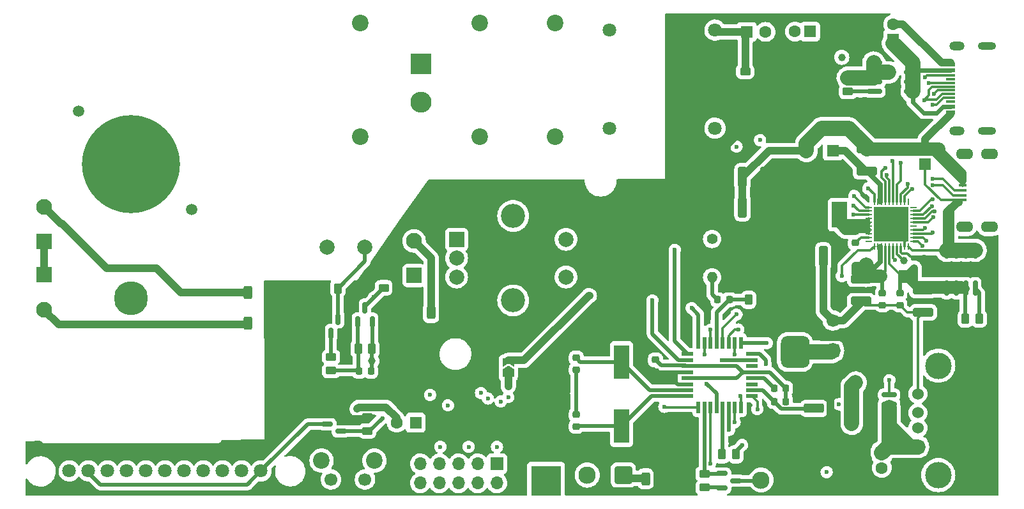
<source format=gbr>
%TF.GenerationSoftware,KiCad,Pcbnew,6.0.10-86aedd382b~118~ubuntu22.04.1*%
%TF.CreationDate,2023-01-15T12:46:15+03:00*%
%TF.ProjectId,xray,78726179-2e6b-4696-9361-645f70636258,rev?*%
%TF.SameCoordinates,Original*%
%TF.FileFunction,Copper,L1,Top*%
%TF.FilePolarity,Positive*%
%FSLAX46Y46*%
G04 Gerber Fmt 4.6, Leading zero omitted, Abs format (unit mm)*
G04 Created by KiCad (PCBNEW 6.0.10-86aedd382b~118~ubuntu22.04.1) date 2023-01-15 12:46:15*
%MOMM*%
%LPD*%
G01*
G04 APERTURE LIST*
G04 Aperture macros list*
%AMRoundRect*
0 Rectangle with rounded corners*
0 $1 Rounding radius*
0 $2 $3 $4 $5 $6 $7 $8 $9 X,Y pos of 4 corners*
0 Add a 4 corners polygon primitive as box body*
4,1,4,$2,$3,$4,$5,$6,$7,$8,$9,$2,$3,0*
0 Add four circle primitives for the rounded corners*
1,1,$1+$1,$2,$3*
1,1,$1+$1,$4,$5*
1,1,$1+$1,$6,$7*
1,1,$1+$1,$8,$9*
0 Add four rect primitives between the rounded corners*
20,1,$1+$1,$2,$3,$4,$5,0*
20,1,$1+$1,$4,$5,$6,$7,0*
20,1,$1+$1,$6,$7,$8,$9,0*
20,1,$1+$1,$8,$9,$2,$3,0*%
%AMFreePoly0*
4,1,6,1.000000,0.000000,0.500000,-0.750000,-0.500000,-0.750000,-0.500000,0.750000,0.500000,0.750000,1.000000,0.000000,1.000000,0.000000,$1*%
%AMFreePoly1*
4,1,6,0.500000,-0.750000,-0.650000,-0.750000,-0.150000,0.000000,-0.650000,0.750000,0.500000,0.750000,0.500000,-0.750000,0.500000,-0.750000,$1*%
G04 Aperture macros list end*
%TA.AperFunction,ComponentPad*%
%ADD10R,1.600000X1.600000*%
%TD*%
%TA.AperFunction,ComponentPad*%
%ADD11C,1.600000*%
%TD*%
%TA.AperFunction,SMDPad,CuDef*%
%ADD12RoundRect,0.225000X0.250000X-0.225000X0.250000X0.225000X-0.250000X0.225000X-0.250000X-0.225000X0*%
%TD*%
%TA.AperFunction,SMDPad,CuDef*%
%ADD13RoundRect,0.250000X0.262500X0.450000X-0.262500X0.450000X-0.262500X-0.450000X0.262500X-0.450000X0*%
%TD*%
%TA.AperFunction,SMDPad,CuDef*%
%ADD14RoundRect,0.062500X-0.062500X0.350000X-0.062500X-0.350000X0.062500X-0.350000X0.062500X0.350000X0*%
%TD*%
%TA.AperFunction,SMDPad,CuDef*%
%ADD15RoundRect,0.062500X-0.350000X0.062500X-0.350000X-0.062500X0.350000X-0.062500X0.350000X0.062500X0*%
%TD*%
%TA.AperFunction,ComponentPad*%
%ADD16C,0.500000*%
%TD*%
%TA.AperFunction,SMDPad,CuDef*%
%ADD17R,4.600000X4.600000*%
%TD*%
%TA.AperFunction,SMDPad,CuDef*%
%ADD18RoundRect,0.250000X1.100000X-0.325000X1.100000X0.325000X-1.100000X0.325000X-1.100000X-0.325000X0*%
%TD*%
%TA.AperFunction,SMDPad,CuDef*%
%ADD19RoundRect,0.225000X-0.225000X-0.250000X0.225000X-0.250000X0.225000X0.250000X-0.225000X0.250000X0*%
%TD*%
%TA.AperFunction,SMDPad,CuDef*%
%ADD20RoundRect,0.250000X0.450000X-0.262500X0.450000X0.262500X-0.450000X0.262500X-0.450000X-0.262500X0*%
%TD*%
%TA.AperFunction,SMDPad,CuDef*%
%ADD21RoundRect,0.150000X-0.587500X-0.150000X0.587500X-0.150000X0.587500X0.150000X-0.587500X0.150000X0*%
%TD*%
%TA.AperFunction,SMDPad,CuDef*%
%ADD22RoundRect,0.150000X0.150000X-0.825000X0.150000X0.825000X-0.150000X0.825000X-0.150000X-0.825000X0*%
%TD*%
%TA.AperFunction,SMDPad,CuDef*%
%ADD23RoundRect,0.250000X-1.100000X0.325000X-1.100000X-0.325000X1.100000X-0.325000X1.100000X0.325000X0*%
%TD*%
%TA.AperFunction,SMDPad,CuDef*%
%ADD24FreePoly0,90.000000*%
%TD*%
%TA.AperFunction,SMDPad,CuDef*%
%ADD25FreePoly1,90.000000*%
%TD*%
%TA.AperFunction,SMDPad,CuDef*%
%ADD26RoundRect,0.250000X-0.325000X-1.100000X0.325000X-1.100000X0.325000X1.100000X-0.325000X1.100000X0*%
%TD*%
%TA.AperFunction,SMDPad,CuDef*%
%ADD27RoundRect,0.250000X0.325000X1.100000X-0.325000X1.100000X-0.325000X-1.100000X0.325000X-1.100000X0*%
%TD*%
%TA.AperFunction,ComponentPad*%
%ADD28R,1.700000X1.700000*%
%TD*%
%TA.AperFunction,ComponentPad*%
%ADD29O,1.700000X1.700000*%
%TD*%
%TA.AperFunction,ComponentPad*%
%ADD30C,2.200000*%
%TD*%
%TA.AperFunction,SMDPad,CuDef*%
%ADD31RoundRect,0.150000X0.825000X0.150000X-0.825000X0.150000X-0.825000X-0.150000X0.825000X-0.150000X0*%
%TD*%
%TA.AperFunction,SMDPad,CuDef*%
%ADD32RoundRect,0.250000X-0.312500X-0.625000X0.312500X-0.625000X0.312500X0.625000X-0.312500X0.625000X0*%
%TD*%
%TA.AperFunction,ComponentPad*%
%ADD33RoundRect,0.250001X-0.899999X0.899999X-0.899999X-0.899999X0.899999X-0.899999X0.899999X0.899999X0*%
%TD*%
%TA.AperFunction,ComponentPad*%
%ADD34C,2.300000*%
%TD*%
%TA.AperFunction,ComponentPad*%
%ADD35C,1.800000*%
%TD*%
%TA.AperFunction,ComponentPad*%
%ADD36R,2.000000X2.000000*%
%TD*%
%TA.AperFunction,ComponentPad*%
%ADD37C,2.000000*%
%TD*%
%TA.AperFunction,ComponentPad*%
%ADD38C,3.200000*%
%TD*%
%TA.AperFunction,SMDPad,CuDef*%
%ADD39RoundRect,0.225000X0.225000X0.250000X-0.225000X0.250000X-0.225000X-0.250000X0.225000X-0.250000X0*%
%TD*%
%TA.AperFunction,SMDPad,CuDef*%
%ADD40R,1.600000X0.550000*%
%TD*%
%TA.AperFunction,SMDPad,CuDef*%
%ADD41R,0.550000X1.600000*%
%TD*%
%TA.AperFunction,ComponentPad*%
%ADD42RoundRect,0.250001X0.899999X0.899999X-0.899999X0.899999X-0.899999X-0.899999X0.899999X-0.899999X0*%
%TD*%
%TA.AperFunction,SMDPad,CuDef*%
%ADD43R,1.050000X0.450000*%
%TD*%
%TA.AperFunction,ComponentPad*%
%ADD44O,2.300000X1.400000*%
%TD*%
%TA.AperFunction,SMDPad,CuDef*%
%ADD45RoundRect,0.250000X-0.262500X-0.450000X0.262500X-0.450000X0.262500X0.450000X-0.262500X0.450000X0*%
%TD*%
%TA.AperFunction,SMDPad,CuDef*%
%ADD46R,4.000000X4.000000*%
%TD*%
%TA.AperFunction,ComponentPad*%
%ADD47RoundRect,0.250001X0.799999X-0.799999X0.799999X0.799999X-0.799999X0.799999X-0.799999X-0.799999X0*%
%TD*%
%TA.AperFunction,ComponentPad*%
%ADD48C,2.100000*%
%TD*%
%TA.AperFunction,SMDPad,CuDef*%
%ADD49RoundRect,0.250000X0.312500X0.625000X-0.312500X0.625000X-0.312500X-0.625000X0.312500X-0.625000X0*%
%TD*%
%TA.AperFunction,ComponentPad*%
%ADD50C,1.700000*%
%TD*%
%TA.AperFunction,SMDPad,CuDef*%
%ADD51RoundRect,0.225000X-0.250000X0.225000X-0.250000X-0.225000X0.250000X-0.225000X0.250000X0.225000X0*%
%TD*%
%TA.AperFunction,ComponentPad*%
%ADD52RoundRect,0.250001X-0.799999X0.799999X-0.799999X-0.799999X0.799999X-0.799999X0.799999X0.799999X0*%
%TD*%
%TA.AperFunction,SMDPad,CuDef*%
%ADD53RoundRect,0.150000X0.587500X0.150000X-0.587500X0.150000X-0.587500X-0.150000X0.587500X-0.150000X0*%
%TD*%
%TA.AperFunction,SMDPad,CuDef*%
%ADD54R,2.000000X4.500000*%
%TD*%
%TA.AperFunction,SMDPad,CuDef*%
%ADD55RoundRect,0.150000X0.150000X-0.587500X0.150000X0.587500X-0.150000X0.587500X-0.150000X-0.587500X0*%
%TD*%
%TA.AperFunction,SMDPad,CuDef*%
%ADD56RoundRect,0.250000X-0.450000X0.262500X-0.450000X-0.262500X0.450000X-0.262500X0.450000X0.262500X0*%
%TD*%
%TA.AperFunction,SMDPad,CuDef*%
%ADD57R,2.000000X3.400000*%
%TD*%
%TA.AperFunction,SMDPad,CuDef*%
%ADD58RoundRect,0.250000X1.075000X-0.375000X1.075000X0.375000X-1.075000X0.375000X-1.075000X-0.375000X0*%
%TD*%
%TA.AperFunction,SMDPad,CuDef*%
%ADD59RoundRect,0.150000X-0.150000X0.587500X-0.150000X-0.587500X0.150000X-0.587500X0.150000X0.587500X0*%
%TD*%
%TA.AperFunction,SMDPad,CuDef*%
%ADD60RoundRect,0.150000X-0.825000X-0.150000X0.825000X-0.150000X0.825000X0.150000X-0.825000X0.150000X0*%
%TD*%
%TA.AperFunction,ComponentPad*%
%ADD61R,2.800000X2.800000*%
%TD*%
%TA.AperFunction,ComponentPad*%
%ADD62O,2.800000X2.800000*%
%TD*%
%TA.AperFunction,ComponentPad*%
%ADD63R,1.524000X1.524000*%
%TD*%
%TA.AperFunction,ComponentPad*%
%ADD64C,1.524000*%
%TD*%
%TA.AperFunction,ComponentPad*%
%ADD65C,3.500000*%
%TD*%
%TA.AperFunction,SMDPad,CuDef*%
%ADD66R,1.160000X0.600000*%
%TD*%
%TA.AperFunction,SMDPad,CuDef*%
%ADD67R,1.160000X0.300000*%
%TD*%
%TA.AperFunction,ComponentPad*%
%ADD68O,2.400000X1.000000*%
%TD*%
%TA.AperFunction,ComponentPad*%
%ADD69O,2.000000X1.200000*%
%TD*%
%TA.AperFunction,SMDPad,CuDef*%
%ADD70RoundRect,0.952500X-0.952500X1.167500X-0.952500X-1.167500X0.952500X-1.167500X0.952500X1.167500X0*%
%TD*%
%TA.AperFunction,ComponentPad*%
%ADD71C,1.400000*%
%TD*%
%TA.AperFunction,ComponentPad*%
%ADD72O,1.400000X1.400000*%
%TD*%
%TA.AperFunction,WasherPad*%
%ADD73C,13.000000*%
%TD*%
%TA.AperFunction,WasherPad*%
%ADD74C,4.500000*%
%TD*%
%TA.AperFunction,ComponentPad*%
%ADD75C,1.500000*%
%TD*%
%TA.AperFunction,ComponentPad*%
%ADD76RoundRect,0.250000X0.600000X-0.600000X0.600000X0.600000X-0.600000X0.600000X-0.600000X-0.600000X0*%
%TD*%
%TA.AperFunction,ViaPad*%
%ADD77C,0.600000*%
%TD*%
%TA.AperFunction,ViaPad*%
%ADD78C,1.000000*%
%TD*%
%TA.AperFunction,Conductor*%
%ADD79C,0.500000*%
%TD*%
%TA.AperFunction,Conductor*%
%ADD80C,1.000000*%
%TD*%
%TA.AperFunction,Conductor*%
%ADD81C,0.300000*%
%TD*%
%TA.AperFunction,Conductor*%
%ADD82C,2.000000*%
%TD*%
%TA.AperFunction,Conductor*%
%ADD83C,1.800000*%
%TD*%
%TA.AperFunction,Conductor*%
%ADD84C,0.600000*%
%TD*%
%TA.AperFunction,Conductor*%
%ADD85C,0.700000*%
%TD*%
G04 APERTURE END LIST*
D10*
%TO.P,C2,1*%
%TO.N,USB_OUT_VBUS*%
X169510000Y-133834888D03*
D11*
%TO.P,C2,2*%
%TO.N,GND*%
X169510000Y-135834888D03*
%TD*%
D12*
%TO.P,C31,1*%
%TO.N,Net-(C31-Pad1)*%
X129010000Y-130340000D03*
%TO.P,C31,2*%
%TO.N,GND*%
X129010000Y-128790000D03*
%TD*%
D13*
%TO.P,R23,1*%
%TO.N,GND*%
X101922500Y-120040000D03*
%TO.P,R23,2*%
%TO.N,Net-(C34-Pad2)*%
X100097500Y-120040000D03*
%TD*%
D14*
%TO.P,U2,1,DPA2*%
%TO.N,unconnected-(U2-Pad1)*%
X173010000Y-100602500D03*
%TO.P,U2,2,CC1*%
%TO.N,USB_IN_CC1*%
X172510000Y-100602500D03*
%TO.P,U2,3,CC2*%
%TO.N,USB_IN_CC2*%
X172010000Y-100602500D03*
%TO.P,U2,4,DMC*%
%TO.N,USB_IN_D-*%
X171510000Y-100602500D03*
%TO.P,U2,5,DPC*%
%TO.N,USB_IN_D+*%
X171010000Y-100602500D03*
%TO.P,U2,6,DMB*%
%TO.N,USB_M_IN_D-*%
X170510000Y-100602500D03*
%TO.P,U2,7,DPB*%
%TO.N,USB_M_IN_D+*%
X170010000Y-100602500D03*
%TO.P,U2,8,VSYS_1*%
%TO.N,USB_VSYS*%
X169510000Y-100602500D03*
%TO.P,U2,9,VSYS_2*%
X169010000Y-100602500D03*
%TO.P,U2,10,NTC*%
%TO.N,Net-(C16-Pad2)*%
X168510000Y-100602500D03*
D15*
%TO.P,U2,11,L1*%
%TO.N,USB_I2C_SCL*%
X167822500Y-101290000D03*
%TO.P,U2,12,L2*%
%TO.N,USB_I2C_SDA*%
X167822500Y-101790000D03*
%TO.P,U2,13,L3*%
%TO.N,USB_INT*%
X167822500Y-102290000D03*
%TO.P,U2,14,LX_1*%
%TO.N,Net-(C18-Pad2)*%
X167822500Y-102790000D03*
%TO.P,U2,15,LX_2*%
X167822500Y-103290000D03*
%TO.P,U2,16,LX_3*%
X167822500Y-103790000D03*
%TO.P,U2,17,LX_4*%
X167822500Y-104290000D03*
%TO.P,U2,18,LX_5*%
X167822500Y-104790000D03*
%TO.P,U2,19,BST*%
%TO.N,Net-(C18-Pad1)*%
X167822500Y-105290000D03*
%TO.P,U2,20,LIGHT*%
%TO.N,unconnected-(U2-Pad20)*%
X167822500Y-105790000D03*
D14*
%TO.P,U2,21,RSET*%
%TO.N,Net-(R15-Pad2)*%
X168510000Y-106477500D03*
%TO.P,U2,22,VSYS_3*%
%TO.N,USB_VSYS*%
X169010000Y-106477500D03*
%TO.P,U2,23,VSYS_4*%
X169510000Y-106477500D03*
%TO.P,U2,24,VSP*%
X170010000Y-106477500D03*
%TO.P,U2,25,VSN*%
%TO.N,USB_VMID*%
X170510000Y-106477500D03*
%TO.P,U2,26,KEY*%
%TO.N,USB_KEY*%
X171010000Y-106477500D03*
%TO.P,U2,27,VREG*%
%TO.N,VREG*%
X171510000Y-106477500D03*
%TO.P,U2,28,BAT*%
%TO.N,VCC*%
X172010000Y-106477500D03*
%TO.P,U2,29,AGND*%
%TO.N,GND*%
X172510000Y-106477500D03*
%TO.P,U2,30,VIN*%
%TO.N,USB_M_IN_VBUS*%
X173010000Y-106477500D03*
D15*
%TO.P,U2,31,VING*%
%TO.N,USB_M_IN_VBUS_G*%
X173697500Y-105790000D03*
%TO.P,U2,32,VBUS*%
%TO.N,USB_IN_VBUS*%
X173697500Y-105290000D03*
%TO.P,U2,33,VBUSG*%
%TO.N,USB_IN_VBUS_G*%
X173697500Y-104790000D03*
%TO.P,U2,34,VOUT2*%
%TO.N,USB_OUT_VOUT2*%
X173697500Y-104290000D03*
%TO.P,U2,35,VOUT2G*%
%TO.N,unconnected-(U2-Pad35)*%
X173697500Y-103790000D03*
%TO.P,U2,36,VOUT1G*%
%TO.N,USB_OUT_VBUS_G*%
X173697500Y-103290000D03*
%TO.P,U2,37,VOUT1*%
%TO.N,USB_OUT_VBUS*%
X173697500Y-102790000D03*
%TO.P,U2,38,DMA1*%
%TO.N,USB_OUT_D-*%
X173697500Y-102290000D03*
%TO.P,U2,39,DPA1*%
%TO.N,USB_OUT_D+*%
X173697500Y-101790000D03*
%TO.P,U2,40,DMA2*%
%TO.N,unconnected-(U2-Pad40)*%
X173697500Y-101290000D03*
D16*
%TO.P,U2,41,EP*%
%TO.N,GND*%
X168710000Y-102515000D03*
X171785000Y-102515000D03*
X168710000Y-103540000D03*
X168710000Y-101490000D03*
X171785000Y-101490000D03*
X168710000Y-104565000D03*
X170760000Y-103540000D03*
D17*
X170760000Y-103540000D03*
D16*
X172810000Y-104565000D03*
X170760000Y-102515000D03*
X170760000Y-104565000D03*
X172810000Y-105590000D03*
X172810000Y-101490000D03*
X171785000Y-104565000D03*
X170760000Y-105590000D03*
X169735000Y-104565000D03*
X169735000Y-105590000D03*
X169735000Y-103540000D03*
X171785000Y-103540000D03*
X172810000Y-102515000D03*
X169735000Y-102515000D03*
X170760000Y-101490000D03*
X169735000Y-101490000D03*
X168710000Y-105590000D03*
X171785000Y-105590000D03*
X172810000Y-103540000D03*
%TD*%
D18*
%TO.P,C13,1*%
%TO.N,USB_VSYS*%
X167510000Y-96515000D03*
%TO.P,C13,2*%
%TO.N,GND*%
X167510000Y-93565000D03*
%TD*%
D19*
%TO.P,C23,1*%
%TO.N,Net-(C23-Pad1)*%
X155235000Y-127040000D03*
%TO.P,C23,2*%
%TO.N,GND*%
X156785000Y-127040000D03*
%TD*%
D20*
%TO.P,R25,1*%
%TO.N,RADIATION_VALUE*%
X103510000Y-111952500D03*
%TO.P,R25,2*%
%TO.N,VCC*%
X103510000Y-110127500D03*
%TD*%
D10*
%TO.P,C26,1*%
%TO.N,USB_OUT_VOUT2*%
X160000000Y-78000000D03*
D11*
%TO.P,C26,2*%
%TO.N,GND*%
X158000000Y-78000000D03*
%TD*%
D20*
%TO.P,R6,1*%
%TO.N,USB_IN_VBUS_G*%
X165010000Y-85952500D03*
%TO.P,R6,2*%
%TO.N,USB_VMID*%
X165010000Y-84127500D03*
%TD*%
D21*
%TO.P,Q13,1,G*%
%TO.N,VIBRO*%
X148322500Y-136590000D03*
%TO.P,Q13,2,S*%
%TO.N,GND*%
X148322500Y-138490000D03*
%TO.P,Q13,3,D*%
%TO.N,Net-(C39-Pad1)*%
X150197500Y-137540000D03*
%TD*%
D22*
%TO.P,Q2,1,S*%
%TO.N,USB_VMID*%
X178105000Y-112015000D03*
%TO.P,Q2,2,S*%
X179375000Y-112015000D03*
%TO.P,Q2,3,S*%
X180645000Y-112015000D03*
%TO.P,Q2,4,G*%
%TO.N,USB_M_IN_VBUS_G*%
X181915000Y-112015000D03*
%TO.P,Q2,5,D*%
%TO.N,USB_M_IN_VBUS*%
X181915000Y-107065000D03*
%TO.P,Q2,6,D*%
X180645000Y-107065000D03*
%TO.P,Q2,7,D*%
X179375000Y-107065000D03*
%TO.P,Q2,8,D*%
X178105000Y-107065000D03*
%TD*%
D23*
%TO.P,C29,1*%
%TO.N,USB_VMID*%
X175000000Y-112265000D03*
%TO.P,C29,2*%
%TO.N,GND*%
X175000000Y-115215000D03*
%TD*%
D20*
%TO.P,R1,1*%
%TO.N,VCC*%
X151400000Y-85112500D03*
%TO.P,R1,2*%
%TO.N,Net-(C1-Pad1)*%
X151400000Y-83287500D03*
%TD*%
D24*
%TO.P,JP2,1,A*%
%TO.N,+5V*%
X120010000Y-123290000D03*
D25*
%TO.P,JP2,2,B*%
%TO.N,USB_IN_VBUS*%
X120010000Y-121840000D03*
%TD*%
D23*
%TO.P,C15,1*%
%TO.N,USB_VSYS*%
X166750000Y-110775000D03*
%TO.P,C15,2*%
%TO.N,GND*%
X166750000Y-113725000D03*
%TD*%
D19*
%TO.P,C14,1*%
%TO.N,Net-(C14-Pad1)*%
X155235000Y-125290000D03*
%TO.P,C14,2*%
%TO.N,GND*%
X156785000Y-125290000D03*
%TD*%
D26*
%TO.P,C19,1*%
%TO.N,VCC*%
X158785000Y-107790000D03*
%TO.P,C19,2*%
%TO.N,GND*%
X161735000Y-107790000D03*
%TD*%
D12*
%TO.P,C18,1*%
%TO.N,Net-(C18-Pad1)*%
X166010000Y-106015000D03*
%TO.P,C18,2*%
%TO.N,Net-(C18-Pad2)*%
X166010000Y-104465000D03*
%TD*%
D27*
%TO.P,C21,1*%
%TO.N,VCC*%
X153985000Y-97290000D03*
%TO.P,C21,2*%
%TO.N,GND*%
X151035000Y-97290000D03*
%TD*%
D28*
%TO.P,J4,1,Pin_1*%
%TO.N,Net-(J4-Pad1)*%
X118510000Y-135290000D03*
D29*
%TO.P,J4,2,Pin_2*%
%TO.N,+5V*%
X118510000Y-137830000D03*
%TO.P,J4,3,Pin_3*%
%TO.N,unconnected-(J4-Pad3)*%
X115970000Y-135290000D03*
%TO.P,J4,4,Pin_4*%
%TO.N,Net-(J4-Pad4)*%
X115970000Y-137830000D03*
%TO.P,J4,5,Pin_5*%
%TO.N,Net-(J4-Pad5)*%
X113430000Y-135290000D03*
%TO.P,J4,6,Pin_6*%
%TO.N,Net-(J4-Pad6)*%
X113430000Y-137830000D03*
%TO.P,J4,7,Pin_7*%
%TO.N,Net-(J4-Pad7)*%
X110890000Y-135290000D03*
%TO.P,J4,8,Pin_8*%
%TO.N,GND*%
X110890000Y-137830000D03*
%TO.P,J4,9,Pin_9*%
%TO.N,Net-(J4-Pad9)*%
X108350000Y-135290000D03*
%TO.P,J4,10,Pin_10*%
%TO.N,GND*%
X108350000Y-137830000D03*
%TD*%
D30*
%TO.P,C9,1*%
%TO.N,Net-(C9-Pad1)*%
X116200000Y-76900000D03*
%TO.P,C9,2*%
%TO.N,GND*%
X116200000Y-91900000D03*
%TD*%
D31*
%TO.P,Q1,1,S*%
%TO.N,USB_OUT_VBUS*%
X170485000Y-129945000D03*
%TO.P,Q1,2,S*%
X170485000Y-128675000D03*
%TO.P,Q1,3,S*%
X170485000Y-127405000D03*
%TO.P,Q1,4,G*%
%TO.N,USB_OUT_VBUS_G*%
X170485000Y-126135000D03*
%TO.P,Q1,5,D*%
%TO.N,USB_VMID*%
X165535000Y-126135000D03*
%TO.P,Q1,6,D*%
X165535000Y-127405000D03*
%TO.P,Q1,7,D*%
X165535000Y-128675000D03*
%TO.P,Q1,8,D*%
X165535000Y-129945000D03*
%TD*%
D12*
%TO.P,C17,1*%
%TO.N,VCC*%
X139510000Y-123065000D03*
%TO.P,C17,2*%
%TO.N,GND*%
X139510000Y-121515000D03*
%TD*%
D30*
%TO.P,C11,1*%
%TO.N,GND*%
X100400000Y-91900000D03*
%TO.P,C11,2*%
%TO.N,Net-(C11-Pad2)*%
X100400000Y-76900000D03*
%TD*%
D32*
%TO.P,R29,1*%
%TO.N,Net-(D6-Pad2)*%
X85447500Y-116640000D03*
%TO.P,R29,2*%
%TO.N,VCC*%
X88372500Y-116640000D03*
%TD*%
D33*
%TO.P,M1,1,+*%
%TO.N,VCC*%
X153510000Y-132640000D03*
D34*
%TO.P,M1,2,-*%
%TO.N,Net-(C39-Pad1)*%
X153510000Y-137440000D03*
%TD*%
D13*
%TO.P,R5,1*%
%TO.N,USB_M_IN_VBUS_G*%
X182422500Y-116040000D03*
%TO.P,R5,2*%
%TO.N,USB_VMID*%
X180597500Y-116040000D03*
%TD*%
D35*
%TO.P,U7,1,CS*%
%TO.N,GND*%
X61810000Y-136240000D03*
%TO.P,U7,2,RESET*%
%TO.N,Net-(Q10-Pad3)*%
X64350000Y-136240000D03*
%TO.P,U7,3,DC*%
%TO.N,TFT_DC*%
X66890000Y-136240000D03*
%TO.P,U7,4,MOSI*%
%TO.N,MOSI*%
X69430000Y-136240000D03*
%TO.P,U7,5,SCK*%
%TO.N,SCK*%
X71970000Y-136240000D03*
%TO.P,U7,6,NC*%
%TO.N,unconnected-(U7-Pad6)*%
X74510000Y-136240000D03*
%TO.P,U7,7,NC*%
%TO.N,unconnected-(U7-Pad7)*%
X77050000Y-136240000D03*
%TO.P,U7,8,NC*%
%TO.N,unconnected-(U7-Pad8)*%
X79590000Y-136240000D03*
%TO.P,U7,9,GND*%
%TO.N,GND*%
X82130000Y-136240000D03*
%TO.P,U7,10,GND*%
X84670000Y-136240000D03*
%TO.P,U7,11,VCC*%
%TO.N,Net-(Q10-Pad3)*%
X87210000Y-136240000D03*
%TD*%
D32*
%TO.P,R26,1*%
%TO.N,Net-(D4-Pad2)*%
X85447500Y-112600000D03*
%TO.P,R26,2*%
%TO.N,VCC*%
X88372500Y-112600000D03*
%TD*%
D36*
%TO.P,SW1,A,A*%
%TO.N,ENCODER_A*%
X113150000Y-105540000D03*
D37*
%TO.P,SW1,B,B*%
%TO.N,ENCODER_B*%
X113150000Y-110540000D03*
%TO.P,SW1,C,C*%
%TO.N,GND*%
X113150000Y-108040000D03*
D38*
%TO.P,SW1,MP*%
%TO.N,N/C*%
X120650000Y-102440000D03*
X120650000Y-113640000D03*
D37*
%TO.P,SW1,S1,S1*%
%TO.N,ENCODER_CLICK*%
X127650000Y-110540000D03*
%TO.P,SW1,S2,S2*%
%TO.N,GND*%
X127650000Y-105540000D03*
%TD*%
D39*
%TO.P,C28,1*%
%TO.N,RESET*%
X149285000Y-113540000D03*
%TO.P,C28,2*%
%TO.N,GND*%
X147735000Y-113540000D03*
%TD*%
D40*
%TO.P,U3,1,PD3*%
%TO.N,UV_PWM*%
X143760000Y-120740000D03*
%TO.P,U3,2,PD4*%
%TO.N,ENCODER_A*%
X143760000Y-121540000D03*
%TO.P,U3,3,GND*%
%TO.N,GND*%
X143760000Y-122340000D03*
%TO.P,U3,4,VCC*%
%TO.N,VCC*%
X143760000Y-123140000D03*
%TO.P,U3,5,GND*%
%TO.N,GND*%
X143760000Y-123940000D03*
%TO.P,U3,6,VCC*%
%TO.N,VCC*%
X143760000Y-124740000D03*
%TO.P,U3,7,XTAL1/PB6*%
%TO.N,Net-(C30-Pad1)*%
X143760000Y-125540000D03*
%TO.P,U3,8,XTAL2/PB7*%
%TO.N,Net-(C31-Pad1)*%
X143760000Y-126340000D03*
D41*
%TO.P,U3,9,PD5*%
%TO.N,FLASHLIGHT*%
X145210000Y-127790000D03*
%TO.P,U3,10,PD6*%
%TO.N,VIBRO*%
X146010000Y-127790000D03*
%TO.P,U3,11,PD7*%
%TO.N,WAKEUP_BUTTON*%
X146810000Y-127790000D03*
%TO.P,U3,12,PB0*%
%TO.N,ENCODER_CLICK*%
X147610000Y-127790000D03*
%TO.P,U3,13,PB1*%
%TO.N,USB_INT*%
X148410000Y-127790000D03*
%TO.P,U3,14,PB2*%
%TO.N,SPEAKER*%
X149210000Y-127790000D03*
%TO.P,U3,15,PB3*%
%TO.N,MOSI*%
X150010000Y-127790000D03*
%TO.P,U3,16,PB4*%
%TO.N,MISO*%
X150810000Y-127790000D03*
D40*
%TO.P,U3,17,PB5*%
%TO.N,SCK*%
X152260000Y-126340000D03*
%TO.P,U3,18,AVCC*%
%TO.N,Net-(C23-Pad1)*%
X152260000Y-125540000D03*
%TO.P,U3,19,ADC6*%
%TO.N,unconnected-(U3-Pad19)*%
X152260000Y-124740000D03*
%TO.P,U3,20,AREF*%
%TO.N,Net-(C14-Pad1)*%
X152260000Y-123940000D03*
%TO.P,U3,21,GND*%
%TO.N,GND*%
X152260000Y-123140000D03*
%TO.P,U3,22,ADC7*%
%TO.N,unconnected-(U3-Pad22)*%
X152260000Y-122340000D03*
%TO.P,U3,23,PC0*%
%TO.N,ENCODER_B*%
X152260000Y-121540000D03*
%TO.P,U3,24,PC1*%
%TO.N,TFT_ENABLE#*%
X152260000Y-120740000D03*
D41*
%TO.P,U3,25,PC2*%
%TO.N,USB_FORCE_ON*%
X150810000Y-119290000D03*
%TO.P,U3,26,PC3*%
%TO.N,TFT_DC*%
X150010000Y-119290000D03*
%TO.P,U3,27,PC4*%
%TO.N,MCU_I2C_SDA*%
X149210000Y-119290000D03*
%TO.P,U3,28,PC5*%
%TO.N,MCU_I2C_SCL*%
X148410000Y-119290000D03*
%TO.P,U3,29,~{RESET}/PC6*%
%TO.N,RESET*%
X147610000Y-119290000D03*
%TO.P,U3,30,PD0*%
%TO.N,RXD*%
X146810000Y-119290000D03*
%TO.P,U3,31,PD1*%
%TO.N,TXD*%
X146010000Y-119290000D03*
%TO.P,U3,32,PD2*%
%TO.N,RADIATION_VALUE*%
X145210000Y-119290000D03*
%TD*%
D42*
%TO.P,LS1,1,1*%
%TO.N,Net-(LS1-Pad1)*%
X135260000Y-136790000D03*
D34*
%TO.P,LS1,2,2*%
%TO.N,Net-(LS1-Pad2)*%
X130460000Y-136790000D03*
%TD*%
D43*
%TO.P,J1,1,VBUS*%
%TO.N,USB_M_IN_VBUS*%
X180235000Y-100340000D03*
%TO.P,J1,2,D-*%
%TO.N,USB_M_IN_D-*%
X180235000Y-99690000D03*
%TO.P,J1,3,D+*%
%TO.N,USB_M_IN_D+*%
X180235000Y-99040000D03*
%TO.P,J1,4,ID*%
%TO.N,GND*%
X180235000Y-98390000D03*
%TO.P,J1,5,GND*%
X180235000Y-97740000D03*
D44*
%TO.P,J1,6,Shield*%
%TO.N,unconnected-(J1-Pad6)*%
X180460000Y-103890000D03*
X180460000Y-94190000D03*
X183760000Y-103890000D03*
X183760000Y-94190000D03*
%TD*%
D45*
%TO.P,R20,1*%
%TO.N,RESET*%
X151847500Y-113540000D03*
%TO.P,R20,2*%
%TO.N,VCC*%
X153672500Y-113540000D03*
%TD*%
D46*
%TO.P,TP1,1,1*%
%TO.N,GND*%
X125010000Y-137540000D03*
%TD*%
D30*
%TO.P,C8,1*%
%TO.N,Net-(C8-Pad1)*%
X126200000Y-76900000D03*
%TO.P,C8,2*%
%TO.N,Net-(C8-Pad2)*%
X126200000Y-91900000D03*
%TD*%
D47*
%TO.P,D4,1,K*%
%TO.N,Net-(D4-Pad1)*%
X58510000Y-105840000D03*
D48*
%TO.P,D4,2,A*%
%TO.N,Net-(D4-Pad2)*%
X58510000Y-101240000D03*
%TD*%
D10*
%TO.P,C3,1*%
%TO.N,USB_M_IN_VBUS*%
X175260000Y-95540000D03*
D11*
%TO.P,C3,2*%
%TO.N,GND*%
X175260000Y-93540000D03*
%TD*%
D13*
%TO.P,R17,1*%
%TO.N,Net-(C24-Pad2)*%
X97422500Y-112040000D03*
%TO.P,R17,2*%
%TO.N,VCC*%
X95597500Y-112040000D03*
%TD*%
D49*
%TO.P,R28,1*%
%TO.N,Net-(D5-Pad2)*%
X109772500Y-115240000D03*
%TO.P,R28,2*%
%TO.N,VCC*%
X106847500Y-115240000D03*
%TD*%
D10*
%TO.P,C10,1*%
%TO.N,USB_VSYS*%
X163010000Y-93790000D03*
D11*
%TO.P,C10,2*%
%TO.N,GND*%
X159510000Y-93790000D03*
%TD*%
D30*
%TO.P,SW2,*%
%TO.N,*%
X95260000Y-134865000D03*
X102260000Y-134865000D03*
D50*
%TO.P,SW2,1*%
%TO.N,WAKEUP_BUTTON*%
X101010000Y-137365000D03*
%TO.P,SW2,2*%
%TO.N,GND*%
X96510000Y-137365000D03*
%TD*%
D51*
%TO.P,C27,1*%
%TO.N,USB_VMID*%
X171910000Y-112700000D03*
%TO.P,C27,2*%
%TO.N,GND*%
X171910000Y-114250000D03*
%TD*%
D10*
%TO.P,C4,1*%
%TO.N,USB_IN_VBUS*%
X171010000Y-79040000D03*
D11*
%TO.P,C4,2*%
%TO.N,GND*%
X171010000Y-77040000D03*
%TD*%
D20*
%TO.P,R35,1*%
%TO.N,GND*%
X146010000Y-138452500D03*
%TO.P,R35,2*%
%TO.N,VIBRO*%
X146010000Y-136627500D03*
%TD*%
D52*
%TO.P,D6,1,K*%
%TO.N,Net-(D4-Pad1)*%
X58510000Y-110240000D03*
D48*
%TO.P,D6,2,A*%
%TO.N,Net-(D6-Pad2)*%
X58510000Y-114840000D03*
%TD*%
D51*
%TO.P,C30,1*%
%TO.N,Net-(C30-Pad1)*%
X129010000Y-121265000D03*
%TO.P,C30,2*%
%TO.N,GND*%
X129010000Y-122815000D03*
%TD*%
D37*
%TO.P,C24,1*%
%TO.N,Net-(C24-Pad1)*%
X96010000Y-106540000D03*
%TO.P,C24,2*%
%TO.N,Net-(C24-Pad2)*%
X101010000Y-106540000D03*
%TD*%
D53*
%TO.P,Q10,1,G*%
%TO.N,TFT_ENABLE#*%
X97847500Y-130990000D03*
%TO.P,Q10,2,S*%
%TO.N,VCC*%
X97847500Y-129090000D03*
%TO.P,Q10,3,D*%
%TO.N,Net-(Q10-Pad3)*%
X95972500Y-130040000D03*
%TD*%
D54*
%TO.P,Y1,1,1*%
%TO.N,Net-(C31-Pad1)*%
X135010000Y-130290000D03*
%TO.P,Y1,2,2*%
%TO.N,Net-(C30-Pad1)*%
X135010000Y-121790000D03*
%TD*%
D39*
%TO.P,C34,1*%
%TO.N,GND*%
X101785000Y-123040000D03*
%TO.P,C34,2*%
%TO.N,Net-(C34-Pad2)*%
X100235000Y-123040000D03*
%TD*%
D20*
%TO.P,R32,1*%
%TO.N,TFT_ENABLE#*%
X101310000Y-130952500D03*
%TO.P,R32,2*%
%TO.N,VCC*%
X101310000Y-129127500D03*
%TD*%
D55*
%TO.P,Q7,1,B*%
%TO.N,Net-(C34-Pad2)*%
X100060000Y-116477500D03*
%TO.P,Q7,2,E*%
%TO.N,GND*%
X101960000Y-116477500D03*
%TO.P,Q7,3,C*%
%TO.N,RADIATION_VALUE*%
X101010000Y-114602500D03*
%TD*%
D32*
%TO.P,R33,1*%
%TO.N,Net-(LS1-Pad1)*%
X138210000Y-137290000D03*
%TO.P,R33,2*%
%TO.N,VCC*%
X141135000Y-137290000D03*
%TD*%
D56*
%TO.P,R21,1*%
%TO.N,Net-(Q5-Pad3)*%
X96510000Y-121127500D03*
%TO.P,R21,2*%
%TO.N,Net-(C34-Pad2)*%
X96510000Y-122952500D03*
%TD*%
D10*
%TO.P,C40,1*%
%TO.N,Net-(C40-Pad1)*%
X107715113Y-129840000D03*
D11*
%TO.P,C40,2*%
%TO.N,GND*%
X105215113Y-129840000D03*
%TD*%
D57*
%TO.P,L1,1,1*%
%TO.N,VCC*%
X158160000Y-102290000D03*
%TO.P,L1,2,2*%
%TO.N,Net-(C18-Pad2)*%
X163860000Y-102290000D03*
%TD*%
D58*
%TO.P,L2,1,1*%
%TO.N,Net-(C23-Pad1)*%
X160510000Y-127940000D03*
%TO.P,L2,2,2*%
%TO.N,VCC*%
X160510000Y-125140000D03*
%TD*%
D35*
%TO.P,T1,1,AA*%
%TO.N,Net-(C1-Pad1)*%
X147400000Y-77800000D03*
%TO.P,T1,2,AB*%
%TO.N,Net-(C5-Pad1)*%
X147400000Y-90800000D03*
%TO.P,T1,3,SA*%
%TO.N,GND*%
X133400000Y-90800000D03*
%TO.P,T1,4,SB*%
%TO.N,Net-(C8-Pad1)*%
X133400000Y-77800000D03*
%TD*%
D59*
%TO.P,Q5,1,B*%
%TO.N,Net-(C24-Pad2)*%
X97460000Y-116102500D03*
%TO.P,Q5,2,E*%
%TO.N,VCC*%
X95560000Y-116102500D03*
%TO.P,Q5,3,C*%
%TO.N,Net-(Q5-Pad3)*%
X96510000Y-117977500D03*
%TD*%
D60*
%TO.P,Q4,1,S*%
%TO.N,USB_VMID*%
X168535000Y-82135000D03*
%TO.P,Q4,2,S*%
X168535000Y-83405000D03*
%TO.P,Q4,3,S*%
X168535000Y-84675000D03*
%TO.P,Q4,4,G*%
%TO.N,USB_IN_VBUS_G*%
X168535000Y-85945000D03*
%TO.P,Q4,5,D*%
%TO.N,USB_IN_VBUS*%
X173485000Y-85945000D03*
%TO.P,Q4,6,D*%
X173485000Y-84675000D03*
%TO.P,Q4,7,D*%
X173485000Y-83405000D03*
%TO.P,Q4,8,D*%
X173485000Y-82135000D03*
%TD*%
D61*
%TO.P,D3,1,K*%
%TO.N,Net-(C11-Pad2)*%
X108400000Y-82284497D03*
D62*
%TO.P,D3,2,A*%
%TO.N,Net-(C8-Pad2)*%
X108400000Y-87364497D03*
%TD*%
D45*
%TO.P,R24,1*%
%TO.N,USB_INT*%
X148347500Y-134040000D03*
%TO.P,R24,2*%
%TO.N,GND*%
X150172500Y-134040000D03*
%TD*%
D49*
%TO.P,R16,1*%
%TO.N,USB_VMID*%
X172272500Y-110440000D03*
%TO.P,R16,2*%
%TO.N,USB_VSYS*%
X169347500Y-110440000D03*
%TD*%
D63*
%TO.P,J2,1,VBUS*%
%TO.N,USB_OUT_VBUS*%
X174282500Y-133040000D03*
D64*
%TO.P,J2,2,D-*%
%TO.N,USB_OUT_D-*%
X174282500Y-130540000D03*
%TO.P,J2,3,D+*%
%TO.N,USB_OUT_D+*%
X174282500Y-128540000D03*
%TO.P,J2,4,GND*%
%TO.N,GND*%
X174282500Y-126040000D03*
D65*
%TO.P,J2,5,Shield*%
%TO.N,unconnected-(J2-Pad5)*%
X176992500Y-122290000D03*
X176992500Y-136790000D03*
%TD*%
D27*
%TO.P,C20,1*%
%TO.N,VCC*%
X153985000Y-101290000D03*
%TO.P,C20,2*%
%TO.N,GND*%
X151035000Y-101290000D03*
%TD*%
D10*
%TO.P,C1,1*%
%TO.N,Net-(C1-Pad1)*%
X151594888Y-78040000D03*
D11*
%TO.P,C1,2*%
%TO.N,GND*%
X154094888Y-78040000D03*
%TD*%
D66*
%TO.P,J3,A1,GND*%
%TO.N,GND*%
X178600000Y-88740000D03*
%TO.P,J3,A4,VBUS*%
%TO.N,USB_IN_VBUS*%
X178600000Y-87940000D03*
D67*
%TO.P,J3,A5,CC1*%
%TO.N,USB_IN_CC1*%
X178600000Y-86790000D03*
%TO.P,J3,A6,D+*%
%TO.N,USB_IN_D+*%
X178600000Y-85790000D03*
%TO.P,J3,A7,D-*%
%TO.N,USB_IN_D-*%
X178600000Y-85290000D03*
%TO.P,J3,A8,SBU1*%
%TO.N,unconnected-(J3-PadA8)*%
X178600000Y-84290000D03*
D66*
%TO.P,J3,A9,VBUS*%
%TO.N,USB_IN_VBUS*%
X178600000Y-83140000D03*
%TO.P,J3,A12,GND*%
%TO.N,GND*%
X178600000Y-82340000D03*
%TO.P,J3,B1,GND*%
X178600000Y-82340000D03*
%TO.P,J3,B4,VBUS*%
%TO.N,USB_IN_VBUS*%
X178600000Y-83140000D03*
D67*
%TO.P,J3,B5,CC2*%
%TO.N,USB_IN_CC2*%
X178600000Y-83790000D03*
%TO.P,J3,B6,D+*%
%TO.N,USB_IN_D+*%
X178600000Y-84790000D03*
%TO.P,J3,B7,D-*%
%TO.N,USB_IN_D-*%
X178600000Y-86290000D03*
%TO.P,J3,B8,SBU2*%
%TO.N,unconnected-(J3-PadB8)*%
X178600000Y-87290000D03*
D66*
%TO.P,J3,B9,VBUS*%
%TO.N,USB_IN_VBUS*%
X178600000Y-87940000D03*
%TO.P,J3,B12,GND*%
%TO.N,GND*%
X178600000Y-88740000D03*
D68*
%TO.P,J3,S1,SHIELD*%
%TO.N,unconnected-(J3-PadS1)*%
X183410000Y-91140000D03*
D69*
X179485000Y-91140000D03*
X179485000Y-79940000D03*
D68*
X183410000Y-79940000D03*
%TD*%
D51*
%TO.P,C25,1*%
%TO.N,USB_VSYS*%
X169600000Y-112690000D03*
%TO.P,C25,2*%
%TO.N,GND*%
X169600000Y-114240000D03*
%TD*%
D70*
%TO.P,F1,1*%
%TO.N,VCC*%
X158010000Y-114065000D03*
%TO.P,F1,2*%
%TO.N,Net-(BT1-Pad1)*%
X158010000Y-120475000D03*
%TD*%
D47*
%TO.P,D5,1,K*%
%TO.N,Net-(D4-Pad1)*%
X107510000Y-110340000D03*
D48*
%TO.P,D5,2,A*%
%TO.N,Net-(D5-Pad2)*%
X107510000Y-105740000D03*
%TD*%
D71*
%TO.P,R9,1*%
%TO.N,Net-(C16-Pad2)*%
X147010000Y-105500000D03*
D72*
%TO.P,R9,2*%
%TO.N,GND*%
X147010000Y-110580000D03*
%TD*%
D73*
%TO.P,V1,*%
%TO.N,*%
X70010000Y-95540000D03*
D74*
X70010000Y-113340000D03*
D75*
%TO.P,V1,1,1*%
%TO.N,Net-(R13-Pad2)*%
X63010000Y-88540000D03*
%TO.P,V1,2,2*%
%TO.N,Net-(C24-Pad1)*%
X78010000Y-101540000D03*
%TD*%
D76*
%TO.P,BT1,1,+*%
%TO.N,Net-(BT1-Pad1)*%
X163010000Y-120290000D03*
D50*
%TO.P,BT1,2,-*%
%TO.N,GND*%
X163010000Y-116290000D03*
%TD*%
D77*
%TO.N,USB_INT*%
X148400000Y-132600000D03*
%TO.N,GND*%
X151000000Y-132800000D03*
X147147500Y-138452500D03*
D78*
%TO.N,VCC*%
X143200000Y-136200000D03*
%TO.N,+5V*%
X120000000Y-125000000D03*
D77*
%TO.N,VCC*%
X94200000Y-125400000D03*
D78*
%TO.N,GND*%
X101922500Y-121677500D03*
D77*
%TO.N,RADIATION_VALUE*%
X102200000Y-113200000D03*
%TO.N,USB_KEY*%
X163800000Y-127400000D03*
%TO.N,USB_FORCE_ON*%
X162200000Y-136400000D03*
%TO.N,USB_OUT_VBUS_G*%
X170510000Y-124200000D03*
%TO.N,USB_OUT_VBUS*%
X172200000Y-131400000D03*
%TO.N,Net-(R15-Pad2)*%
X164200000Y-110400000D03*
%TO.N,USB_M_IN_VBUS_G*%
X182400000Y-113600000D03*
D78*
%TO.N,GND*%
X165959500Y-91665000D03*
D77*
%TO.N,USB_IN_VBUS_G*%
X166655000Y-85945000D03*
D78*
%TO.N,VREG*%
X164200000Y-81400000D03*
%TO.N,VCC*%
X151400000Y-90600000D03*
D77*
X175110000Y-107840000D03*
X111010000Y-129790000D03*
D78*
X155960000Y-102290000D03*
D77*
X115010000Y-129790000D03*
X118510000Y-129790000D03*
%TO.N,GND*%
X129010000Y-125990000D03*
D78*
X124010000Y-136540000D03*
X126010000Y-138540000D03*
X99972500Y-128002500D03*
D77*
X156785000Y-126265000D03*
X139510000Y-121515000D03*
D78*
X124010000Y-138540000D03*
X126010000Y-136540000D03*
D77*
%TO.N,USB_OUT_VBUS*%
X176510000Y-101839500D03*
%TO.N,USB_IN_VBUS*%
X175414671Y-105741000D03*
X175760000Y-88790000D03*
D78*
X130750000Y-113000000D03*
%TO.N,USB_VSYS*%
X166000000Y-109000000D03*
X167410000Y-108940000D03*
D77*
%TO.N,USB_OUT_VOUT2*%
X175260000Y-104040000D03*
%TO.N,RESET*%
X147610000Y-116440000D03*
X109635000Y-126165000D03*
%TO.N,SPEAKER*%
X149260000Y-130790000D03*
D78*
%TO.N,USB_VMID*%
X166010000Y-124540000D03*
X173810000Y-111140000D03*
X173810000Y-109340000D03*
X170410000Y-83440000D03*
%TO.N,VREG*%
X172412135Y-108373421D03*
D77*
%TO.N,USB_OUT_D-*%
X176141313Y-101130083D03*
%TO.N,USB_OUT_D+*%
X176250000Y-100250000D03*
%TO.N,USB_IN_CC1*%
X173561082Y-98836907D03*
X176245284Y-87704716D03*
%TO.N,+5V*%
X118510000Y-133040000D03*
X114760000Y-133040000D03*
X111010000Y-133040000D03*
%TO.N,USB_IN_D+*%
X176409500Y-86290000D03*
X170955817Y-95148045D03*
X175760000Y-84790000D03*
%TO.N,USB_IN_D-*%
X172010000Y-95390500D03*
X175110000Y-87104693D03*
%TO.N,USB_IN_CC2*%
X175260000Y-84040000D03*
X172934647Y-98215353D03*
%TO.N,UV_PWM*%
X142072500Y-106927500D03*
%TO.N,RADIATION_VALUE*%
X144310000Y-114640000D03*
%TO.N,FLASHLIGHT*%
X140685000Y-127739500D03*
%TO.N,USB_INT*%
X165790000Y-102290000D03*
%TO.N,ENCODER_A*%
X139110000Y-113640000D03*
%TO.N,ENCODER_B*%
X148310000Y-121590500D03*
%TO.N,ENCODER_CLICK*%
X146310000Y-124689500D03*
%TO.N,USB_KEY*%
X171260000Y-108290000D03*
%TO.N,USB_M_IN_D-*%
X170159500Y-97004998D03*
X176260000Y-98339503D03*
%TO.N,USB_M_IN_D+*%
X170010000Y-96040000D03*
X176260000Y-97540000D03*
%TO.N,USB_OUT_VBUS_G*%
X176338863Y-102620471D03*
%TO.N,USB_I2C_SCL*%
X165860500Y-99790000D03*
%TO.N,RXD*%
X116385000Y-125915000D03*
X146760000Y-117540000D03*
%TO.N,TXD*%
X120010500Y-126440000D03*
X146010000Y-120790000D03*
%TO.N,MOSI*%
X117310000Y-126640000D03*
X150010000Y-129790000D03*
%TO.N,MISO*%
X119010000Y-127040000D03*
X150760000Y-126290000D03*
%TO.N,SCK*%
X153010000Y-128040000D03*
X112010000Y-127540000D03*
%TO.N,USB_M_IN_VBUS_G*%
X174880000Y-106390500D03*
%TO.N,USB_IN_VBUS_G*%
X176260000Y-104664774D03*
%TO.N,USB_FORCE_ON*%
X154260000Y-119290000D03*
%TO.N,USB_I2C_SDA*%
X165760000Y-101040000D03*
%TO.N,WAKEUP_BUTTON*%
X146759500Y-135240000D03*
%TO.N,TFT_DC*%
X150010000Y-120790000D03*
%TO.N,MCU_I2C_SDA*%
X150500000Y-117500000D03*
X153375000Y-92375000D03*
%TO.N,TFT_ENABLE#*%
X154110000Y-122040000D03*
X103310000Y-129240000D03*
%TO.N,MCU_I2C_SCL*%
X150250000Y-93250000D03*
X150250000Y-115500000D03*
%TO.N,Net-(C16-Pad2)*%
X167710000Y-98790000D03*
%TD*%
D79*
%TO.N,GND*%
X150172500Y-133627500D02*
X151000000Y-132800000D01*
X147147500Y-138452500D02*
X148285000Y-138452500D01*
D80*
%TO.N,+5V*%
X120010000Y-124990000D02*
X120000000Y-125000000D01*
X120010000Y-123290000D02*
X120010000Y-124990000D01*
D79*
%TO.N,GND*%
X101922500Y-121677500D02*
X101922500Y-120040000D01*
D81*
%TO.N,USB_OUT_VBUS_G*%
X170485000Y-126135000D02*
X170485000Y-124285000D01*
D82*
%TO.N,GND*%
X161510000Y-90840000D02*
X159510000Y-92840000D01*
X165959500Y-91665000D02*
X165134500Y-90840000D01*
X165134500Y-90840000D02*
X161510000Y-90840000D01*
X159510000Y-92840000D02*
X159510000Y-93790000D01*
X165959500Y-91665000D02*
X167510000Y-93215500D01*
X167510000Y-93215500D02*
X167510000Y-93565000D01*
D81*
%TO.N,Net-(R15-Pad2)*%
X164260000Y-110340000D02*
X164200000Y-110400000D01*
X164260000Y-109055000D02*
X164260000Y-110340000D01*
D79*
%TO.N,USB_M_IN_VBUS_G*%
X182422500Y-113377500D02*
X182422500Y-112622500D01*
%TO.N,USB_IN_VBUS_G*%
X166655000Y-85945000D02*
X165017500Y-85945000D01*
D80*
%TO.N,VCC*%
X149260000Y-104790000D02*
X154010000Y-104790000D01*
D79*
X141885000Y-124165000D02*
X141885000Y-123140000D01*
D80*
X165510000Y-119540000D02*
X164510000Y-118540000D01*
X149010000Y-92990000D02*
X149010000Y-104540000D01*
X158160000Y-107165000D02*
X158785000Y-107790000D01*
D81*
X175110000Y-107840000D02*
X173343363Y-107840000D01*
X111010000Y-129790000D02*
X118510000Y-129790000D01*
D80*
X160910000Y-132640000D02*
X153510000Y-132640000D01*
D81*
X173343363Y-107840000D02*
X172903363Y-107400000D01*
D80*
X151400000Y-90600000D02*
X149010000Y-92990000D01*
X162735000Y-125065000D02*
X165510000Y-122290000D01*
X155960000Y-102840000D02*
X155960000Y-102290000D01*
X161510000Y-118540000D02*
X158010000Y-115040000D01*
X90510000Y-116790000D02*
X88522500Y-116790000D01*
X164510000Y-118540000D02*
X161510000Y-118540000D01*
X153672500Y-113540000D02*
X157485000Y-113540000D01*
X95597500Y-116065000D02*
X95560000Y-116102500D01*
X160510000Y-125065000D02*
X162735000Y-125065000D01*
X95560000Y-116102500D02*
X94872500Y-116790000D01*
D79*
X143760000Y-123140000D02*
X141885000Y-123140000D01*
D80*
X105910000Y-115240000D02*
X106847500Y-115240000D01*
X162735000Y-130815000D02*
X160910000Y-132640000D01*
X105110000Y-111040000D02*
X105110000Y-114440000D01*
X154985000Y-102290000D02*
X153985000Y-101290000D01*
X165510000Y-122290000D02*
X165510000Y-119540000D01*
X94872500Y-116790000D02*
X90510000Y-116790000D01*
D81*
X172010000Y-107240000D02*
X172010000Y-106477500D01*
D80*
X158160000Y-102290000D02*
X155960000Y-102290000D01*
X105110000Y-114440000D02*
X105910000Y-115240000D01*
X95597500Y-112040000D02*
X95597500Y-116065000D01*
X149010000Y-104540000D02*
X149260000Y-104790000D01*
D79*
X141885000Y-123140000D02*
X139585000Y-123140000D01*
D80*
X88522500Y-116790000D02*
X88372500Y-116640000D01*
X103510000Y-110127500D02*
X104197500Y-110127500D01*
X162735000Y-125065000D02*
X162735000Y-130815000D01*
X158160000Y-102290000D02*
X158160000Y-107165000D01*
X97847500Y-129090000D02*
X90510000Y-121752500D01*
X158785000Y-107790000D02*
X158785000Y-113290000D01*
X151400000Y-90600000D02*
X151400000Y-85112500D01*
X90510000Y-121752500D02*
X90510000Y-116790000D01*
X153985000Y-101290000D02*
X153985000Y-97290000D01*
D79*
X143760000Y-124740000D02*
X142460000Y-124740000D01*
D81*
X172170000Y-107400000D02*
X172010000Y-107240000D01*
D80*
X155960000Y-102290000D02*
X154985000Y-102290000D01*
D79*
X97847500Y-129090000D02*
X101272500Y-129090000D01*
D80*
X154010000Y-104790000D02*
X155960000Y-102840000D01*
X104197500Y-110127500D02*
X105110000Y-111040000D01*
D79*
X142460000Y-124740000D02*
X141885000Y-124165000D01*
D81*
X172903363Y-107400000D02*
X172170000Y-107400000D01*
D80*
%TO.N,GND*%
X177010000Y-93540000D02*
X180235000Y-96765000D01*
D79*
X129010000Y-125540000D02*
X129010000Y-122815000D01*
D80*
X99972500Y-128002500D02*
X100185000Y-127790000D01*
D81*
X172510000Y-105890000D02*
X172810000Y-105590000D01*
D80*
X172310000Y-77040000D02*
X177410000Y-82140000D01*
D81*
X174282500Y-115932500D02*
X174282500Y-126040000D01*
D79*
X150285000Y-122340000D02*
X151085000Y-123140000D01*
D81*
X175000000Y-115215000D02*
X174282500Y-115932500D01*
D83*
X175260000Y-93540000D02*
X177010000Y-93540000D01*
D79*
X101960000Y-116477500D02*
X101960000Y-120002500D01*
X154635000Y-123140000D02*
X152260000Y-123140000D01*
D80*
X154535000Y-93790000D02*
X159510000Y-93790000D01*
X151035000Y-97290000D02*
X154535000Y-93790000D01*
X177410000Y-82140000D02*
X178600000Y-82140000D01*
X151035000Y-97290000D02*
X151035000Y-101290000D01*
D81*
X167275000Y-114250000D02*
X166750000Y-113725000D01*
D80*
X171010000Y-77040000D02*
X172310000Y-77040000D01*
X161735000Y-107790000D02*
X161735000Y-115015000D01*
X161735000Y-115015000D02*
X163010000Y-116290000D01*
D81*
X174510000Y-115215000D02*
X172875000Y-115215000D01*
D80*
X164435000Y-116290000D02*
X166750000Y-113975000D01*
D79*
X146010000Y-138452500D02*
X147147500Y-138452500D01*
X156785000Y-125290000D02*
X154635000Y-123140000D01*
X176035000Y-93540000D02*
X175260000Y-93540000D01*
X156785000Y-125290000D02*
X156785000Y-126265000D01*
X156785000Y-126265000D02*
X156785000Y-127040000D01*
X129010000Y-125540000D02*
X129010000Y-125990000D01*
D83*
X167510000Y-93565000D02*
X175235000Y-93565000D01*
D79*
X129010000Y-125990000D02*
X129010000Y-128790000D01*
X140260000Y-122265000D02*
X143510000Y-122265000D01*
D80*
X105215113Y-129215113D02*
X105215113Y-129840000D01*
D79*
X147010000Y-110580000D02*
X147010000Y-112815000D01*
D81*
X171910000Y-114250000D02*
X169910000Y-114250000D01*
D79*
X147010000Y-112815000D02*
X147735000Y-113540000D01*
D80*
X103790000Y-127790000D02*
X105215113Y-129215113D01*
X163010000Y-116290000D02*
X164435000Y-116290000D01*
D79*
X143760000Y-122340000D02*
X150285000Y-122340000D01*
X151085000Y-123140000D02*
X152260000Y-123140000D01*
D81*
X169910000Y-114250000D02*
X167275000Y-114250000D01*
X172875000Y-115215000D02*
X171910000Y-114250000D01*
D80*
X180235000Y-96765000D02*
X180235000Y-97740000D01*
X175260000Y-93540000D02*
X175260000Y-92280000D01*
X180235000Y-97740000D02*
X176035000Y-93540000D01*
D79*
X143760000Y-123940000D02*
X150285000Y-123940000D01*
X150285000Y-123940000D02*
X151085000Y-123140000D01*
X139510000Y-121515000D02*
X140260000Y-122265000D01*
D80*
X166750000Y-113975000D02*
X166750000Y-113725000D01*
D81*
X172510000Y-106477500D02*
X172510000Y-105890000D01*
D79*
X101922500Y-122902500D02*
X101922500Y-121677500D01*
X180235000Y-97740000D02*
X180235000Y-98365000D01*
D80*
X100185000Y-127790000D02*
X103790000Y-127790000D01*
X175260000Y-92280000D02*
X178600000Y-88940000D01*
%TO.N,Net-(C1-Pad1)*%
X151594888Y-78040000D02*
X147640000Y-78040000D01*
X151400000Y-83287500D02*
X151400000Y-78234888D01*
D82*
%TO.N,USB_OUT_VBUS*%
X173260000Y-133040000D02*
X174282500Y-133040000D01*
X170304888Y-133040000D02*
X169510000Y-133834888D01*
X170485000Y-132859888D02*
X169510000Y-133834888D01*
X170485000Y-129945000D02*
X170485000Y-127865000D01*
D80*
X170485000Y-130265000D02*
X170510000Y-130290000D01*
D82*
X170485000Y-129945000D02*
X170485000Y-132859888D01*
X174282500Y-133040000D02*
X170304888Y-133040000D01*
X170485000Y-127865000D02*
X170510000Y-127840000D01*
D81*
X176167606Y-101839500D02*
X176510000Y-101839500D01*
D82*
X170510000Y-130290000D02*
X173260000Y-133040000D01*
D81*
X173697500Y-102790000D02*
X175217106Y-102790000D01*
X175217106Y-102790000D02*
X176167606Y-101839500D01*
%TO.N,USB_M_IN_VBUS*%
X177310000Y-100340000D02*
X175260000Y-98290000D01*
X173572500Y-107040000D02*
X178030000Y-107040000D01*
D80*
X179435000Y-100615000D02*
X179760000Y-100615000D01*
D79*
X178860000Y-101690000D02*
X180010000Y-100540000D01*
D81*
X175260000Y-98290000D02*
X175260000Y-95540000D01*
D80*
X178105000Y-101945000D02*
X179435000Y-100615000D01*
X178105000Y-106965000D02*
X178105000Y-101945000D01*
D82*
X181915000Y-106965000D02*
X178105000Y-106965000D01*
D81*
X180235000Y-100340000D02*
X177310000Y-100340000D01*
X173010000Y-106477500D02*
X173572500Y-107040000D01*
D79*
X179375000Y-106965000D02*
X178860000Y-106450000D01*
X178860000Y-106450000D02*
X178860000Y-101690000D01*
D80*
%TO.N,USB_IN_VBUS*%
X130675000Y-113000000D02*
X122085000Y-121590000D01*
D81*
X175414671Y-105741000D02*
X174963671Y-105290000D01*
D84*
X178600000Y-83140000D02*
X174590000Y-83140000D01*
X175060000Y-88790000D02*
X173585000Y-87315000D01*
X173585000Y-87315000D02*
X173585000Y-85945000D01*
D80*
X130750000Y-113000000D02*
X130675000Y-113000000D01*
D84*
X175760000Y-88790000D02*
X175060000Y-88790000D01*
D80*
X171010000Y-79040000D02*
X171010000Y-79560000D01*
D82*
X171010000Y-79560000D02*
X173585000Y-82135000D01*
D81*
X174963671Y-105290000D02*
X173697500Y-105290000D01*
D80*
X122085000Y-121590000D02*
X120010000Y-121590000D01*
D84*
X176770000Y-88790000D02*
X175760000Y-88790000D01*
X178600000Y-87940000D02*
X177620000Y-87940000D01*
X177620000Y-87940000D02*
X176770000Y-88790000D01*
D82*
X173585000Y-82135000D02*
X173585000Y-85945000D01*
D81*
%TO.N,USB_VSYS*%
X169010000Y-106477500D02*
X169272500Y-106477500D01*
D85*
X169272500Y-100602500D02*
X169272500Y-98277500D01*
D81*
X170010000Y-106477500D02*
X170010000Y-109777500D01*
D85*
X169272500Y-106477500D02*
X169272500Y-108502500D01*
X169272500Y-108502500D02*
X167410000Y-110365000D01*
D81*
X169272500Y-106477500D02*
X169510000Y-106477500D01*
D82*
X167410000Y-110365000D02*
X167410000Y-108940000D01*
D80*
X167350000Y-109000000D02*
X167410000Y-108940000D01*
D85*
X169272500Y-98277500D02*
X167522500Y-96527500D01*
D83*
X167410000Y-110365000D02*
X169272500Y-110365000D01*
D79*
X169600000Y-110692500D02*
X169600000Y-112690000D01*
D80*
X166000000Y-109000000D02*
X166000000Y-110025000D01*
X163010000Y-93790000D02*
X164660000Y-93790000D01*
X166000000Y-110025000D02*
X166750000Y-110775000D01*
X164660000Y-93790000D02*
X167385000Y-96515000D01*
D81*
X170010000Y-109777500D02*
X169347500Y-110440000D01*
D80*
X166000000Y-109000000D02*
X167350000Y-109000000D01*
D81*
%TO.N,USB_OUT_VOUT2*%
X173697500Y-104290000D02*
X175010000Y-104290000D01*
X175010000Y-104290000D02*
X175260000Y-104040000D01*
D79*
%TO.N,RESET*%
X151847500Y-113540000D02*
X149285000Y-113540000D01*
X147610000Y-115215000D02*
X149285000Y-113540000D01*
X147610000Y-119290000D02*
X147610000Y-115215000D01*
%TO.N,SPEAKER*%
X149210000Y-127790000D02*
X149210000Y-130740000D01*
X149210000Y-130740000D02*
X149260000Y-130790000D01*
D80*
%TO.N,USB_VMID*%
X173810000Y-111565000D02*
X180095000Y-111565000D01*
X172685000Y-110440000D02*
X174510000Y-112265000D01*
X173810000Y-111565000D02*
X174510000Y-112265000D01*
X172685000Y-110440000D02*
X173810000Y-110440000D01*
D82*
X165535000Y-125015000D02*
X166010000Y-124540000D01*
X165010000Y-84127500D02*
X168422500Y-84127500D01*
D80*
X168422500Y-84127500D02*
X168435000Y-84115000D01*
X174510000Y-112265000D02*
X180495000Y-112265000D01*
X180095000Y-111565000D02*
X180645000Y-112115000D01*
D82*
X165535000Y-129945000D02*
X165535000Y-126135000D01*
X165535000Y-126135000D02*
X165535000Y-125015000D01*
D80*
X173810000Y-109340000D02*
X173810000Y-110340000D01*
D81*
X170510000Y-108760000D02*
X170510000Y-106477500D01*
D80*
X173810000Y-111140000D02*
X173810000Y-111565000D01*
X172710000Y-110440000D02*
X173810000Y-109340000D01*
X173810000Y-109340000D02*
X173810000Y-111140000D01*
X172272500Y-110440000D02*
X172685000Y-110440000D01*
D79*
X172272500Y-110440000D02*
X171910000Y-110802500D01*
D80*
X180495000Y-112265000D02*
X180645000Y-112115000D01*
X170375000Y-83405000D02*
X170410000Y-83440000D01*
D82*
X168435000Y-83405000D02*
X170375000Y-83405000D01*
D80*
X172272500Y-110440000D02*
X172710000Y-110440000D01*
D79*
X171910000Y-110802500D02*
X171910000Y-112700000D01*
X180597500Y-116040000D02*
X180597500Y-112162500D01*
D81*
X172190000Y-110440000D02*
X170510000Y-108760000D01*
D82*
X168435000Y-82135000D02*
X168435000Y-84115000D01*
D81*
%TO.N,VREG*%
X171510000Y-107471286D02*
X171510000Y-106477500D01*
X172412135Y-108373421D02*
X171510000Y-107471286D01*
%TO.N,USB_OUT_D-*%
X175010000Y-102290000D02*
X173697500Y-102290000D01*
X176141313Y-101130083D02*
X176141313Y-101158687D01*
X176141313Y-101158687D02*
X175010000Y-102290000D01*
%TO.N,USB_OUT_D+*%
X174562157Y-101790000D02*
X173697500Y-101790000D01*
X176250000Y-100250000D02*
X176102157Y-100250000D01*
X176102157Y-100250000D02*
X174562157Y-101790000D01*
%TO.N,USB_IN_CC1*%
X176795330Y-87704716D02*
X177710046Y-86790000D01*
X173561082Y-98836907D02*
X173470199Y-98836907D01*
X177710046Y-86790000D02*
X178600000Y-86790000D01*
X176245284Y-87704716D02*
X176795330Y-87704716D01*
X173470199Y-98836907D02*
X172510000Y-99797106D01*
X172510000Y-99797106D02*
X172510000Y-100602500D01*
%TO.N,USB_IN_D+*%
X171010000Y-95202228D02*
X171010000Y-100602500D01*
X170955817Y-95148045D02*
X171010000Y-95202228D01*
X176409500Y-86290000D02*
X176909500Y-85790000D01*
X176909500Y-85790000D02*
X178600000Y-85790000D01*
X175760000Y-84790000D02*
X178600000Y-84790000D01*
%TO.N,USB_IN_D-*%
X176179239Y-85290000D02*
X178600000Y-85290000D01*
X175110000Y-87104693D02*
X175159977Y-87054716D01*
X175110000Y-87104693D02*
X175760000Y-86454693D01*
X172010000Y-97740000D02*
X171510000Y-98240000D01*
X176738224Y-87054716D02*
X177502940Y-86290000D01*
X177502940Y-86290000D02*
X178600000Y-86290000D01*
X175760000Y-85709239D02*
X176179239Y-85290000D01*
X175760000Y-86454693D02*
X175760000Y-85709239D01*
X172010000Y-95390500D02*
X172010000Y-97740000D01*
X175159977Y-87054716D02*
X176738224Y-87054716D01*
X171510000Y-98240000D02*
X171510000Y-100602500D01*
%TO.N,USB_IN_CC2*%
X172934647Y-98665353D02*
X172010000Y-99590000D01*
X175510000Y-83790000D02*
X175260000Y-84040000D01*
X178600000Y-83790000D02*
X175510000Y-83790000D01*
X172010000Y-99590000D02*
X172010000Y-100602500D01*
X172934647Y-98215353D02*
X172934647Y-98665353D01*
D79*
%TO.N,UV_PWM*%
X142072500Y-119052500D02*
X143760000Y-120740000D01*
X142072500Y-106927500D02*
X142072500Y-119052500D01*
%TO.N,Net-(C18-Pad2)*%
X165047500Y-103477500D02*
X167822500Y-103477500D01*
D81*
X167822500Y-104527500D02*
X166072500Y-104527500D01*
X167822500Y-102790000D02*
X167572500Y-103040000D01*
X167822500Y-103477500D02*
X167822500Y-104102500D01*
D79*
X167810000Y-104465000D02*
X167822500Y-104477500D01*
X166010000Y-104465000D02*
X167810000Y-104465000D01*
X165510000Y-103790000D02*
X167822500Y-103790000D01*
D81*
X167822500Y-102790000D02*
X167822500Y-103477500D01*
D80*
X164685000Y-104465000D02*
X163860000Y-103640000D01*
D81*
X167822500Y-104527500D02*
X167822500Y-104790000D01*
D80*
X166010000Y-104465000D02*
X164685000Y-104465000D01*
D79*
X165435000Y-103865000D02*
X165510000Y-103790000D01*
D81*
X167572500Y-103040000D02*
X164610000Y-103040000D01*
D79*
X165672500Y-104102500D02*
X167822500Y-104102500D01*
X163860000Y-102290000D02*
X164860000Y-103290000D01*
D80*
X163860000Y-103640000D02*
X163860000Y-102290000D01*
D79*
X165010000Y-103790000D02*
X165360000Y-103790000D01*
D81*
X167822500Y-104102500D02*
X167822500Y-104477500D01*
D79*
X165435000Y-103865000D02*
X165672500Y-104102500D01*
D81*
X167822500Y-104477500D02*
X167822500Y-104527500D01*
D79*
X163860000Y-102290000D02*
X165047500Y-103477500D01*
X165360000Y-103790000D02*
X165435000Y-103865000D01*
X164860000Y-103290000D02*
X167822500Y-103290000D01*
%TO.N,RADIATION_VALUE*%
X144310000Y-114640000D02*
X145210000Y-115540000D01*
X101010000Y-114452500D02*
X103466250Y-111996250D01*
X145210000Y-115540000D02*
X145210000Y-119290000D01*
D81*
%TO.N,FLASHLIGHT*%
X140685000Y-127739500D02*
X140735500Y-127790000D01*
X140735500Y-127790000D02*
X145210000Y-127790000D01*
D79*
%TO.N,Net-(C31-Pad1)*%
X135010000Y-130290000D02*
X129060000Y-130290000D01*
X143760000Y-126340000D02*
X138960000Y-126340000D01*
X138960000Y-126340000D02*
X135010000Y-130290000D01*
%TO.N,VIBRO*%
X146010000Y-136627500D02*
X148285000Y-136627500D01*
X146010000Y-136627500D02*
X146010000Y-127790000D01*
%TO.N,USB_INT*%
X148410000Y-133977500D02*
X148410000Y-127790000D01*
D81*
X167822500Y-102290000D02*
X165790000Y-102290000D01*
D79*
%TO.N,ENCODER_A*%
X142585000Y-121540000D02*
X143760000Y-121540000D01*
X139110000Y-113640000D02*
X139110000Y-118065000D01*
X139110000Y-118065000D02*
X142585000Y-121540000D01*
%TO.N,ENCODER_B*%
X148360500Y-121540000D02*
X148310000Y-121590500D01*
X152260000Y-121540000D02*
X148360500Y-121540000D01*
%TO.N,ENCODER_CLICK*%
X147610000Y-125989500D02*
X147610000Y-127790000D01*
X146310000Y-124689500D02*
X147610000Y-125989500D01*
D80*
%TO.N,Net-(D4-Pad1)*%
X58510000Y-105840000D02*
X58510000Y-110240000D01*
D81*
%TO.N,USB_KEY*%
X171010000Y-106477500D02*
X171010000Y-108040000D01*
X171010000Y-108040000D02*
X171260000Y-108290000D01*
%TO.N,USB_M_IN_D-*%
X178940000Y-99690000D02*
X180235000Y-99690000D01*
X170159500Y-97004998D02*
X170159500Y-97330921D01*
X170510000Y-97681421D02*
X170510000Y-100602500D01*
X170159500Y-97330921D02*
X170510000Y-97681421D01*
X177589503Y-98339503D02*
X178940000Y-99690000D01*
X176260000Y-98339503D02*
X177589503Y-98339503D01*
%TO.N,USB_M_IN_D+*%
X169509500Y-97388027D02*
X170010000Y-97888527D01*
X179110000Y-99040000D02*
X180235000Y-99040000D01*
X177610000Y-97540000D02*
X176260000Y-97540000D01*
X179110000Y-99040000D02*
X177610000Y-97540000D01*
X170010000Y-96040000D02*
X169509500Y-96540500D01*
X169509500Y-96540500D02*
X169509500Y-97388027D01*
X170010000Y-97888527D02*
X170010000Y-100602500D01*
%TO.N,USB_OUT_VBUS_G*%
X176338863Y-102620471D02*
X175669334Y-103290000D01*
X175669334Y-103290000D02*
X173697500Y-103290000D01*
%TO.N,USB_I2C_SCL*%
X167360500Y-101290000D02*
X167822500Y-101290000D01*
X165860500Y-99790000D02*
X167360500Y-101290000D01*
%TO.N,RXD*%
X146810000Y-119290000D02*
X146810000Y-117590000D01*
%TO.N,TXD*%
X146010000Y-119290000D02*
X146010000Y-120790000D01*
%TO.N,MOSI*%
X150010000Y-127790000D02*
X150010000Y-129790000D01*
%TO.N,MISO*%
X150810000Y-126340000D02*
X150760000Y-126290000D01*
X150810000Y-127790000D02*
X150810000Y-126340000D01*
%TO.N,SCK*%
X153010000Y-128040000D02*
X153010000Y-127090000D01*
X153010000Y-127090000D02*
X152260000Y-126340000D01*
%TO.N,USB_M_IN_VBUS_G*%
X174880000Y-106390500D02*
X174279500Y-105790000D01*
D79*
X182422500Y-112622500D02*
X181915000Y-112115000D01*
D81*
X174279500Y-105790000D02*
X173697500Y-105790000D01*
D79*
X182422500Y-116040000D02*
X182422500Y-113377500D01*
D81*
%TO.N,USB_IN_VBUS_G*%
X176134774Y-104790000D02*
X173697500Y-104790000D01*
X176260000Y-104664774D02*
X176134774Y-104790000D01*
D79*
X168435000Y-85945000D02*
X166655000Y-85945000D01*
%TO.N,USB_FORCE_ON*%
X150810000Y-119290000D02*
X154260000Y-119290000D01*
%TO.N,Net-(Q5-Pad3)*%
X96510000Y-117977500D02*
X96510000Y-121127500D01*
D81*
%TO.N,USB_I2C_SDA*%
X165760000Y-101040000D02*
X166510000Y-101790000D01*
X166510000Y-101790000D02*
X167822500Y-101790000D01*
%TO.N,WAKEUP_BUTTON*%
X146759500Y-135240000D02*
X146810000Y-135189500D01*
X146810000Y-135189500D02*
X146810000Y-127790000D01*
%TO.N,TFT_DC*%
X150010000Y-119290000D02*
X150010000Y-120790000D01*
D80*
%TO.N,Net-(LS1-Pad1)*%
X135710000Y-137240000D02*
X138160000Y-137240000D01*
D81*
%TO.N,MCU_I2C_SDA*%
X150025000Y-117500000D02*
X149210000Y-118315000D01*
X150500000Y-117500000D02*
X150025000Y-117500000D01*
X149210000Y-118315000D02*
X149210000Y-119290000D01*
D79*
%TO.N,TFT_ENABLE#*%
X154110000Y-121540000D02*
X153310000Y-120740000D01*
X153310000Y-120740000D02*
X152260000Y-120740000D01*
X103310000Y-129240000D02*
X101597500Y-130952500D01*
X97847500Y-130990000D02*
X101272500Y-130990000D01*
X154110000Y-122040000D02*
X154110000Y-121540000D01*
D81*
%TO.N,MCU_I2C_SCL*%
X150250000Y-115500000D02*
X148410000Y-117340000D01*
X148410000Y-117340000D02*
X148410000Y-119290000D01*
D79*
%TO.N,Net-(Q10-Pad3)*%
X65955000Y-138040000D02*
X64350000Y-136435000D01*
X95972500Y-130040000D02*
X93410000Y-130040000D01*
X87210000Y-136240000D02*
X85410000Y-138040000D01*
X93410000Y-130040000D02*
X87210000Y-136240000D01*
X85410000Y-138040000D02*
X65955000Y-138040000D01*
D80*
%TO.N,Net-(D4-Pad2)*%
X60710000Y-103440000D02*
X60840000Y-103440000D01*
X58510000Y-101240000D02*
X60710000Y-103440000D01*
X66800000Y-109400000D02*
X73400000Y-109400000D01*
X73400000Y-109400000D02*
X76600000Y-112600000D01*
X60840000Y-103440000D02*
X66800000Y-109400000D01*
X76600000Y-112600000D02*
X85447500Y-112600000D01*
D82*
%TO.N,Net-(BT1-Pad1)*%
X162825000Y-120475000D02*
X163010000Y-120290000D01*
X158010000Y-120475000D02*
X162825000Y-120475000D01*
D80*
%TO.N,Net-(D5-Pad2)*%
X109772500Y-115240000D02*
X109772500Y-108002500D01*
X109772500Y-108002500D02*
X107510000Y-105740000D01*
%TO.N,Net-(D6-Pad2)*%
X60410000Y-116840000D02*
X85510000Y-116840000D01*
X58510000Y-114940000D02*
X60410000Y-116840000D01*
D79*
%TO.N,Net-(C14-Pad1)*%
X152260000Y-123940000D02*
X153885000Y-123940000D01*
X153885000Y-123940000D02*
X155235000Y-125290000D01*
D81*
%TO.N,Net-(C16-Pad2)*%
X168510000Y-99590000D02*
X167710000Y-98790000D01*
X168510000Y-100602500D02*
X168510000Y-99590000D01*
%TO.N,Net-(C18-Pad1)*%
X167822500Y-105290000D02*
X166735000Y-105290000D01*
X166735000Y-105290000D02*
X166010000Y-106015000D01*
D79*
%TO.N,Net-(C23-Pad1)*%
X152260000Y-125540000D02*
X153735000Y-125540000D01*
X153735000Y-125540000D02*
X155235000Y-127040000D01*
X156210000Y-128015000D02*
X160510000Y-128015000D01*
X155235000Y-127040000D02*
X156210000Y-128015000D01*
%TO.N,Net-(C24-Pad2)*%
X101010000Y-108452500D02*
X101010000Y-106540000D01*
X97422500Y-112040000D02*
X101010000Y-108452500D01*
X97422500Y-112040000D02*
X97422500Y-116065000D01*
%TO.N,Net-(C30-Pad1)*%
X138760000Y-125540000D02*
X135010000Y-121790000D01*
X143760000Y-125540000D02*
X138760000Y-125540000D01*
X129535000Y-121790000D02*
X129010000Y-121265000D01*
X135010000Y-121790000D02*
X129535000Y-121790000D01*
%TO.N,Net-(C39-Pad1)*%
X150197500Y-137540000D02*
X153410000Y-137540000D01*
%TO.N,Net-(C34-Pad2)*%
X96510000Y-122952500D02*
X100147500Y-122952500D01*
X100097500Y-120040000D02*
X100097500Y-123040000D01*
X100060000Y-116477500D02*
X100060000Y-120002500D01*
D81*
%TO.N,Net-(R15-Pad2)*%
X168510000Y-106477500D02*
X167987500Y-107000000D01*
X167987500Y-107000000D02*
X166315000Y-107000000D01*
X166315000Y-107000000D02*
X164260000Y-109055000D01*
%TD*%
%TA.AperFunction,Conductor*%
%TO.N,VCC*%
G36*
X170631755Y-75568502D02*
G01*
X170678248Y-75622158D01*
X170688352Y-75692432D01*
X170658858Y-75757012D01*
X170596245Y-75796207D01*
X170566067Y-75804293D01*
X170566065Y-75804294D01*
X170560757Y-75805716D01*
X170555776Y-75808039D01*
X170555775Y-75808039D01*
X170358238Y-75900151D01*
X170358233Y-75900154D01*
X170353251Y-75902477D01*
X170248389Y-75975902D01*
X170170211Y-76030643D01*
X170170208Y-76030645D01*
X170165700Y-76033802D01*
X170003802Y-76195700D01*
X170000645Y-76200208D01*
X170000643Y-76200211D01*
X169995326Y-76207805D01*
X169872477Y-76383251D01*
X169870154Y-76388233D01*
X169870151Y-76388238D01*
X169778039Y-76585775D01*
X169775716Y-76590757D01*
X169774294Y-76596065D01*
X169774293Y-76596067D01*
X169728213Y-76768039D01*
X169716457Y-76811913D01*
X169696502Y-77040000D01*
X169716457Y-77268087D01*
X169717881Y-77273400D01*
X169717881Y-77273402D01*
X169748652Y-77388238D01*
X169775716Y-77489243D01*
X169778039Y-77494224D01*
X169778039Y-77494225D01*
X169870151Y-77691762D01*
X169870154Y-77691767D01*
X169872477Y-77696749D01*
X169875631Y-77701254D01*
X169875632Y-77701255D01*
X169876295Y-77702201D01*
X169876459Y-77702686D01*
X169878383Y-77706019D01*
X169877713Y-77706406D01*
X169898988Y-77769474D01*
X169881707Y-77838335D01*
X169858998Y-77863737D01*
X169860269Y-77865008D01*
X169853919Y-77871358D01*
X169846739Y-77876739D01*
X169759385Y-77993295D01*
X169708255Y-78129684D01*
X169701500Y-78191866D01*
X169701500Y-78776320D01*
X169685488Y-78837791D01*
X169640820Y-78917715D01*
X169633955Y-78929998D01*
X169632227Y-78934746D01*
X169632225Y-78934750D01*
X169553978Y-79149731D01*
X169550930Y-79158105D01*
X169549982Y-79163074D01*
X169549981Y-79163078D01*
X169514579Y-79348664D01*
X169505444Y-79396553D01*
X169505303Y-79401614D01*
X169500391Y-79577466D01*
X169498666Y-79639205D01*
X169530771Y-79879820D01*
X169600933Y-80112208D01*
X169707346Y-80330388D01*
X169710259Y-80334517D01*
X169826977Y-80499974D01*
X169847274Y-80528747D01*
X169866909Y-80550250D01*
X171140657Y-81823998D01*
X171174683Y-81886310D01*
X171169618Y-81957125D01*
X171127071Y-82013961D01*
X171060551Y-82038772D01*
X170992023Y-82024138D01*
X170980891Y-82018169D01*
X170751369Y-81939138D01*
X170652022Y-81921978D01*
X170516074Y-81898496D01*
X170516068Y-81898495D01*
X170512164Y-81897821D01*
X170508203Y-81897641D01*
X170508202Y-81897641D01*
X170484494Y-81896564D01*
X170484475Y-81896564D01*
X170483075Y-81896500D01*
X170114620Y-81896500D01*
X170046499Y-81876498D01*
X170000006Y-81822842D01*
X169993623Y-81805653D01*
X169971357Y-81729012D01*
X169971356Y-81729010D01*
X169969145Y-81721399D01*
X169931233Y-81657294D01*
X169888491Y-81585020D01*
X169888489Y-81585017D01*
X169884453Y-81578193D01*
X169820121Y-81513861D01*
X169793233Y-81473999D01*
X169778167Y-81438506D01*
X169778167Y-81438505D01*
X169776188Y-81433844D01*
X169771368Y-81426189D01*
X169649528Y-81232712D01*
X169649526Y-81232709D01*
X169646833Y-81228433D01*
X169556943Y-81126472D01*
X169489650Y-81050142D01*
X169489647Y-81050139D01*
X169486302Y-81046345D01*
X169458732Y-81023699D01*
X169302628Y-80895474D01*
X169302625Y-80895472D01*
X169298722Y-80892266D01*
X169088922Y-80770159D01*
X168954725Y-80718646D01*
X168867022Y-80684980D01*
X168867018Y-80684979D01*
X168862298Y-80683167D01*
X168857348Y-80682133D01*
X168857345Y-80682132D01*
X168629631Y-80634560D01*
X168629627Y-80634560D01*
X168624680Y-80633526D01*
X168382183Y-80622514D01*
X168377163Y-80623095D01*
X168377159Y-80623095D01*
X168146071Y-80649833D01*
X168146067Y-80649834D01*
X168141044Y-80650415D01*
X168136180Y-80651791D01*
X168136177Y-80651792D01*
X168028958Y-80682132D01*
X167907468Y-80716510D01*
X167902892Y-80718644D01*
X167902886Y-80718646D01*
X167692046Y-80816962D01*
X167692042Y-80816964D01*
X167687464Y-80819099D01*
X167683283Y-80821940D01*
X167683282Y-80821941D01*
X167614606Y-80868614D01*
X167486693Y-80955544D01*
X167310319Y-81122332D01*
X167307241Y-81126358D01*
X167307240Y-81126359D01*
X167165953Y-81311154D01*
X167165950Y-81311158D01*
X167162880Y-81315174D01*
X167160490Y-81319632D01*
X167160489Y-81319633D01*
X167096756Y-81438495D01*
X167048169Y-81529109D01*
X166969138Y-81758631D01*
X166958047Y-81822842D01*
X166929380Y-81988813D01*
X166927821Y-81997836D01*
X166927641Y-82001797D01*
X166927641Y-82001798D01*
X166926627Y-82024137D01*
X166926500Y-82026925D01*
X166926500Y-82493000D01*
X166906498Y-82561121D01*
X166852842Y-82607614D01*
X166800500Y-82619000D01*
X164948999Y-82619000D01*
X164946491Y-82619202D01*
X164946486Y-82619202D01*
X164773076Y-82633154D01*
X164773071Y-82633155D01*
X164768035Y-82633560D01*
X164763127Y-82634766D01*
X164763124Y-82634766D01*
X164670714Y-82657464D01*
X164532294Y-82691463D01*
X164527642Y-82693438D01*
X164527638Y-82693439D01*
X164458148Y-82722936D01*
X164308844Y-82786312D01*
X164304560Y-82789010D01*
X164107712Y-82912972D01*
X164107709Y-82912974D01*
X164103433Y-82915667D01*
X164099639Y-82919012D01*
X163925142Y-83072850D01*
X163925139Y-83072853D01*
X163921345Y-83076198D01*
X163918135Y-83080106D01*
X163918134Y-83080107D01*
X163859764Y-83151169D01*
X163767266Y-83263778D01*
X163645159Y-83473578D01*
X163643346Y-83478301D01*
X163574048Y-83658831D01*
X163558167Y-83700202D01*
X163557133Y-83705152D01*
X163557132Y-83705155D01*
X163523574Y-83865791D01*
X163508526Y-83937820D01*
X163497514Y-84180317D01*
X163498095Y-84185337D01*
X163498095Y-84185341D01*
X163511076Y-84297526D01*
X163525415Y-84421456D01*
X163526791Y-84426320D01*
X163526792Y-84426323D01*
X163534169Y-84452393D01*
X163591510Y-84655032D01*
X163593644Y-84659608D01*
X163593646Y-84659614D01*
X163678245Y-84841037D01*
X163694099Y-84875036D01*
X163830544Y-85075807D01*
X163834022Y-85079484D01*
X163834022Y-85079485D01*
X163895421Y-85144413D01*
X163927692Y-85207651D01*
X163920652Y-85278298D01*
X163911132Y-85297102D01*
X163871725Y-85361032D01*
X163867885Y-85367262D01*
X163850651Y-85419221D01*
X163815708Y-85524573D01*
X163812203Y-85535139D01*
X163801500Y-85639600D01*
X163801500Y-86265400D01*
X163812474Y-86371166D01*
X163868450Y-86538946D01*
X163961522Y-86689348D01*
X164086697Y-86814305D01*
X164092927Y-86818145D01*
X164092928Y-86818146D01*
X164230090Y-86902694D01*
X164237262Y-86907115D01*
X164317005Y-86933564D01*
X164398611Y-86960632D01*
X164398613Y-86960632D01*
X164405139Y-86962797D01*
X164411975Y-86963497D01*
X164411978Y-86963498D01*
X164455031Y-86967909D01*
X164509600Y-86973500D01*
X165510400Y-86973500D01*
X165513646Y-86973163D01*
X165513650Y-86973163D01*
X165609308Y-86963238D01*
X165609312Y-86963237D01*
X165616166Y-86962526D01*
X165622702Y-86960345D01*
X165622704Y-86960345D01*
X165754806Y-86916272D01*
X165783946Y-86906550D01*
X165934348Y-86813478D01*
X165989929Y-86757800D01*
X166007217Y-86740482D01*
X166069500Y-86706403D01*
X166096390Y-86703500D01*
X166352282Y-86703500D01*
X166396202Y-86711403D01*
X166451558Y-86731990D01*
X166451560Y-86731991D01*
X166458168Y-86734448D01*
X166541995Y-86745633D01*
X166630980Y-86757507D01*
X166630984Y-86757507D01*
X166637961Y-86758438D01*
X166644972Y-86757800D01*
X166644976Y-86757800D01*
X166787459Y-86744832D01*
X166818600Y-86741998D01*
X166825302Y-86739820D01*
X166825304Y-86739820D01*
X166918105Y-86709667D01*
X166957041Y-86703500D01*
X167426246Y-86703500D01*
X167461398Y-86708503D01*
X167599989Y-86748767D01*
X167599993Y-86748768D01*
X167606169Y-86750562D01*
X167612574Y-86751066D01*
X167612579Y-86751067D01*
X167641042Y-86753307D01*
X167641050Y-86753307D01*
X167643498Y-86753500D01*
X169426502Y-86753500D01*
X169428950Y-86753307D01*
X169428958Y-86753307D01*
X169457421Y-86751067D01*
X169457426Y-86751066D01*
X169463831Y-86750562D01*
X169598619Y-86711403D01*
X169615988Y-86706357D01*
X169615990Y-86706356D01*
X169623601Y-86704145D01*
X169659152Y-86683120D01*
X169759980Y-86623491D01*
X169759983Y-86623489D01*
X169766807Y-86619453D01*
X169884453Y-86501807D01*
X169888489Y-86494983D01*
X169888491Y-86494980D01*
X169965108Y-86365427D01*
X169969145Y-86358601D01*
X170015562Y-86198831D01*
X170018500Y-86161502D01*
X170018500Y-85728498D01*
X170015562Y-85691169D01*
X169981975Y-85575559D01*
X169971357Y-85539012D01*
X169971356Y-85539010D01*
X169969145Y-85531399D01*
X169884453Y-85388193D01*
X169881771Y-85385511D01*
X169856498Y-85321139D01*
X169870400Y-85251516D01*
X169880572Y-85235688D01*
X169884453Y-85231807D01*
X169969145Y-85088601D01*
X169971794Y-85079485D01*
X169993623Y-85004347D01*
X170031836Y-84944512D01*
X170096332Y-84914834D01*
X170114620Y-84913500D01*
X170436001Y-84913500D01*
X170438509Y-84913298D01*
X170438514Y-84913298D01*
X170611924Y-84899346D01*
X170611929Y-84899345D01*
X170616965Y-84898940D01*
X170621873Y-84897734D01*
X170621876Y-84897734D01*
X170847792Y-84842244D01*
X170852706Y-84841037D01*
X170857358Y-84839062D01*
X170857362Y-84839061D01*
X171071498Y-84748165D01*
X171076156Y-84746188D01*
X171152646Y-84698019D01*
X171277288Y-84619528D01*
X171277291Y-84619526D01*
X171281567Y-84616833D01*
X171327166Y-84576633D01*
X171459858Y-84459650D01*
X171459861Y-84459647D01*
X171463655Y-84456302D01*
X171492278Y-84421456D01*
X171614526Y-84272628D01*
X171614528Y-84272625D01*
X171617734Y-84268722D01*
X171739841Y-84058922D01*
X171824790Y-83837620D01*
X171867875Y-83781192D01*
X171934629Y-83757015D01*
X172003856Y-83772766D01*
X172050873Y-83818632D01*
X172058952Y-83832292D01*
X172076500Y-83896434D01*
X172076500Y-84183566D01*
X172058954Y-84247704D01*
X172050855Y-84261399D01*
X172048644Y-84269010D01*
X172048643Y-84269012D01*
X172040152Y-84298238D01*
X172004438Y-84421169D01*
X172001500Y-84458498D01*
X172001500Y-84891502D01*
X172004438Y-84928831D01*
X172006233Y-84935008D01*
X172048207Y-85079485D01*
X172050855Y-85088601D01*
X172054890Y-85095423D01*
X172058954Y-85102295D01*
X172076500Y-85166434D01*
X172076500Y-85453566D01*
X172058954Y-85517704D01*
X172050855Y-85531399D01*
X172048644Y-85539010D01*
X172048643Y-85539012D01*
X172038025Y-85575559D01*
X172004438Y-85691169D01*
X172001500Y-85728498D01*
X172001500Y-86161502D01*
X172004438Y-86198831D01*
X172050855Y-86358601D01*
X172054892Y-86365427D01*
X172131509Y-86494980D01*
X172131511Y-86494983D01*
X172135547Y-86501807D01*
X172199879Y-86566139D01*
X172226767Y-86606001D01*
X172243812Y-86646156D01*
X172246508Y-86650437D01*
X172246510Y-86650441D01*
X172370472Y-86847288D01*
X172373167Y-86851567D01*
X172376512Y-86855361D01*
X172530350Y-87029858D01*
X172530353Y-87029861D01*
X172533698Y-87033655D01*
X172537606Y-87036865D01*
X172537607Y-87036866D01*
X172717367Y-87184522D01*
X172717371Y-87184525D01*
X172721278Y-87187734D01*
X172722966Y-87188717D01*
X172766933Y-87243331D01*
X172776500Y-87291492D01*
X172776500Y-87305786D01*
X172776493Y-87307106D01*
X172775549Y-87397221D01*
X172784711Y-87439597D01*
X172786769Y-87452163D01*
X172791603Y-87495255D01*
X172793919Y-87501906D01*
X172793920Y-87501910D01*
X172802633Y-87526930D01*
X172806796Y-87541742D01*
X172813881Y-87574510D01*
X172832208Y-87613813D01*
X172836990Y-87625589D01*
X172851255Y-87666552D01*
X172854989Y-87672527D01*
X172854990Y-87672530D01*
X172869027Y-87694995D01*
X172876366Y-87708512D01*
X172887559Y-87732514D01*
X172890538Y-87738902D01*
X172894855Y-87744467D01*
X172894856Y-87744469D01*
X172917106Y-87773153D01*
X172924402Y-87783612D01*
X172947374Y-87820376D01*
X172952334Y-87825371D01*
X172952335Y-87825372D01*
X172975976Y-87849179D01*
X172976561Y-87849804D01*
X172977078Y-87850470D01*
X173003068Y-87876460D01*
X173075185Y-87949082D01*
X173076222Y-87949740D01*
X173077451Y-87950843D01*
X174481766Y-89355158D01*
X174482694Y-89356095D01*
X174518719Y-89392882D01*
X174545771Y-89420507D01*
X174582221Y-89443998D01*
X174592546Y-89451417D01*
X174626443Y-89478476D01*
X174632784Y-89481541D01*
X174632785Y-89481542D01*
X174656637Y-89493072D01*
X174670054Y-89500601D01*
X174698238Y-89518765D01*
X174704855Y-89521173D01*
X174704860Y-89521176D01*
X174738973Y-89533592D01*
X174750716Y-89538553D01*
X174783403Y-89554354D01*
X174783408Y-89554356D01*
X174789749Y-89557421D01*
X174796607Y-89559004D01*
X174796609Y-89559005D01*
X174822426Y-89564965D01*
X174837169Y-89569332D01*
X174868685Y-89580803D01*
X174875675Y-89581686D01*
X174875683Y-89581688D01*
X174911701Y-89586238D01*
X174924253Y-89588474D01*
X174959614Y-89596638D01*
X174959617Y-89596638D01*
X174966485Y-89598224D01*
X174973531Y-89598249D01*
X174973534Y-89598249D01*
X175007056Y-89598366D01*
X175007938Y-89598395D01*
X175008769Y-89598500D01*
X175045419Y-89598500D01*
X175045859Y-89598501D01*
X175144343Y-89598845D01*
X175144348Y-89598845D01*
X175147870Y-89598857D01*
X175149070Y-89598589D01*
X175150707Y-89598500D01*
X175697584Y-89598500D01*
X175714248Y-89599607D01*
X175735979Y-89602507D01*
X175735984Y-89602507D01*
X175742961Y-89603438D01*
X175749972Y-89602800D01*
X175749976Y-89602800D01*
X175791516Y-89599019D01*
X175802936Y-89598500D01*
X176211075Y-89598500D01*
X176279196Y-89618502D01*
X176325689Y-89672158D01*
X176335793Y-89742432D01*
X176306299Y-89807012D01*
X176300170Y-89813595D01*
X174590621Y-91523145D01*
X174580478Y-91532247D01*
X174550975Y-91555968D01*
X174547008Y-91560696D01*
X174518709Y-91594421D01*
X174515528Y-91598069D01*
X174513882Y-91599884D01*
X174511691Y-91602075D01*
X174484400Y-91635299D01*
X174483664Y-91636185D01*
X174427805Y-91702755D01*
X174427802Y-91702759D01*
X174423846Y-91707474D01*
X174421278Y-91712144D01*
X174417897Y-91716261D01*
X174404676Y-91740918D01*
X174374023Y-91798086D01*
X174373394Y-91799245D01*
X174331538Y-91875381D01*
X174331535Y-91875389D01*
X174328567Y-91880787D01*
X174326955Y-91885869D01*
X174324438Y-91890563D01*
X174297238Y-91979531D01*
X174296918Y-91980559D01*
X174269031Y-92068467D01*
X174268989Y-92068600D01*
X174229325Y-92127484D01*
X174164122Y-92155576D01*
X174148887Y-92156500D01*
X168642334Y-92156500D01*
X168574213Y-92136498D01*
X168561585Y-92126501D01*
X168561302Y-92126845D01*
X168529011Y-92100321D01*
X168519892Y-92092051D01*
X166218175Y-89790334D01*
X166215721Y-89787812D01*
X166150638Y-89718988D01*
X166150635Y-89718986D01*
X166147168Y-89715319D01*
X166084739Y-89667589D01*
X166079608Y-89663448D01*
X166023633Y-89615809D01*
X166023632Y-89615808D01*
X166019780Y-89612530D01*
X166015455Y-89609911D01*
X166015450Y-89609907D01*
X165991676Y-89595509D01*
X165980429Y-89587837D01*
X165954326Y-89567880D01*
X165885092Y-89530757D01*
X165879368Y-89527493D01*
X165812142Y-89486779D01*
X165781681Y-89474472D01*
X165769341Y-89468692D01*
X165765850Y-89466820D01*
X165740391Y-89453169D01*
X165735610Y-89451523D01*
X165735606Y-89451521D01*
X165666099Y-89427588D01*
X165659921Y-89425278D01*
X165591766Y-89397742D01*
X165591767Y-89397742D01*
X165587071Y-89395845D01*
X165555039Y-89388568D01*
X165541941Y-89384837D01*
X165510869Y-89374138D01*
X165433400Y-89360757D01*
X165426996Y-89359477D01*
X165350356Y-89342065D01*
X165317547Y-89340001D01*
X165304047Y-89338415D01*
X165271664Y-89332821D01*
X165267707Y-89332641D01*
X165267704Y-89332641D01*
X165243994Y-89331564D01*
X165243975Y-89331564D01*
X165242575Y-89331500D01*
X165186392Y-89331500D01*
X165178480Y-89331251D01*
X165172886Y-89330899D01*
X165108087Y-89326822D01*
X165069045Y-89330650D01*
X165066508Y-89330899D01*
X165054212Y-89331500D01*
X161534016Y-89331500D01*
X161530498Y-89331451D01*
X161435850Y-89328807D01*
X161435847Y-89328807D01*
X161430795Y-89328666D01*
X161352902Y-89339059D01*
X161346361Y-89339758D01*
X161321617Y-89341749D01*
X161273077Y-89345654D01*
X161273073Y-89345655D01*
X161268035Y-89346060D01*
X161236122Y-89353899D01*
X161222742Y-89356426D01*
X161190180Y-89360771D01*
X161185339Y-89362232D01*
X161185337Y-89362233D01*
X161114971Y-89383478D01*
X161108610Y-89385219D01*
X161032294Y-89403963D01*
X161027634Y-89405941D01*
X161002049Y-89416801D01*
X160989239Y-89421438D01*
X160957792Y-89430933D01*
X160953244Y-89433151D01*
X160953237Y-89433154D01*
X160887182Y-89465371D01*
X160881180Y-89468107D01*
X160837192Y-89486779D01*
X160808844Y-89498812D01*
X160792428Y-89509150D01*
X160781044Y-89516319D01*
X160769140Y-89522945D01*
X160739612Y-89537346D01*
X160735475Y-89540265D01*
X160735474Y-89540265D01*
X160675403Y-89582641D01*
X160669914Y-89586301D01*
X160611940Y-89622810D01*
X160603433Y-89628167D01*
X160599644Y-89631508D01*
X160599638Y-89631512D01*
X160578783Y-89649898D01*
X160568088Y-89658344D01*
X160541253Y-89677274D01*
X160519750Y-89696909D01*
X160480034Y-89736625D01*
X160474264Y-89742044D01*
X160425142Y-89785350D01*
X160425139Y-89785353D01*
X160421345Y-89788698D01*
X160418135Y-89792606D01*
X160418134Y-89792607D01*
X160394821Y-89820989D01*
X160386551Y-89830108D01*
X158460334Y-91756325D01*
X158457812Y-91758779D01*
X158400384Y-91813086D01*
X158385319Y-91827332D01*
X158337592Y-91889757D01*
X158333448Y-91894892D01*
X158282530Y-91954720D01*
X158279911Y-91959045D01*
X158279907Y-91959050D01*
X158265509Y-91982824D01*
X158257837Y-91994071D01*
X158237880Y-92020174D01*
X158235490Y-92024632D01*
X158235489Y-92024633D01*
X158224968Y-92044255D01*
X158205964Y-92079698D01*
X158200761Y-92089401D01*
X158197496Y-92095126D01*
X158156779Y-92162358D01*
X158146382Y-92188091D01*
X158144473Y-92192817D01*
X158138693Y-92205158D01*
X158123169Y-92234109D01*
X158121523Y-92238890D01*
X158121521Y-92238894D01*
X158097588Y-92308401D01*
X158095278Y-92314579D01*
X158065845Y-92387429D01*
X158064723Y-92392368D01*
X158058568Y-92419460D01*
X158054837Y-92432559D01*
X158044138Y-92463631D01*
X158030757Y-92541100D01*
X158029477Y-92547504D01*
X158016377Y-92605166D01*
X158014792Y-92612143D01*
X158012065Y-92624144D01*
X158010001Y-92656953D01*
X158008414Y-92670456D01*
X158007291Y-92676958D01*
X157975982Y-92740676D01*
X157915192Y-92777353D01*
X157883132Y-92781500D01*
X154596840Y-92781500D01*
X154583232Y-92780763D01*
X154551736Y-92777341D01*
X154551732Y-92777341D01*
X154545611Y-92776676D01*
X154528877Y-92778140D01*
X154495609Y-92781050D01*
X154490784Y-92781379D01*
X154488313Y-92781500D01*
X154485231Y-92781500D01*
X154462763Y-92783703D01*
X154442489Y-92785691D01*
X154441174Y-92785813D01*
X154408913Y-92788636D01*
X154348587Y-92793913D01*
X154343468Y-92795400D01*
X154338167Y-92795920D01*
X154291716Y-92809944D01*
X154220725Y-92810485D01*
X154160708Y-92772558D01*
X154130724Y-92708204D01*
X154137513Y-92644579D01*
X154160554Y-92583924D01*
X154160556Y-92583917D01*
X154163055Y-92577338D01*
X154164985Y-92563604D01*
X154187748Y-92401639D01*
X154187748Y-92401636D01*
X154188299Y-92397717D01*
X154188616Y-92375000D01*
X154168397Y-92194745D01*
X154166080Y-92188091D01*
X154111064Y-92030106D01*
X154111062Y-92030103D01*
X154108745Y-92023448D01*
X154042364Y-91917215D01*
X154016359Y-91875598D01*
X154012626Y-91869624D01*
X154003835Y-91860771D01*
X153889778Y-91745915D01*
X153889774Y-91745912D01*
X153884815Y-91740918D01*
X153873697Y-91733862D01*
X153803686Y-91689432D01*
X153731666Y-91643727D01*
X153694009Y-91630318D01*
X153567425Y-91585243D01*
X153567420Y-91585242D01*
X153560790Y-91582881D01*
X153553802Y-91582048D01*
X153553799Y-91582047D01*
X153430698Y-91567368D01*
X153380680Y-91561404D01*
X153373677Y-91562140D01*
X153373676Y-91562140D01*
X153207288Y-91579628D01*
X153207286Y-91579629D01*
X153200288Y-91580364D01*
X153028579Y-91638818D01*
X153022575Y-91642512D01*
X152880095Y-91730166D01*
X152880092Y-91730168D01*
X152874088Y-91733862D01*
X152869053Y-91738793D01*
X152869050Y-91738795D01*
X152749525Y-91855843D01*
X152744493Y-91860771D01*
X152646235Y-92013238D01*
X152643826Y-92019858D01*
X152643824Y-92019861D01*
X152587625Y-92174266D01*
X152584197Y-92183685D01*
X152561463Y-92363640D01*
X152579163Y-92544160D01*
X152636418Y-92716273D01*
X152640065Y-92722295D01*
X152640066Y-92722297D01*
X152718340Y-92851543D01*
X152730380Y-92871424D01*
X152735269Y-92876487D01*
X152735270Y-92876488D01*
X152799917Y-92943431D01*
X152856382Y-93001902D01*
X152862278Y-93005760D01*
X152984945Y-93086031D01*
X153008159Y-93101222D01*
X153014763Y-93103678D01*
X153014765Y-93103679D01*
X153171558Y-93161990D01*
X153171560Y-93161990D01*
X153178168Y-93164448D01*
X153261995Y-93175633D01*
X153350980Y-93187507D01*
X153350984Y-93187507D01*
X153357961Y-93188438D01*
X153364972Y-93187800D01*
X153364976Y-93187800D01*
X153398969Y-93184706D01*
X153468623Y-93198451D01*
X153519787Y-93247672D01*
X153536218Y-93316741D01*
X153512700Y-93383729D01*
X153499484Y-93399282D01*
X151503944Y-95394822D01*
X151441632Y-95428848D01*
X151410400Y-95431402D01*
X151410400Y-95431500D01*
X150659600Y-95431500D01*
X150656354Y-95431837D01*
X150656350Y-95431837D01*
X150560692Y-95441762D01*
X150560688Y-95441763D01*
X150553834Y-95442474D01*
X150547298Y-95444655D01*
X150547296Y-95444655D01*
X150497148Y-95461386D01*
X150386054Y-95498450D01*
X150235652Y-95591522D01*
X150110695Y-95716697D01*
X150106855Y-95722927D01*
X150106854Y-95722928D01*
X150035561Y-95838587D01*
X150017885Y-95867262D01*
X149962203Y-96035139D01*
X149951500Y-96139600D01*
X149951500Y-98440400D01*
X149951837Y-98443646D01*
X149951837Y-98443650D01*
X149957479Y-98498021D01*
X149962474Y-98546166D01*
X149964655Y-98552702D01*
X149964655Y-98552704D01*
X150018450Y-98713946D01*
X150016984Y-98714435D01*
X150026500Y-98757182D01*
X150026500Y-99822860D01*
X150016740Y-99866882D01*
X150017885Y-99867262D01*
X149962203Y-100035139D01*
X149951500Y-100139600D01*
X149951500Y-102440400D01*
X149951837Y-102443646D01*
X149951837Y-102443650D01*
X149956307Y-102486726D01*
X149962474Y-102546166D01*
X149964655Y-102552702D01*
X149964655Y-102552704D01*
X149988315Y-102623621D01*
X150018450Y-102713946D01*
X150111522Y-102864348D01*
X150236697Y-102989305D01*
X150242927Y-102993145D01*
X150242928Y-102993146D01*
X150380090Y-103077694D01*
X150387262Y-103082115D01*
X150467005Y-103108564D01*
X150548611Y-103135632D01*
X150548613Y-103135632D01*
X150555139Y-103137797D01*
X150561975Y-103138497D01*
X150561978Y-103138498D01*
X150605031Y-103142909D01*
X150659600Y-103148500D01*
X151410400Y-103148500D01*
X151413646Y-103148163D01*
X151413650Y-103148163D01*
X151509308Y-103138238D01*
X151509312Y-103138237D01*
X151516166Y-103137526D01*
X151522702Y-103135345D01*
X151522704Y-103135345D01*
X151654806Y-103091272D01*
X151683946Y-103081550D01*
X151834348Y-102988478D01*
X151959305Y-102863303D01*
X152052115Y-102712738D01*
X152091290Y-102594629D01*
X152105632Y-102551389D01*
X152105632Y-102551387D01*
X152107797Y-102544861D01*
X152118500Y-102440400D01*
X152118500Y-100139600D01*
X152117636Y-100131273D01*
X152108238Y-100040692D01*
X152108237Y-100040688D01*
X152107526Y-100033834D01*
X152064944Y-99906199D01*
X152051550Y-99866054D01*
X152053016Y-99865565D01*
X152043500Y-99822818D01*
X152043500Y-98757140D01*
X152053260Y-98713118D01*
X152052115Y-98712738D01*
X152105632Y-98551389D01*
X152105632Y-98551387D01*
X152107797Y-98544861D01*
X152118500Y-98440400D01*
X152118500Y-97684925D01*
X152138502Y-97616804D01*
X152155405Y-97595830D01*
X154915830Y-94835405D01*
X154978142Y-94801379D01*
X155004925Y-94798500D01*
X158331141Y-94798500D01*
X158399262Y-94818502D01*
X158425655Y-94841175D01*
X158455350Y-94874858D01*
X158455353Y-94874861D01*
X158458698Y-94878655D01*
X158462606Y-94881865D01*
X158462607Y-94881866D01*
X158616746Y-95008476D01*
X158646278Y-95032734D01*
X158707713Y-95068490D01*
X158791130Y-95117040D01*
X158856078Y-95154841D01*
X158860801Y-95156654D01*
X159077978Y-95240020D01*
X159077982Y-95240021D01*
X159082702Y-95241833D01*
X159087652Y-95242867D01*
X159087655Y-95242868D01*
X159315369Y-95290440D01*
X159315373Y-95290440D01*
X159320320Y-95291474D01*
X159562817Y-95302486D01*
X159567837Y-95301905D01*
X159567841Y-95301905D01*
X159798929Y-95275167D01*
X159798933Y-95275166D01*
X159803956Y-95274585D01*
X159808820Y-95273209D01*
X159808823Y-95273208D01*
X159974225Y-95226404D01*
X160037532Y-95208490D01*
X160042108Y-95206356D01*
X160042114Y-95206354D01*
X160252954Y-95108038D01*
X160252958Y-95108036D01*
X160257536Y-95105901D01*
X160278821Y-95091436D01*
X160353601Y-95040615D01*
X160458307Y-94969456D01*
X160634681Y-94802668D01*
X160712935Y-94700316D01*
X160779047Y-94613846D01*
X160779050Y-94613842D01*
X160782120Y-94609826D01*
X160799711Y-94577020D01*
X160894439Y-94400352D01*
X160896831Y-94395891D01*
X160975862Y-94166369D01*
X161008281Y-93978679D01*
X161016504Y-93931074D01*
X161016505Y-93931068D01*
X161017179Y-93927164D01*
X161017359Y-93923202D01*
X161018436Y-93899494D01*
X161018436Y-93899475D01*
X161018500Y-93898075D01*
X161018500Y-93517031D01*
X161038502Y-93448910D01*
X161055405Y-93427936D01*
X161486405Y-92996936D01*
X161548717Y-92962910D01*
X161619532Y-92967975D01*
X161676368Y-93010522D01*
X161701179Y-93077042D01*
X161701500Y-93086031D01*
X161701500Y-94638134D01*
X161708255Y-94700316D01*
X161759385Y-94836705D01*
X161846739Y-94953261D01*
X161963295Y-95040615D01*
X162099684Y-95091745D01*
X162161866Y-95098500D01*
X163858134Y-95098500D01*
X163920316Y-95091745D01*
X164056705Y-95040615D01*
X164173261Y-94953261D01*
X164181962Y-94941652D01*
X164238818Y-94899136D01*
X164309636Y-94894107D01*
X164371884Y-94928119D01*
X165614595Y-96170829D01*
X165648620Y-96233141D01*
X165651500Y-96259924D01*
X165651500Y-96890400D01*
X165651837Y-96893646D01*
X165651837Y-96893650D01*
X165659624Y-96968696D01*
X165662474Y-96996166D01*
X165718450Y-97163946D01*
X165811522Y-97314348D01*
X165936697Y-97439305D01*
X165942927Y-97443145D01*
X165942928Y-97443146D01*
X166015466Y-97487859D01*
X166087262Y-97532115D01*
X166147464Y-97552083D01*
X166248611Y-97585632D01*
X166248613Y-97585632D01*
X166255139Y-97587797D01*
X166261975Y-97588497D01*
X166261978Y-97588498D01*
X166305031Y-97592909D01*
X166359600Y-97598500D01*
X167327208Y-97598500D01*
X167395329Y-97618502D01*
X167416303Y-97635405D01*
X167571924Y-97791026D01*
X167605950Y-97853338D01*
X167600885Y-97924153D01*
X167558338Y-97980989D01*
X167523434Y-97999399D01*
X167370250Y-98051547D01*
X167363579Y-98053818D01*
X167357575Y-98057512D01*
X167215095Y-98145166D01*
X167215092Y-98145168D01*
X167209088Y-98148862D01*
X167204053Y-98153793D01*
X167204050Y-98153795D01*
X167120658Y-98235459D01*
X167079493Y-98275771D01*
X166981235Y-98428238D01*
X166978826Y-98434858D01*
X166978824Y-98434861D01*
X166933125Y-98560418D01*
X166919197Y-98598685D01*
X166896463Y-98778640D01*
X166914163Y-98959160D01*
X166971418Y-99131273D01*
X166975065Y-99137295D01*
X166975066Y-99137297D01*
X167061264Y-99279627D01*
X167065380Y-99286424D01*
X167191382Y-99416902D01*
X167343159Y-99516222D01*
X167349763Y-99518678D01*
X167349765Y-99518679D01*
X167506558Y-99576990D01*
X167506560Y-99576990D01*
X167513168Y-99579448D01*
X167520153Y-99580380D01*
X167520157Y-99580381D01*
X167532339Y-99582006D01*
X167534385Y-99582279D01*
X167599262Y-99611114D01*
X167606817Y-99618077D01*
X167814595Y-99825855D01*
X167848621Y-99888167D01*
X167851500Y-99914950D01*
X167851500Y-100505500D01*
X167831498Y-100573621D01*
X167777842Y-100620114D01*
X167725500Y-100631500D01*
X167685450Y-100631500D01*
X167617329Y-100611498D01*
X167596354Y-100594595D01*
X167144626Y-100142866D01*
X166690453Y-99688693D01*
X166656428Y-99626381D01*
X166655269Y-99619325D01*
X166654682Y-99616742D01*
X166653897Y-99609745D01*
X166594245Y-99438448D01*
X166498126Y-99284624D01*
X166484441Y-99270843D01*
X166375278Y-99160915D01*
X166375274Y-99160912D01*
X166370315Y-99155918D01*
X166362229Y-99150786D01*
X166250641Y-99079971D01*
X166217166Y-99058727D01*
X166187963Y-99048328D01*
X166052925Y-99000243D01*
X166052920Y-99000242D01*
X166046290Y-98997881D01*
X166039302Y-98997048D01*
X166039299Y-98997047D01*
X165916198Y-98982368D01*
X165866180Y-98976404D01*
X165859177Y-98977140D01*
X165859176Y-98977140D01*
X165692788Y-98994628D01*
X165692786Y-98994629D01*
X165685788Y-98995364D01*
X165514079Y-99053818D01*
X165508075Y-99057512D01*
X165365595Y-99145166D01*
X165365592Y-99145168D01*
X165359588Y-99148862D01*
X165354553Y-99153793D01*
X165354550Y-99153795D01*
X165235025Y-99270843D01*
X165229993Y-99275771D01*
X165131735Y-99428238D01*
X165129326Y-99434858D01*
X165129324Y-99434861D01*
X165076359Y-99580381D01*
X165069697Y-99598685D01*
X165046963Y-99778640D01*
X165052964Y-99839842D01*
X165063343Y-99945702D01*
X165050083Y-100015449D01*
X165001220Y-100066956D01*
X164932268Y-100083869D01*
X164924337Y-100083260D01*
X164911533Y-100081869D01*
X164911529Y-100081869D01*
X164908134Y-100081500D01*
X162811866Y-100081500D01*
X162749684Y-100088255D01*
X162613295Y-100139385D01*
X162496739Y-100226739D01*
X162409385Y-100343295D01*
X162358255Y-100479684D01*
X162351500Y-100541866D01*
X162351500Y-104038134D01*
X162358255Y-104100316D01*
X162409385Y-104236705D01*
X162496739Y-104353261D01*
X162613295Y-104440615D01*
X162749684Y-104491745D01*
X162811866Y-104498500D01*
X163240074Y-104498500D01*
X163308195Y-104518502D01*
X163329169Y-104535404D01*
X163928149Y-105134383D01*
X163937251Y-105144527D01*
X163960968Y-105174025D01*
X163989440Y-105197916D01*
X163999421Y-105206291D01*
X164003069Y-105209472D01*
X164004881Y-105211115D01*
X164007075Y-105213309D01*
X164040349Y-105240642D01*
X164041147Y-105241304D01*
X164112474Y-105301154D01*
X164117144Y-105303722D01*
X164121261Y-105307103D01*
X164164897Y-105330500D01*
X164203086Y-105350977D01*
X164204245Y-105351606D01*
X164280381Y-105393462D01*
X164280389Y-105393465D01*
X164285787Y-105396433D01*
X164290869Y-105398045D01*
X164295563Y-105400562D01*
X164384531Y-105427762D01*
X164385559Y-105428082D01*
X164474306Y-105456235D01*
X164479602Y-105456829D01*
X164484698Y-105458387D01*
X164577257Y-105467790D01*
X164578393Y-105467911D01*
X164612008Y-105471681D01*
X164624730Y-105473108D01*
X164624734Y-105473108D01*
X164628227Y-105473500D01*
X164631754Y-105473500D01*
X164632739Y-105473555D01*
X164638419Y-105474002D01*
X164667825Y-105476989D01*
X164675337Y-105477752D01*
X164675339Y-105477752D01*
X164681462Y-105478374D01*
X164727108Y-105474059D01*
X164738967Y-105473500D01*
X164917615Y-105473500D01*
X164985736Y-105493502D01*
X165032229Y-105547158D01*
X165042333Y-105617432D01*
X165040097Y-105626913D01*
X165040458Y-105626990D01*
X165039016Y-105633716D01*
X165036851Y-105640243D01*
X165026500Y-105741268D01*
X165026500Y-106288732D01*
X165026837Y-106291978D01*
X165026837Y-106291982D01*
X165030375Y-106326083D01*
X165037113Y-106391019D01*
X165039295Y-106397559D01*
X165085196Y-106535139D01*
X165091244Y-106553268D01*
X165095096Y-106559492D01*
X165095096Y-106559493D01*
X165158940Y-106662663D01*
X165181248Y-106698713D01*
X165302298Y-106819552D01*
X165308528Y-106823392D01*
X165308534Y-106823397D01*
X165328627Y-106835783D01*
X165376120Y-106888556D01*
X165387541Y-106958628D01*
X165359266Y-107023751D01*
X165351604Y-107032136D01*
X163852395Y-108531345D01*
X163843615Y-108539335D01*
X163843613Y-108539337D01*
X163836920Y-108543584D01*
X163831494Y-108549362D01*
X163831493Y-108549363D01*
X163788396Y-108595257D01*
X163785641Y-108598099D01*
X163765073Y-108618667D01*
X163762356Y-108622170D01*
X163754648Y-108631195D01*
X163723028Y-108664867D01*
X163719207Y-108671818D01*
X163719206Y-108671819D01*
X163712697Y-108683658D01*
X163701843Y-108700182D01*
X163694018Y-108710271D01*
X163688696Y-108717132D01*
X163685549Y-108724404D01*
X163685548Y-108724406D01*
X163670346Y-108759535D01*
X163665124Y-108770195D01*
X163656619Y-108785666D01*
X163642876Y-108810663D01*
X163637541Y-108831441D01*
X163631142Y-108850131D01*
X163622620Y-108869824D01*
X163621380Y-108877655D01*
X163615394Y-108915448D01*
X163612987Y-108927071D01*
X163607444Y-108948660D01*
X163601500Y-108971812D01*
X163601500Y-108993259D01*
X163599949Y-109012969D01*
X163596594Y-109034152D01*
X163597340Y-109042043D01*
X163600941Y-109080138D01*
X163601500Y-109091996D01*
X163601500Y-109802903D01*
X163581498Y-109871024D01*
X163573999Y-109881358D01*
X163569493Y-109885771D01*
X163565678Y-109891691D01*
X163565677Y-109891692D01*
X163512993Y-109973442D01*
X163471235Y-110038238D01*
X163468826Y-110044858D01*
X163468824Y-110044861D01*
X163413065Y-110198057D01*
X163409197Y-110208685D01*
X163386463Y-110388640D01*
X163404163Y-110569160D01*
X163461418Y-110741273D01*
X163465065Y-110747295D01*
X163465066Y-110747297D01*
X163509267Y-110820281D01*
X163555380Y-110896424D01*
X163560269Y-110901487D01*
X163560270Y-110901488D01*
X163599850Y-110942474D01*
X163681382Y-111026902D01*
X163687278Y-111030760D01*
X163771952Y-111086169D01*
X163833159Y-111126222D01*
X163839763Y-111128678D01*
X163839765Y-111128679D01*
X163996558Y-111186990D01*
X163996560Y-111186990D01*
X164003168Y-111189448D01*
X164086995Y-111200633D01*
X164175980Y-111212507D01*
X164175984Y-111212507D01*
X164182961Y-111213438D01*
X164189972Y-111212800D01*
X164189976Y-111212800D01*
X164332459Y-111199832D01*
X164363600Y-111196998D01*
X164370302Y-111194820D01*
X164370304Y-111194820D01*
X164529409Y-111143124D01*
X164529412Y-111143123D01*
X164536108Y-111140947D01*
X164691912Y-111048069D01*
X164691922Y-111048060D01*
X164755676Y-111023797D01*
X164825149Y-111038427D01*
X164875684Y-111088294D01*
X164890087Y-111143952D01*
X164891332Y-111143888D01*
X164891500Y-111147136D01*
X164891500Y-111150400D01*
X164891837Y-111153646D01*
X164891837Y-111153650D01*
X164899882Y-111231183D01*
X164902474Y-111256166D01*
X164904655Y-111262702D01*
X164904655Y-111262704D01*
X164913531Y-111289307D01*
X164958450Y-111423946D01*
X165051522Y-111574348D01*
X165176697Y-111699305D01*
X165182927Y-111703145D01*
X165182928Y-111703146D01*
X165316367Y-111785399D01*
X165327262Y-111792115D01*
X165407005Y-111818564D01*
X165488611Y-111845632D01*
X165488613Y-111845632D01*
X165495139Y-111847797D01*
X165501975Y-111848497D01*
X165501978Y-111848498D01*
X165545031Y-111852909D01*
X165599600Y-111858500D01*
X167169131Y-111858500D01*
X167194898Y-111861163D01*
X167215369Y-111865440D01*
X167215373Y-111865441D01*
X167220320Y-111866474D01*
X167462817Y-111877486D01*
X167467837Y-111876905D01*
X167467841Y-111876905D01*
X167601280Y-111861465D01*
X167619691Y-111859335D01*
X167634172Y-111858500D01*
X167900400Y-111858500D01*
X167903646Y-111858163D01*
X167903650Y-111858163D01*
X167999308Y-111848238D01*
X167999312Y-111848237D01*
X168006166Y-111847526D01*
X168012702Y-111845345D01*
X168012704Y-111845345D01*
X168167002Y-111793867D01*
X168167004Y-111793866D01*
X168173946Y-111791550D01*
X168180171Y-111787698D01*
X168185078Y-111785399D01*
X168238529Y-111773500D01*
X168700022Y-111773500D01*
X168768143Y-111793502D01*
X168814636Y-111847158D01*
X168824740Y-111917432D01*
X168795246Y-111982012D01*
X168789196Y-111988517D01*
X168786538Y-111991180D01*
X168770448Y-112007298D01*
X168766608Y-112013528D01*
X168766607Y-112013529D01*
X168685255Y-112145507D01*
X168680698Y-112152899D01*
X168626851Y-112315243D01*
X168626151Y-112322080D01*
X168626150Y-112322082D01*
X168624134Y-112341762D01*
X168616500Y-112416268D01*
X168616500Y-112789565D01*
X168596498Y-112857686D01*
X168542842Y-112904179D01*
X168472568Y-112914283D01*
X168407988Y-112884789D01*
X168401482Y-112878738D01*
X168385654Y-112862937D01*
X168323303Y-112800695D01*
X168278377Y-112773002D01*
X168178968Y-112711725D01*
X168178966Y-112711724D01*
X168172738Y-112707885D01*
X168088769Y-112680034D01*
X168011389Y-112654368D01*
X168011387Y-112654368D01*
X168004861Y-112652203D01*
X167998025Y-112651503D01*
X167998022Y-112651502D01*
X167954969Y-112647091D01*
X167900400Y-112641500D01*
X165599600Y-112641500D01*
X165596354Y-112641837D01*
X165596350Y-112641837D01*
X165500692Y-112651762D01*
X165500688Y-112651763D01*
X165493834Y-112652474D01*
X165487298Y-112654655D01*
X165487296Y-112654655D01*
X165411227Y-112680034D01*
X165326054Y-112708450D01*
X165175652Y-112801522D01*
X165050695Y-112926697D01*
X165046855Y-112932927D01*
X165046854Y-112932928D01*
X164962657Y-113069521D01*
X164957885Y-113077262D01*
X164943430Y-113120843D01*
X164906120Y-113233331D01*
X164902203Y-113245139D01*
X164891500Y-113349600D01*
X164891500Y-114100400D01*
X164891837Y-114103646D01*
X164891837Y-114103650D01*
X164901615Y-114197885D01*
X164902474Y-114206166D01*
X164904655Y-114212702D01*
X164904655Y-114212704D01*
X164925385Y-114274839D01*
X164927969Y-114345789D01*
X164894956Y-114403810D01*
X164055814Y-115242952D01*
X163993502Y-115276978D01*
X163922687Y-115271913D01*
X163888627Y-115252739D01*
X163768414Y-115157800D01*
X163768410Y-115157798D01*
X163764359Y-115154598D01*
X163753219Y-115148448D01*
X163687533Y-115112188D01*
X163568789Y-115046638D01*
X163563920Y-115044914D01*
X163563916Y-115044912D01*
X163363087Y-114973795D01*
X163363083Y-114973794D01*
X163358212Y-114972069D01*
X163353119Y-114971162D01*
X163353116Y-114971161D01*
X163249755Y-114952750D01*
X163138284Y-114932894D01*
X163129686Y-114932789D01*
X163128354Y-114932380D01*
X163127961Y-114932343D01*
X163127969Y-114932262D01*
X163061814Y-114911956D01*
X163042129Y-114895894D01*
X162780405Y-114634171D01*
X162746380Y-114571858D01*
X162743500Y-114545075D01*
X162743500Y-109257140D01*
X162753260Y-109213118D01*
X162752115Y-109212738D01*
X162805632Y-109051389D01*
X162805632Y-109051387D01*
X162807797Y-109044861D01*
X162809697Y-109026323D01*
X162814469Y-108979741D01*
X162818500Y-108940400D01*
X162818500Y-106639600D01*
X162818163Y-106636350D01*
X162808238Y-106540692D01*
X162808237Y-106540688D01*
X162807526Y-106533834D01*
X162771352Y-106425406D01*
X162753868Y-106373002D01*
X162751550Y-106366054D01*
X162658478Y-106215652D01*
X162533303Y-106090695D01*
X162527072Y-106086854D01*
X162388968Y-106001725D01*
X162388966Y-106001724D01*
X162382738Y-105997885D01*
X162302995Y-105971436D01*
X162221389Y-105944368D01*
X162221387Y-105944368D01*
X162214861Y-105942203D01*
X162208025Y-105941503D01*
X162208022Y-105941502D01*
X162157892Y-105936366D01*
X162110400Y-105931500D01*
X161359600Y-105931500D01*
X161356354Y-105931837D01*
X161356350Y-105931837D01*
X161260692Y-105941762D01*
X161260688Y-105941763D01*
X161253834Y-105942474D01*
X161247298Y-105944655D01*
X161247296Y-105944655D01*
X161142485Y-105979623D01*
X161086054Y-105998450D01*
X160935652Y-106091522D01*
X160930479Y-106096704D01*
X160921553Y-106105646D01*
X160810695Y-106216697D01*
X160806855Y-106222927D01*
X160806854Y-106222928D01*
X160774594Y-106275264D01*
X160717885Y-106367262D01*
X160662203Y-106535139D01*
X160661503Y-106541975D01*
X160661502Y-106541978D01*
X160659708Y-106559493D01*
X160651500Y-106639600D01*
X160651500Y-108940400D01*
X160651837Y-108943646D01*
X160651837Y-108943650D01*
X160660509Y-109027223D01*
X160662474Y-109046166D01*
X160664655Y-109052702D01*
X160664655Y-109052704D01*
X160718450Y-109213946D01*
X160716984Y-109214435D01*
X160726500Y-109257182D01*
X160726500Y-114953157D01*
X160725763Y-114966764D01*
X160722618Y-114995721D01*
X160721676Y-115004388D01*
X160722213Y-115010523D01*
X160726050Y-115054388D01*
X160726379Y-115059214D01*
X160726500Y-115061686D01*
X160726500Y-115064769D01*
X160727571Y-115075693D01*
X160730690Y-115107506D01*
X160730812Y-115108819D01*
X160734118Y-115146606D01*
X160738913Y-115201413D01*
X160740400Y-115206532D01*
X160740920Y-115211833D01*
X160767791Y-115300834D01*
X160768126Y-115301967D01*
X160792345Y-115385325D01*
X160794091Y-115391336D01*
X160796544Y-115396068D01*
X160798084Y-115401169D01*
X160800978Y-115406612D01*
X160841731Y-115483260D01*
X160842343Y-115484426D01*
X160870943Y-115539600D01*
X160885108Y-115566926D01*
X160888431Y-115571089D01*
X160890934Y-115575796D01*
X160949755Y-115647918D01*
X160950446Y-115648774D01*
X160981738Y-115687973D01*
X160984242Y-115690477D01*
X160984884Y-115691195D01*
X160988585Y-115695528D01*
X161015935Y-115729062D01*
X161020682Y-115732989D01*
X161020684Y-115732991D01*
X161051262Y-115758287D01*
X161060042Y-115766277D01*
X161619239Y-116325474D01*
X161653265Y-116387786D01*
X161655935Y-116407315D01*
X161656926Y-116424500D01*
X161660110Y-116479715D01*
X161661247Y-116484761D01*
X161661248Y-116484767D01*
X161674711Y-116544505D01*
X161709222Y-116697639D01*
X161756449Y-116813946D01*
X161790930Y-116898862D01*
X161793266Y-116904616D01*
X161835624Y-116973738D01*
X161874021Y-117036396D01*
X161909987Y-117095088D01*
X162056250Y-117263938D01*
X162228126Y-117406632D01*
X162421000Y-117519338D01*
X162425825Y-117521180D01*
X162425826Y-117521181D01*
X162440119Y-117526639D01*
X162629692Y-117599030D01*
X162634760Y-117600061D01*
X162634763Y-117600062D01*
X162742017Y-117621883D01*
X162848597Y-117643567D01*
X162853772Y-117643757D01*
X162853774Y-117643757D01*
X163066673Y-117651564D01*
X163066677Y-117651564D01*
X163071837Y-117651753D01*
X163076957Y-117651097D01*
X163076959Y-117651097D01*
X163288288Y-117624025D01*
X163288289Y-117624025D01*
X163293416Y-117623368D01*
X163298366Y-117621883D01*
X163502429Y-117560661D01*
X163502434Y-117560659D01*
X163507384Y-117559174D01*
X163707994Y-117460896D01*
X163889860Y-117331173D01*
X163892886Y-117328157D01*
X163957588Y-117299570D01*
X163973976Y-117298500D01*
X164373157Y-117298500D01*
X164386764Y-117299237D01*
X164418262Y-117302659D01*
X164418267Y-117302659D01*
X164424388Y-117303324D01*
X164450638Y-117301027D01*
X164474388Y-117298950D01*
X164479214Y-117298621D01*
X164481686Y-117298500D01*
X164484769Y-117298500D01*
X164496738Y-117297326D01*
X164527506Y-117294310D01*
X164528819Y-117294188D01*
X164573084Y-117290315D01*
X164621413Y-117286087D01*
X164626532Y-117284600D01*
X164631833Y-117284080D01*
X164720834Y-117257209D01*
X164721967Y-117256874D01*
X164805414Y-117232630D01*
X164805418Y-117232628D01*
X164811336Y-117230909D01*
X164816068Y-117228456D01*
X164821169Y-117226916D01*
X164844609Y-117214453D01*
X164903260Y-117183269D01*
X164904426Y-117182657D01*
X164981453Y-117142729D01*
X164986926Y-117139892D01*
X164991089Y-117136569D01*
X164995796Y-117134066D01*
X165067918Y-117075245D01*
X165068774Y-117074554D01*
X165107973Y-117043262D01*
X165110477Y-117040758D01*
X165111195Y-117040116D01*
X165115528Y-117036415D01*
X165149062Y-117009065D01*
X165164818Y-116990020D01*
X165178287Y-116973738D01*
X165186277Y-116964958D01*
X167204047Y-114947187D01*
X167266359Y-114913162D01*
X167281284Y-114910841D01*
X167293669Y-114909671D01*
X167300140Y-114909059D01*
X167311996Y-114908500D01*
X168703882Y-114908500D01*
X168772003Y-114928502D01*
X168792899Y-114945326D01*
X168892298Y-115044552D01*
X168898528Y-115048392D01*
X168898529Y-115048393D01*
X169017747Y-115121880D01*
X169037899Y-115134302D01*
X169200243Y-115188149D01*
X169207080Y-115188849D01*
X169207082Y-115188850D01*
X169237262Y-115191942D01*
X169301268Y-115198500D01*
X169898732Y-115198500D01*
X169901978Y-115198163D01*
X169901982Y-115198163D01*
X169936083Y-115194625D01*
X170001019Y-115187887D01*
X170043779Y-115173621D01*
X170156324Y-115136073D01*
X170156326Y-115136072D01*
X170163268Y-115133756D01*
X170182460Y-115121880D01*
X170302485Y-115047606D01*
X170308713Y-115043752D01*
X170345195Y-115007206D01*
X170406812Y-114945482D01*
X170469095Y-114911403D01*
X170495985Y-114908500D01*
X171003864Y-114908500D01*
X171071985Y-114928502D01*
X171092882Y-114945327D01*
X171139329Y-114991693D01*
X171202298Y-115054552D01*
X171208528Y-115058392D01*
X171208529Y-115058393D01*
X171335771Y-115136826D01*
X171347899Y-115144302D01*
X171510243Y-115198149D01*
X171517080Y-115198849D01*
X171517082Y-115198850D01*
X171558401Y-115203083D01*
X171611268Y-115208500D01*
X171885050Y-115208500D01*
X171953171Y-115228502D01*
X171974145Y-115245405D01*
X172351345Y-115622605D01*
X172359335Y-115631385D01*
X172363584Y-115638080D01*
X172369362Y-115643506D01*
X172369363Y-115643507D01*
X172415257Y-115686604D01*
X172418099Y-115689359D01*
X172438667Y-115709927D01*
X172442170Y-115712644D01*
X172451195Y-115720352D01*
X172484867Y-115751972D01*
X172491818Y-115755793D01*
X172491819Y-115755794D01*
X172503658Y-115762303D01*
X172520182Y-115773157D01*
X172528995Y-115779992D01*
X172537132Y-115786304D01*
X172544404Y-115789451D01*
X172544406Y-115789452D01*
X172579535Y-115804654D01*
X172590195Y-115809876D01*
X172619466Y-115825968D01*
X172630663Y-115832124D01*
X172651441Y-115837459D01*
X172670131Y-115843858D01*
X172689824Y-115852380D01*
X172733596Y-115859313D01*
X172735448Y-115859606D01*
X172747071Y-115862013D01*
X172772346Y-115868502D01*
X172791812Y-115873500D01*
X172813259Y-115873500D01*
X172832969Y-115875051D01*
X172854152Y-115878406D01*
X172900141Y-115874059D01*
X172911996Y-115873500D01*
X173144160Y-115873500D01*
X173212281Y-115893502D01*
X173251304Y-115933197D01*
X173301522Y-116014348D01*
X173426697Y-116139305D01*
X173432927Y-116143145D01*
X173432928Y-116143146D01*
X173564116Y-116224012D01*
X173611610Y-116276785D01*
X173624000Y-116331272D01*
X173624000Y-124884501D01*
X173603998Y-124952622D01*
X173570271Y-124987714D01*
X173467230Y-125059864D01*
X173467227Y-125059866D01*
X173462719Y-125063023D01*
X173305523Y-125220219D01*
X173302366Y-125224727D01*
X173302364Y-125224730D01*
X173183407Y-125394619D01*
X173178012Y-125402324D01*
X173175689Y-125407306D01*
X173175686Y-125407311D01*
X173093842Y-125582827D01*
X173084060Y-125603804D01*
X173082638Y-125609112D01*
X173082637Y-125609114D01*
X173072977Y-125645166D01*
X173026522Y-125818537D01*
X173007147Y-126040000D01*
X173026522Y-126261463D01*
X173058933Y-126382421D01*
X173082536Y-126470507D01*
X173084060Y-126476196D01*
X173086382Y-126481177D01*
X173086383Y-126481178D01*
X173175686Y-126672689D01*
X173175689Y-126672694D01*
X173178012Y-126677676D01*
X173181168Y-126682183D01*
X173181169Y-126682185D01*
X173302191Y-126855022D01*
X173305523Y-126859781D01*
X173462719Y-127016977D01*
X173467227Y-127020134D01*
X173467230Y-127020136D01*
X173503494Y-127045528D01*
X173644823Y-127144488D01*
X173649805Y-127146811D01*
X173649810Y-127146814D01*
X173711983Y-127175805D01*
X173765268Y-127222722D01*
X173784729Y-127290999D01*
X173764187Y-127358959D01*
X173711983Y-127404195D01*
X173649811Y-127433186D01*
X173649806Y-127433189D01*
X173644824Y-127435512D01*
X173640317Y-127438668D01*
X173640315Y-127438669D01*
X173467230Y-127559864D01*
X173467227Y-127559866D01*
X173462719Y-127563023D01*
X173305523Y-127720219D01*
X173302366Y-127724727D01*
X173302364Y-127724730D01*
X173185652Y-127891413D01*
X173178012Y-127902324D01*
X173175689Y-127907306D01*
X173175686Y-127907311D01*
X173089790Y-128091516D01*
X173084060Y-128103804D01*
X173026522Y-128318537D01*
X173007147Y-128540000D01*
X173026522Y-128761463D01*
X173052423Y-128858125D01*
X173077915Y-128953261D01*
X173084060Y-128976196D01*
X173086382Y-128981177D01*
X173086383Y-128981178D01*
X173175686Y-129172689D01*
X173175689Y-129172694D01*
X173178012Y-129177676D01*
X173181168Y-129182183D01*
X173181169Y-129182185D01*
X173295628Y-129345649D01*
X173305523Y-129359781D01*
X173396647Y-129450905D01*
X173430673Y-129513217D01*
X173425608Y-129584032D01*
X173396647Y-129629095D01*
X173305523Y-129720219D01*
X173302366Y-129724727D01*
X173302364Y-129724730D01*
X173211722Y-129854181D01*
X173178012Y-129902324D01*
X173175689Y-129907306D01*
X173175686Y-129907311D01*
X173091584Y-130087668D01*
X173084060Y-130103804D01*
X173026522Y-130318537D01*
X173022116Y-130368902D01*
X173021541Y-130375471D01*
X172995677Y-130441589D01*
X172938174Y-130483228D01*
X172867287Y-130487169D01*
X172806925Y-130453584D01*
X172030405Y-129677064D01*
X171996379Y-129614752D01*
X171993500Y-129587969D01*
X171993500Y-128133526D01*
X171996631Y-128105611D01*
X172006815Y-128060787D01*
X172006816Y-128060783D01*
X172007935Y-128055856D01*
X172008684Y-128043962D01*
X172022860Y-127818642D01*
X172023178Y-127813588D01*
X171999489Y-127571998D01*
X171972680Y-127470529D01*
X171968500Y-127438343D01*
X171968500Y-127188498D01*
X171967799Y-127179588D01*
X171966067Y-127157579D01*
X171966066Y-127157574D01*
X171965562Y-127151169D01*
X171933756Y-127041691D01*
X171921357Y-126999012D01*
X171921356Y-126999010D01*
X171919145Y-126991399D01*
X171834453Y-126848193D01*
X171831771Y-126845511D01*
X171806498Y-126781139D01*
X171820400Y-126711516D01*
X171830572Y-126695688D01*
X171834453Y-126691807D01*
X171919145Y-126548601D01*
X171924769Y-126529245D01*
X171944096Y-126462717D01*
X171965562Y-126388831D01*
X171967803Y-126360366D01*
X171968307Y-126353958D01*
X171968307Y-126353950D01*
X171968500Y-126351502D01*
X171968500Y-125918498D01*
X171968307Y-125916042D01*
X171966067Y-125887579D01*
X171966066Y-125887574D01*
X171965562Y-125881169D01*
X171929627Y-125757478D01*
X171921357Y-125729012D01*
X171921356Y-125729010D01*
X171919145Y-125721399D01*
X171889710Y-125671627D01*
X171838491Y-125585020D01*
X171838489Y-125585017D01*
X171834453Y-125578193D01*
X171716807Y-125460547D01*
X171709983Y-125456511D01*
X171709980Y-125456509D01*
X171602411Y-125392893D01*
X171573601Y-125375855D01*
X171565990Y-125373644D01*
X171565988Y-125373643D01*
X171492310Y-125352238D01*
X171413831Y-125329438D01*
X171407426Y-125328934D01*
X171407421Y-125328933D01*
X171378958Y-125326693D01*
X171378950Y-125326693D01*
X171376502Y-125326500D01*
X171269500Y-125326500D01*
X171201379Y-125306498D01*
X171154886Y-125252842D01*
X171143500Y-125200500D01*
X171143500Y-124745620D01*
X171164552Y-124675893D01*
X171209945Y-124607570D01*
X171233643Y-124571902D01*
X171278697Y-124453297D01*
X171295555Y-124408920D01*
X171295556Y-124408918D01*
X171298055Y-124402338D01*
X171301302Y-124379235D01*
X171322748Y-124226639D01*
X171322748Y-124226636D01*
X171323299Y-124222717D01*
X171323616Y-124200000D01*
X171303397Y-124019745D01*
X171300249Y-124010705D01*
X171246064Y-123855106D01*
X171246062Y-123855103D01*
X171243745Y-123848448D01*
X171219179Y-123809134D01*
X171151359Y-123700598D01*
X171147626Y-123694624D01*
X171124105Y-123670938D01*
X171024778Y-123570915D01*
X171024774Y-123570912D01*
X171019815Y-123565918D01*
X171008697Y-123558862D01*
X170922068Y-123503886D01*
X170866666Y-123468727D01*
X170777277Y-123436897D01*
X170702425Y-123410243D01*
X170702420Y-123410242D01*
X170695790Y-123407881D01*
X170688802Y-123407048D01*
X170688799Y-123407047D01*
X170565698Y-123392368D01*
X170515680Y-123386404D01*
X170508677Y-123387140D01*
X170508676Y-123387140D01*
X170342288Y-123404628D01*
X170342286Y-123404629D01*
X170335288Y-123405364D01*
X170163579Y-123463818D01*
X170157575Y-123467512D01*
X170015095Y-123555166D01*
X170015092Y-123555168D01*
X170009088Y-123558862D01*
X170004053Y-123563793D01*
X170004050Y-123563795D01*
X169894640Y-123670938D01*
X169879493Y-123685771D01*
X169781235Y-123838238D01*
X169778826Y-123844858D01*
X169778824Y-123844861D01*
X169735899Y-123962797D01*
X169719197Y-124008685D01*
X169696463Y-124188640D01*
X169714163Y-124369160D01*
X169771418Y-124541273D01*
X169775065Y-124547295D01*
X169775066Y-124547297D01*
X169808276Y-124602133D01*
X169826500Y-124667404D01*
X169826500Y-125200500D01*
X169806498Y-125268621D01*
X169752842Y-125315114D01*
X169700500Y-125326500D01*
X169593498Y-125326500D01*
X169591050Y-125326693D01*
X169591042Y-125326693D01*
X169562579Y-125328933D01*
X169562574Y-125328934D01*
X169556169Y-125329438D01*
X169477690Y-125352238D01*
X169404012Y-125373643D01*
X169404010Y-125373644D01*
X169396399Y-125375855D01*
X169367589Y-125392893D01*
X169260020Y-125456509D01*
X169260017Y-125456511D01*
X169253193Y-125460547D01*
X169135547Y-125578193D01*
X169131511Y-125585017D01*
X169131509Y-125585020D01*
X169080290Y-125671627D01*
X169050855Y-125721399D01*
X169048644Y-125729010D01*
X169048643Y-125729012D01*
X169040373Y-125757478D01*
X169004438Y-125881169D01*
X169003934Y-125887574D01*
X169003933Y-125887579D01*
X169001693Y-125916042D01*
X169001500Y-125918498D01*
X169001500Y-126351502D01*
X169001693Y-126353950D01*
X169001693Y-126353958D01*
X169002198Y-126360366D01*
X169004438Y-126388831D01*
X169025904Y-126462717D01*
X169045232Y-126529245D01*
X169050855Y-126548601D01*
X169135547Y-126691807D01*
X169138229Y-126694489D01*
X169163502Y-126758861D01*
X169149600Y-126828484D01*
X169139428Y-126844312D01*
X169135547Y-126848193D01*
X169050855Y-126991399D01*
X169048644Y-126999010D01*
X169048643Y-126999012D01*
X169036244Y-127041691D01*
X169004438Y-127151169D01*
X169003934Y-127157574D01*
X169003933Y-127157579D01*
X169002201Y-127179588D01*
X169001500Y-127188498D01*
X169001500Y-127571474D01*
X168998369Y-127599389D01*
X168993924Y-127618956D01*
X168987065Y-127649144D01*
X168985001Y-127681953D01*
X168983415Y-127695453D01*
X168977821Y-127727836D01*
X168977641Y-127731793D01*
X168977641Y-127731796D01*
X168976864Y-127748920D01*
X168976500Y-127756925D01*
X168976500Y-127813108D01*
X168976251Y-127821019D01*
X168971822Y-127891413D01*
X168972316Y-127896448D01*
X168975899Y-127932992D01*
X168976500Y-127945288D01*
X168976500Y-132182857D01*
X168956498Y-132250978D01*
X168939595Y-132271952D01*
X168719374Y-132492173D01*
X168657062Y-132526199D01*
X168643887Y-132528341D01*
X168636448Y-132529149D01*
X168599684Y-132533143D01*
X168463295Y-132584273D01*
X168346739Y-132671627D01*
X168259385Y-132788183D01*
X168208255Y-132924572D01*
X168201500Y-132986754D01*
X168201500Y-133048223D01*
X168183276Y-133113494D01*
X168159400Y-133152918D01*
X168156779Y-133157246D01*
X168065845Y-133382317D01*
X168057790Y-133417773D01*
X168024822Y-133562883D01*
X168012065Y-133619032D01*
X168011747Y-133624079D01*
X168011747Y-133624082D01*
X167999140Y-133824460D01*
X167996822Y-133861301D01*
X168020511Y-134102890D01*
X168082519Y-134337584D01*
X168084575Y-134342201D01*
X168084575Y-134342202D01*
X168169406Y-134532734D01*
X168181254Y-134559344D01*
X168184026Y-134563579D01*
X168186123Y-134567426D01*
X168201500Y-134627746D01*
X168201500Y-134683022D01*
X168208255Y-134745204D01*
X168259385Y-134881593D01*
X168346739Y-134998149D01*
X168353919Y-135003530D01*
X168360269Y-135009880D01*
X168358029Y-135012120D01*
X168391171Y-135056453D01*
X168396190Y-135127272D01*
X168378051Y-135168678D01*
X168378383Y-135168869D01*
X168376661Y-135171852D01*
X168376296Y-135172685D01*
X168372477Y-135178139D01*
X168370156Y-135183117D01*
X168370151Y-135183126D01*
X168279437Y-135377665D01*
X168275716Y-135385645D01*
X168274294Y-135390953D01*
X168274293Y-135390955D01*
X168225747Y-135572131D01*
X168216457Y-135606801D01*
X168196502Y-135834888D01*
X168216457Y-136062975D01*
X168217881Y-136068288D01*
X168217881Y-136068290D01*
X168271233Y-136267399D01*
X168275716Y-136284131D01*
X168278039Y-136289112D01*
X168278039Y-136289113D01*
X168370151Y-136486650D01*
X168370154Y-136486655D01*
X168372477Y-136491637D01*
X168421604Y-136561797D01*
X168498627Y-136671797D01*
X168503802Y-136679188D01*
X168665700Y-136841086D01*
X168670208Y-136844243D01*
X168670211Y-136844245D01*
X168682098Y-136852568D01*
X168853251Y-136972411D01*
X168858233Y-136974734D01*
X168858238Y-136974737D01*
X169055775Y-137066849D01*
X169060757Y-137069172D01*
X169066065Y-137070594D01*
X169066067Y-137070595D01*
X169276598Y-137127007D01*
X169276600Y-137127007D01*
X169281913Y-137128431D01*
X169510000Y-137148386D01*
X169738087Y-137128431D01*
X169743400Y-137127007D01*
X169743402Y-137127007D01*
X169953933Y-137070595D01*
X169953935Y-137070594D01*
X169959243Y-137069172D01*
X169964225Y-137066849D01*
X170161762Y-136974737D01*
X170161767Y-136974734D01*
X170166749Y-136972411D01*
X170337902Y-136852568D01*
X170349789Y-136844245D01*
X170349792Y-136844243D01*
X170354300Y-136841086D01*
X170405386Y-136790000D01*
X174729154Y-136790000D01*
X174729424Y-136794119D01*
X174747545Y-137070595D01*
X174748517Y-137085426D01*
X174749319Y-137089459D01*
X174749320Y-137089465D01*
X174805470Y-137371747D01*
X174806276Y-137375797D01*
X174807603Y-137379706D01*
X174807604Y-137379710D01*
X174900115Y-137652239D01*
X174901441Y-137656145D01*
X174958890Y-137772639D01*
X175027226Y-137911211D01*
X175032385Y-137921673D01*
X175034679Y-137925106D01*
X175190374Y-138158120D01*
X175196867Y-138167838D01*
X175199581Y-138170932D01*
X175199585Y-138170938D01*
X175355304Y-138348500D01*
X175392073Y-138390427D01*
X175395162Y-138393136D01*
X175611562Y-138582915D01*
X175611568Y-138582919D01*
X175614662Y-138585633D01*
X175618088Y-138587922D01*
X175618093Y-138587926D01*
X175760104Y-138682814D01*
X175860827Y-138750115D01*
X175864526Y-138751939D01*
X175864531Y-138751942D01*
X175969969Y-138803938D01*
X176126355Y-138881059D01*
X176130260Y-138882384D01*
X176130261Y-138882385D01*
X176402790Y-138974896D01*
X176402794Y-138974897D01*
X176406703Y-138976224D01*
X176410747Y-138977028D01*
X176410753Y-138977030D01*
X176693035Y-139033180D01*
X176693041Y-139033181D01*
X176697074Y-139033983D01*
X176701179Y-139034252D01*
X176701186Y-139034253D01*
X176988381Y-139053076D01*
X176992500Y-139053346D01*
X176996619Y-139053076D01*
X177283814Y-139034253D01*
X177283821Y-139034252D01*
X177287926Y-139033983D01*
X177291959Y-139033181D01*
X177291965Y-139033180D01*
X177574247Y-138977030D01*
X177574253Y-138977028D01*
X177578297Y-138976224D01*
X177582206Y-138974897D01*
X177582210Y-138974896D01*
X177854739Y-138882385D01*
X177854740Y-138882384D01*
X177858645Y-138881059D01*
X178015031Y-138803938D01*
X178120469Y-138751942D01*
X178120474Y-138751939D01*
X178124173Y-138750115D01*
X178224896Y-138682814D01*
X178366907Y-138587926D01*
X178366912Y-138587922D01*
X178370338Y-138585633D01*
X178373432Y-138582919D01*
X178373438Y-138582915D01*
X178589838Y-138393136D01*
X178592927Y-138390427D01*
X178629696Y-138348500D01*
X178785415Y-138170938D01*
X178785419Y-138170932D01*
X178788133Y-138167838D01*
X178794627Y-138158120D01*
X178950321Y-137925106D01*
X178952615Y-137921673D01*
X178957775Y-137911211D01*
X179026110Y-137772639D01*
X179083559Y-137656145D01*
X179084885Y-137652239D01*
X179177396Y-137379710D01*
X179177397Y-137379706D01*
X179178724Y-137375797D01*
X179179530Y-137371747D01*
X179235680Y-137089465D01*
X179235681Y-137089459D01*
X179236483Y-137085426D01*
X179237456Y-137070595D01*
X179255576Y-136794119D01*
X179255846Y-136790000D01*
X179249122Y-136687403D01*
X179236753Y-136498686D01*
X179236752Y-136498679D01*
X179236483Y-136494574D01*
X179235665Y-136490458D01*
X179179530Y-136208253D01*
X179179528Y-136208247D01*
X179178724Y-136204203D01*
X179174423Y-136191531D01*
X179084885Y-135927761D01*
X179084884Y-135927760D01*
X179083559Y-135923855D01*
X179004072Y-135762671D01*
X178954442Y-135662031D01*
X178954439Y-135662026D01*
X178952615Y-135658327D01*
X178887605Y-135561032D01*
X178790426Y-135415593D01*
X178790422Y-135415588D01*
X178788133Y-135412162D01*
X178785419Y-135409068D01*
X178785415Y-135409062D01*
X178595636Y-135192662D01*
X178592927Y-135189573D01*
X178568818Y-135168430D01*
X178373438Y-134997085D01*
X178373432Y-134997081D01*
X178370338Y-134994367D01*
X178366912Y-134992078D01*
X178366907Y-134992074D01*
X178176726Y-134865000D01*
X178124173Y-134829885D01*
X178120474Y-134828061D01*
X178120469Y-134828058D01*
X177937123Y-134737642D01*
X177858645Y-134698941D01*
X177854739Y-134697615D01*
X177582210Y-134605104D01*
X177582206Y-134605103D01*
X177578297Y-134603776D01*
X177574253Y-134602972D01*
X177574247Y-134602970D01*
X177291965Y-134546820D01*
X177291959Y-134546819D01*
X177287926Y-134546017D01*
X177283821Y-134545748D01*
X177283814Y-134545747D01*
X176996619Y-134526924D01*
X176992500Y-134526654D01*
X176988381Y-134526924D01*
X176701186Y-134545747D01*
X176701179Y-134545748D01*
X176697074Y-134546017D01*
X176693041Y-134546819D01*
X176693035Y-134546820D01*
X176410753Y-134602970D01*
X176410747Y-134602972D01*
X176406703Y-134603776D01*
X176402794Y-134605103D01*
X176402790Y-134605104D01*
X176130261Y-134697615D01*
X176126355Y-134698941D01*
X176047877Y-134737642D01*
X175864531Y-134828058D01*
X175864526Y-134828061D01*
X175860827Y-134829885D01*
X175808274Y-134865000D01*
X175618093Y-134992074D01*
X175618088Y-134992078D01*
X175614662Y-134994367D01*
X175611568Y-134997081D01*
X175611562Y-134997085D01*
X175416182Y-135168430D01*
X175392073Y-135189573D01*
X175389364Y-135192662D01*
X175199585Y-135409062D01*
X175199581Y-135409068D01*
X175196867Y-135412162D01*
X175194578Y-135415588D01*
X175194574Y-135415593D01*
X175097395Y-135561032D01*
X175032385Y-135658327D01*
X175030561Y-135662026D01*
X175030558Y-135662031D01*
X174980928Y-135762671D01*
X174901441Y-135923855D01*
X174900116Y-135927760D01*
X174900115Y-135927761D01*
X174810578Y-136191531D01*
X174806276Y-136204203D01*
X174805472Y-136208247D01*
X174805470Y-136208253D01*
X174749336Y-136490458D01*
X174748517Y-136494574D01*
X174748248Y-136498679D01*
X174748247Y-136498686D01*
X174735878Y-136687403D01*
X174729154Y-136790000D01*
X170405386Y-136790000D01*
X170516198Y-136679188D01*
X170521374Y-136671797D01*
X170598396Y-136561797D01*
X170647523Y-136491637D01*
X170649846Y-136486655D01*
X170649849Y-136486650D01*
X170741961Y-136289113D01*
X170741961Y-136289112D01*
X170744284Y-136284131D01*
X170748768Y-136267399D01*
X170802119Y-136068290D01*
X170802119Y-136068288D01*
X170803543Y-136062975D01*
X170823498Y-135834888D01*
X170803543Y-135606801D01*
X170794253Y-135572131D01*
X170745707Y-135390955D01*
X170745706Y-135390953D01*
X170744284Y-135385645D01*
X170740563Y-135377665D01*
X170649849Y-135183126D01*
X170649844Y-135183117D01*
X170647523Y-135178139D01*
X170643705Y-135172686D01*
X170643541Y-135172202D01*
X170641617Y-135168869D01*
X170642287Y-135168482D01*
X170621012Y-135105414D01*
X170638293Y-135036553D01*
X170661002Y-135011151D01*
X170659731Y-135009880D01*
X170666081Y-135003530D01*
X170673261Y-134998149D01*
X170760615Y-134881593D01*
X170811745Y-134745204D01*
X170816547Y-134701001D01*
X170843789Y-134635439D01*
X170852715Y-134625514D01*
X170892824Y-134585405D01*
X170955136Y-134551379D01*
X170981919Y-134548500D01*
X173208107Y-134548500D01*
X173216018Y-134548749D01*
X173286412Y-134553178D01*
X173327991Y-134549101D01*
X173340287Y-134548500D01*
X174343501Y-134548500D01*
X174346009Y-134548298D01*
X174346014Y-134548298D01*
X174519424Y-134534346D01*
X174519429Y-134534345D01*
X174524465Y-134533940D01*
X174529373Y-134532734D01*
X174529376Y-134532734D01*
X174755292Y-134477244D01*
X174760206Y-134476037D01*
X174764858Y-134474062D01*
X174764862Y-134474061D01*
X174916239Y-134409805D01*
X174983656Y-134381188D01*
X175062074Y-134331805D01*
X175071972Y-134325572D01*
X175125507Y-134306929D01*
X175134229Y-134305981D01*
X175154816Y-134303745D01*
X175291205Y-134252615D01*
X175407761Y-134165261D01*
X175495115Y-134048705D01*
X175546245Y-133912316D01*
X175549322Y-133883990D01*
X175565685Y-133834219D01*
X175647341Y-133693922D01*
X175651453Y-133683211D01*
X175732520Y-133472022D01*
X175732521Y-133472018D01*
X175734333Y-133467298D01*
X175742131Y-133429970D01*
X175782940Y-133234631D01*
X175782940Y-133234627D01*
X175783974Y-133229680D01*
X175794986Y-132987183D01*
X175794405Y-132982159D01*
X175767667Y-132751071D01*
X175767666Y-132751067D01*
X175767085Y-132746044D01*
X175700990Y-132512468D01*
X175698856Y-132507892D01*
X175698854Y-132507886D01*
X175600538Y-132297046D01*
X175600536Y-132297042D01*
X175598401Y-132292464D01*
X175594415Y-132286598D01*
X175570115Y-132250843D01*
X175549063Y-132193625D01*
X175547099Y-132175541D01*
X175547098Y-132175537D01*
X175546245Y-132167684D01*
X175495115Y-132031295D01*
X175407761Y-131914739D01*
X175291205Y-131827385D01*
X175154816Y-131776255D01*
X175137709Y-131774397D01*
X175132926Y-131773877D01*
X175087002Y-131759663D01*
X175083709Y-131757898D01*
X175079879Y-131755844D01*
X175029293Y-131706031D01*
X175013668Y-131636775D01*
X175037965Y-131570066D01*
X175067140Y-131541584D01*
X175097767Y-131520138D01*
X175097769Y-131520136D01*
X175102281Y-131516977D01*
X175259477Y-131359781D01*
X175294446Y-131309841D01*
X175383831Y-131182185D01*
X175383832Y-131182183D01*
X175386988Y-131177676D01*
X175389311Y-131172694D01*
X175389314Y-131172689D01*
X175478617Y-130981178D01*
X175478618Y-130981177D01*
X175480940Y-130976196D01*
X175538478Y-130761463D01*
X175557853Y-130540000D01*
X175538478Y-130318537D01*
X175480940Y-130103804D01*
X175473416Y-130087668D01*
X175389314Y-129907311D01*
X175389311Y-129907306D01*
X175386988Y-129902324D01*
X175353278Y-129854181D01*
X175262636Y-129724730D01*
X175262634Y-129724727D01*
X175259477Y-129720219D01*
X175168353Y-129629095D01*
X175134327Y-129566783D01*
X175139392Y-129495968D01*
X175168353Y-129450905D01*
X175259477Y-129359781D01*
X175269373Y-129345649D01*
X175383831Y-129182185D01*
X175383832Y-129182183D01*
X175386988Y-129177676D01*
X175389311Y-129172694D01*
X175389314Y-129172689D01*
X175478617Y-128981178D01*
X175478618Y-128981177D01*
X175480940Y-128976196D01*
X175487086Y-128953261D01*
X175512577Y-128858125D01*
X175538478Y-128761463D01*
X175557853Y-128540000D01*
X175538478Y-128318537D01*
X175480940Y-128103804D01*
X175475210Y-128091516D01*
X175389314Y-127907311D01*
X175389311Y-127907306D01*
X175386988Y-127902324D01*
X175379348Y-127891413D01*
X175262636Y-127724730D01*
X175262634Y-127724727D01*
X175259477Y-127720219D01*
X175102281Y-127563023D01*
X175097773Y-127559866D01*
X175097770Y-127559864D01*
X174970186Y-127470529D01*
X174920177Y-127435512D01*
X174915195Y-127433189D01*
X174915190Y-127433186D01*
X174853017Y-127404195D01*
X174799732Y-127357278D01*
X174780271Y-127289001D01*
X174800813Y-127221041D01*
X174853017Y-127175805D01*
X174915190Y-127146814D01*
X174915195Y-127146811D01*
X174920177Y-127144488D01*
X175061506Y-127045528D01*
X175097770Y-127020136D01*
X175097773Y-127020134D01*
X175102281Y-127016977D01*
X175259477Y-126859781D01*
X175262810Y-126855022D01*
X175383831Y-126682185D01*
X175383832Y-126682183D01*
X175386988Y-126677676D01*
X175389311Y-126672694D01*
X175389314Y-126672689D01*
X175478617Y-126481178D01*
X175478618Y-126481177D01*
X175480940Y-126476196D01*
X175482465Y-126470507D01*
X175506067Y-126382421D01*
X175538478Y-126261463D01*
X175557853Y-126040000D01*
X175538478Y-125818537D01*
X175492023Y-125645166D01*
X175482363Y-125609114D01*
X175482362Y-125609112D01*
X175480940Y-125603804D01*
X175471158Y-125582827D01*
X175389314Y-125407311D01*
X175389311Y-125407306D01*
X175386988Y-125402324D01*
X175381593Y-125394619D01*
X175262636Y-125224730D01*
X175262634Y-125224727D01*
X175259477Y-125220219D01*
X175102281Y-125063023D01*
X174994729Y-124987713D01*
X174950401Y-124932257D01*
X174941000Y-124884501D01*
X174941000Y-123700272D01*
X174961002Y-123632151D01*
X175014658Y-123585658D01*
X175084932Y-123575554D01*
X175149512Y-123605048D01*
X175171765Y-123630270D01*
X175196867Y-123667838D01*
X175199581Y-123670932D01*
X175199585Y-123670938D01*
X175389364Y-123887338D01*
X175392073Y-123890427D01*
X175395162Y-123893136D01*
X175611562Y-124082915D01*
X175611568Y-124082919D01*
X175614662Y-124085633D01*
X175618088Y-124087922D01*
X175618093Y-124087926D01*
X175787571Y-124201167D01*
X175860827Y-124250115D01*
X175864526Y-124251939D01*
X175864531Y-124251942D01*
X175994733Y-124316150D01*
X176126355Y-124381059D01*
X176130260Y-124382384D01*
X176130261Y-124382385D01*
X176402790Y-124474896D01*
X176402794Y-124474897D01*
X176406703Y-124476224D01*
X176410747Y-124477028D01*
X176410753Y-124477030D01*
X176693035Y-124533180D01*
X176693041Y-124533181D01*
X176697074Y-124533983D01*
X176701179Y-124534252D01*
X176701186Y-124534253D01*
X176988381Y-124553076D01*
X176992500Y-124553346D01*
X176996619Y-124553076D01*
X177283814Y-124534253D01*
X177283821Y-124534252D01*
X177287926Y-124533983D01*
X177291959Y-124533181D01*
X177291965Y-124533180D01*
X177574247Y-124477030D01*
X177574253Y-124477028D01*
X177578297Y-124476224D01*
X177582206Y-124474897D01*
X177582210Y-124474896D01*
X177854739Y-124382385D01*
X177854740Y-124382384D01*
X177858645Y-124381059D01*
X177990267Y-124316150D01*
X178120469Y-124251942D01*
X178120474Y-124251939D01*
X178124173Y-124250115D01*
X178197429Y-124201167D01*
X178366907Y-124087926D01*
X178366912Y-124087922D01*
X178370338Y-124085633D01*
X178373432Y-124082919D01*
X178373438Y-124082915D01*
X178589838Y-123893136D01*
X178592927Y-123890427D01*
X178595636Y-123887338D01*
X178785415Y-123670938D01*
X178785419Y-123670932D01*
X178788133Y-123667838D01*
X178811979Y-123632151D01*
X178913244Y-123480595D01*
X178952615Y-123421673D01*
X178959417Y-123407881D01*
X179037114Y-123250326D01*
X179083559Y-123156145D01*
X179084885Y-123152239D01*
X179177396Y-122879710D01*
X179177397Y-122879706D01*
X179178724Y-122875797D01*
X179182203Y-122858307D01*
X179235680Y-122589465D01*
X179235681Y-122589459D01*
X179236483Y-122585426D01*
X179236948Y-122578345D01*
X179255576Y-122294119D01*
X179255846Y-122290000D01*
X179252265Y-122235366D01*
X179236753Y-121998686D01*
X179236752Y-121998679D01*
X179236483Y-121994574D01*
X179235271Y-121988478D01*
X179179530Y-121708253D01*
X179179528Y-121708247D01*
X179178724Y-121704203D01*
X179170856Y-121681023D01*
X179084885Y-121427761D01*
X179084884Y-121427760D01*
X179083559Y-121423855D01*
X179018205Y-121291331D01*
X178954442Y-121162031D01*
X178954439Y-121162026D01*
X178952615Y-121158327D01*
X178886581Y-121059500D01*
X178790426Y-120915593D01*
X178790422Y-120915588D01*
X178788133Y-120912162D01*
X178785419Y-120909068D01*
X178785415Y-120909062D01*
X178595636Y-120692662D01*
X178592927Y-120689573D01*
X178554617Y-120655976D01*
X178373438Y-120497085D01*
X178373432Y-120497081D01*
X178370338Y-120494367D01*
X178366912Y-120492078D01*
X178366907Y-120492074D01*
X178127606Y-120332179D01*
X178124173Y-120329885D01*
X178120474Y-120328061D01*
X178120469Y-120328058D01*
X177909125Y-120223835D01*
X177858645Y-120198941D01*
X177783551Y-120173450D01*
X177582210Y-120105104D01*
X177582206Y-120105103D01*
X177578297Y-120103776D01*
X177574253Y-120102972D01*
X177574247Y-120102970D01*
X177291965Y-120046820D01*
X177291959Y-120046819D01*
X177287926Y-120046017D01*
X177283821Y-120045748D01*
X177283814Y-120045747D01*
X176996619Y-120026924D01*
X176992500Y-120026654D01*
X176988381Y-120026924D01*
X176701186Y-120045747D01*
X176701179Y-120045748D01*
X176697074Y-120046017D01*
X176693041Y-120046819D01*
X176693035Y-120046820D01*
X176410753Y-120102970D01*
X176410747Y-120102972D01*
X176406703Y-120103776D01*
X176402794Y-120105103D01*
X176402790Y-120105104D01*
X176201449Y-120173450D01*
X176126355Y-120198941D01*
X176075875Y-120223835D01*
X175864531Y-120328058D01*
X175864526Y-120328061D01*
X175860827Y-120329885D01*
X175857394Y-120332179D01*
X175618093Y-120492074D01*
X175618088Y-120492078D01*
X175614662Y-120494367D01*
X175611568Y-120497081D01*
X175611562Y-120497085D01*
X175430383Y-120655976D01*
X175392073Y-120689573D01*
X175389364Y-120692662D01*
X175199585Y-120909062D01*
X175199581Y-120909068D01*
X175196867Y-120912162D01*
X175173671Y-120946878D01*
X175171765Y-120949730D01*
X175117289Y-120995258D01*
X175046845Y-121004106D01*
X174982801Y-120973465D01*
X174945490Y-120913063D01*
X174941000Y-120879728D01*
X174941000Y-116424500D01*
X174961002Y-116356379D01*
X175014658Y-116309886D01*
X175067000Y-116298500D01*
X176150400Y-116298500D01*
X176153646Y-116298163D01*
X176153650Y-116298163D01*
X176249308Y-116288238D01*
X176249312Y-116288237D01*
X176256166Y-116287526D01*
X176262702Y-116285345D01*
X176262704Y-116285345D01*
X176416998Y-116233868D01*
X176423946Y-116231550D01*
X176574348Y-116138478D01*
X176699305Y-116013303D01*
X176773152Y-115893502D01*
X176788275Y-115868968D01*
X176788276Y-115868966D01*
X176792115Y-115862738D01*
X176829332Y-115750531D01*
X176845632Y-115701389D01*
X176845632Y-115701387D01*
X176847797Y-115694861D01*
X176858500Y-115590400D01*
X176858500Y-114839600D01*
X176856035Y-114815844D01*
X176848238Y-114740692D01*
X176848237Y-114740688D01*
X176847526Y-114733834D01*
X176841804Y-114716681D01*
X176793868Y-114573002D01*
X176791550Y-114566054D01*
X176698478Y-114415652D01*
X176573303Y-114290695D01*
X176563839Y-114284861D01*
X176428968Y-114201725D01*
X176428966Y-114201724D01*
X176422738Y-114197885D01*
X176342995Y-114171436D01*
X176261389Y-114144368D01*
X176261387Y-114144368D01*
X176254861Y-114142203D01*
X176248025Y-114141503D01*
X176248022Y-114141502D01*
X176204969Y-114137091D01*
X176150400Y-114131500D01*
X173849600Y-114131500D01*
X173846354Y-114131837D01*
X173846350Y-114131837D01*
X173750692Y-114141762D01*
X173750688Y-114141763D01*
X173743834Y-114142474D01*
X173737298Y-114144655D01*
X173737296Y-114144655D01*
X173610389Y-114186995D01*
X173576054Y-114198450D01*
X173425652Y-114291522D01*
X173300695Y-114416697D01*
X173296853Y-114422929D01*
X173296852Y-114422931D01*
X173272703Y-114462108D01*
X173219931Y-114509602D01*
X173149860Y-114521026D01*
X173084736Y-114492752D01*
X173076348Y-114485088D01*
X172930405Y-114339145D01*
X172896379Y-114276833D01*
X172893500Y-114250050D01*
X172893500Y-113976268D01*
X172882887Y-113873981D01*
X172867292Y-113827238D01*
X172831073Y-113718676D01*
X172831072Y-113718674D01*
X172828756Y-113711732D01*
X172808865Y-113679588D01*
X172742605Y-113572513D01*
X172742604Y-113572512D01*
X172738752Y-113566287D01*
X172733570Y-113561114D01*
X172729025Y-113555380D01*
X172730945Y-113553858D01*
X172702455Y-113501794D01*
X172707456Y-113430974D01*
X172730882Y-113394448D01*
X172729843Y-113393628D01*
X172734381Y-113387882D01*
X172739552Y-113382702D01*
X172753990Y-113359280D01*
X172825462Y-113243331D01*
X172825463Y-113243329D01*
X172829302Y-113237101D01*
X172883149Y-113074757D01*
X172883881Y-113067620D01*
X172890001Y-113007884D01*
X172893500Y-112973732D01*
X172893500Y-112685469D01*
X172913502Y-112617348D01*
X172967158Y-112570855D01*
X173037432Y-112560751D01*
X173102012Y-112590245D01*
X173140396Y-112649971D01*
X173144827Y-112672465D01*
X173149927Y-112721616D01*
X173152474Y-112746166D01*
X173154655Y-112752702D01*
X173154655Y-112752704D01*
X173179489Y-112827140D01*
X173208450Y-112913946D01*
X173301522Y-113064348D01*
X173426697Y-113189305D01*
X173432927Y-113193145D01*
X173432928Y-113193146D01*
X173561359Y-113272312D01*
X173577262Y-113282115D01*
X173611593Y-113293502D01*
X173738611Y-113335632D01*
X173738613Y-113335632D01*
X173745139Y-113337797D01*
X173751975Y-113338497D01*
X173751978Y-113338498D01*
X173795031Y-113342909D01*
X173849600Y-113348500D01*
X176150400Y-113348500D01*
X176153646Y-113348163D01*
X176153650Y-113348163D01*
X176249308Y-113338238D01*
X176249312Y-113338237D01*
X176256166Y-113337526D01*
X176262702Y-113335345D01*
X176262704Y-113335345D01*
X176423946Y-113281550D01*
X176424435Y-113283016D01*
X176467182Y-113273500D01*
X177405050Y-113273500D01*
X177473171Y-113293502D01*
X177494145Y-113310405D01*
X177548193Y-113364453D01*
X177555017Y-113368489D01*
X177555020Y-113368491D01*
X177625026Y-113409892D01*
X177691399Y-113449145D01*
X177699010Y-113451356D01*
X177699012Y-113451357D01*
X177746162Y-113465055D01*
X177851169Y-113495562D01*
X177857574Y-113496066D01*
X177857579Y-113496067D01*
X177886042Y-113498307D01*
X177886050Y-113498307D01*
X177888498Y-113498500D01*
X178321502Y-113498500D01*
X178323950Y-113498307D01*
X178323958Y-113498307D01*
X178352421Y-113496067D01*
X178352426Y-113496066D01*
X178358831Y-113495562D01*
X178463838Y-113465055D01*
X178510988Y-113451357D01*
X178510990Y-113451356D01*
X178518601Y-113449145D01*
X178661807Y-113364453D01*
X178664489Y-113361771D01*
X178728861Y-113336498D01*
X178798484Y-113350400D01*
X178814312Y-113360572D01*
X178818193Y-113364453D01*
X178961399Y-113449145D01*
X178969010Y-113451356D01*
X178969012Y-113451357D01*
X179016162Y-113465055D01*
X179121169Y-113495562D01*
X179127574Y-113496066D01*
X179127579Y-113496067D01*
X179156042Y-113498307D01*
X179156050Y-113498307D01*
X179158498Y-113498500D01*
X179591502Y-113498500D01*
X179593950Y-113498307D01*
X179593958Y-113498307D01*
X179622421Y-113496067D01*
X179622426Y-113496066D01*
X179628831Y-113495562D01*
X179635007Y-113493768D01*
X179635011Y-113493767D01*
X179677848Y-113481322D01*
X179748844Y-113481525D01*
X179808460Y-113520080D01*
X179837768Y-113584745D01*
X179839000Y-113602319D01*
X179839000Y-114961085D01*
X179818998Y-115029206D01*
X179802173Y-115050103D01*
X179789805Y-115062493D01*
X179735695Y-115116697D01*
X179731855Y-115122927D01*
X179731854Y-115122928D01*
X179656873Y-115244570D01*
X179642885Y-115267262D01*
X179634831Y-115291545D01*
X179610286Y-115365547D01*
X179587203Y-115435139D01*
X179576500Y-115539600D01*
X179576500Y-116540400D01*
X179576837Y-116543646D01*
X179576837Y-116543650D01*
X179584012Y-116612797D01*
X179587474Y-116646166D01*
X179589655Y-116652702D01*
X179589655Y-116652704D01*
X179615944Y-116731500D01*
X179643450Y-116813946D01*
X179736522Y-116964348D01*
X179861697Y-117089305D01*
X179867927Y-117093145D01*
X179867928Y-117093146D01*
X180005090Y-117177694D01*
X180012262Y-117182115D01*
X180092005Y-117208564D01*
X180173611Y-117235632D01*
X180173613Y-117235632D01*
X180180139Y-117237797D01*
X180186975Y-117238497D01*
X180186978Y-117238498D01*
X180230031Y-117242909D01*
X180284600Y-117248500D01*
X180910400Y-117248500D01*
X180913646Y-117248163D01*
X180913650Y-117248163D01*
X181009308Y-117238238D01*
X181009312Y-117238237D01*
X181016166Y-117237526D01*
X181022702Y-117235345D01*
X181022704Y-117235345D01*
X181154806Y-117191272D01*
X181183946Y-117181550D01*
X181334348Y-117088478D01*
X181420784Y-117001891D01*
X181483066Y-116967812D01*
X181553886Y-116972815D01*
X181598975Y-117001736D01*
X181671831Y-117074465D01*
X181686697Y-117089305D01*
X181692927Y-117093145D01*
X181692928Y-117093146D01*
X181830090Y-117177694D01*
X181837262Y-117182115D01*
X181917005Y-117208564D01*
X181998611Y-117235632D01*
X181998613Y-117235632D01*
X182005139Y-117237797D01*
X182011975Y-117238497D01*
X182011978Y-117238498D01*
X182055031Y-117242909D01*
X182109600Y-117248500D01*
X182735400Y-117248500D01*
X182738646Y-117248163D01*
X182738650Y-117248163D01*
X182834308Y-117238238D01*
X182834312Y-117238237D01*
X182841166Y-117237526D01*
X182847702Y-117235345D01*
X182847704Y-117235345D01*
X182979806Y-117191272D01*
X183008946Y-117181550D01*
X183159348Y-117088478D01*
X183284305Y-116963303D01*
X183288146Y-116957072D01*
X183373275Y-116818968D01*
X183373276Y-116818966D01*
X183377115Y-116812738D01*
X183408906Y-116716892D01*
X183430632Y-116651389D01*
X183430632Y-116651387D01*
X183432797Y-116644861D01*
X183436011Y-116613498D01*
X183443172Y-116543598D01*
X183443500Y-116540400D01*
X183443500Y-115539600D01*
X183442988Y-115534663D01*
X183433238Y-115440692D01*
X183433237Y-115440688D01*
X183432526Y-115433834D01*
X183424965Y-115411169D01*
X183378868Y-115273002D01*
X183376550Y-115266054D01*
X183283478Y-115115652D01*
X183217982Y-115050269D01*
X183183903Y-114987987D01*
X183181000Y-114961097D01*
X183181000Y-113842576D01*
X183184959Y-113811240D01*
X183185555Y-113808920D01*
X183188055Y-113802338D01*
X183189035Y-113795366D01*
X183212748Y-113626639D01*
X183212748Y-113626636D01*
X183213299Y-113622717D01*
X183213616Y-113600000D01*
X183198669Y-113466744D01*
X183194182Y-113426741D01*
X183194181Y-113426739D01*
X183193397Y-113419745D01*
X183188009Y-113404273D01*
X183181000Y-113362835D01*
X183181000Y-112689563D01*
X183182433Y-112670614D01*
X183184597Y-112656386D01*
X183185698Y-112649151D01*
X183185103Y-112641828D01*
X183181415Y-112596491D01*
X183181000Y-112586277D01*
X183181000Y-112578207D01*
X183180578Y-112574587D01*
X183180577Y-112574569D01*
X183177708Y-112549961D01*
X183177275Y-112545586D01*
X183177144Y-112543968D01*
X183172878Y-112491522D01*
X183171954Y-112480161D01*
X183171953Y-112480158D01*
X183171360Y-112472863D01*
X183169104Y-112465899D01*
X183167913Y-112459940D01*
X183166529Y-112454085D01*
X183165682Y-112446819D01*
X183140765Y-112378173D01*
X183139348Y-112374045D01*
X183119107Y-112311564D01*
X183119106Y-112311562D01*
X183116851Y-112304601D01*
X183113055Y-112298346D01*
X183110549Y-112292872D01*
X183107830Y-112287442D01*
X183105333Y-112280563D01*
X183065309Y-112219516D01*
X183062972Y-112215812D01*
X183062563Y-112215137D01*
X183050729Y-112195635D01*
X183028009Y-112158193D01*
X183028005Y-112158188D01*
X183025095Y-112153392D01*
X183017697Y-112145016D01*
X183017723Y-112144993D01*
X183015074Y-112142003D01*
X183012366Y-112138764D01*
X183008356Y-112132648D01*
X183003049Y-112127621D01*
X183003046Y-112127617D01*
X182952117Y-112079372D01*
X182949675Y-112076994D01*
X182760405Y-111887724D01*
X182726379Y-111825412D01*
X182723500Y-111798629D01*
X182723500Y-111123498D01*
X182722056Y-111105145D01*
X182721067Y-111092579D01*
X182721066Y-111092574D01*
X182720562Y-111086169D01*
X182679449Y-110944655D01*
X182676357Y-110934012D01*
X182676356Y-110934010D01*
X182674145Y-110926399D01*
X182608517Y-110815428D01*
X182593491Y-110790020D01*
X182593489Y-110790017D01*
X182589453Y-110783193D01*
X182471807Y-110665547D01*
X182464983Y-110661511D01*
X182464980Y-110661509D01*
X182335427Y-110584892D01*
X182335428Y-110584892D01*
X182328601Y-110580855D01*
X182320990Y-110578644D01*
X182320988Y-110578643D01*
X182246119Y-110556892D01*
X182168831Y-110534438D01*
X182162426Y-110533934D01*
X182162421Y-110533933D01*
X182133958Y-110531693D01*
X182133950Y-110531693D01*
X182131502Y-110531500D01*
X181698498Y-110531500D01*
X181696050Y-110531693D01*
X181696042Y-110531693D01*
X181667579Y-110533933D01*
X181667574Y-110533934D01*
X181661169Y-110534438D01*
X181583881Y-110556892D01*
X181509012Y-110578643D01*
X181509010Y-110578644D01*
X181501399Y-110580855D01*
X181358193Y-110665547D01*
X181355511Y-110668229D01*
X181291139Y-110693502D01*
X181221516Y-110679600D01*
X181205688Y-110669428D01*
X181201807Y-110665547D01*
X181058601Y-110580855D01*
X181050990Y-110578644D01*
X181050988Y-110578643D01*
X180976119Y-110556892D01*
X180898831Y-110534438D01*
X180892426Y-110533934D01*
X180892421Y-110533933D01*
X180863958Y-110531693D01*
X180863950Y-110531693D01*
X180861502Y-110531500D01*
X180428498Y-110531500D01*
X180426050Y-110531693D01*
X180426042Y-110531693D01*
X180397579Y-110533933D01*
X180397574Y-110533934D01*
X180391169Y-110534438D01*
X180384996Y-110536232D01*
X180384993Y-110536232D01*
X180355055Y-110544930D01*
X180295043Y-110562365D01*
X180247159Y-110566723D01*
X180202712Y-110562207D01*
X180201603Y-110562089D01*
X180167840Y-110558302D01*
X180155270Y-110556892D01*
X180155266Y-110556892D01*
X180151773Y-110556500D01*
X180148246Y-110556500D01*
X180147261Y-110556445D01*
X180141581Y-110555998D01*
X180112175Y-110553011D01*
X180104663Y-110552248D01*
X180104661Y-110552248D01*
X180098538Y-110551626D01*
X180056259Y-110555623D01*
X180052891Y-110555941D01*
X180041033Y-110556500D01*
X179722701Y-110556500D01*
X179687551Y-110551497D01*
X179628831Y-110534438D01*
X179622421Y-110533933D01*
X179622418Y-110533933D01*
X179593958Y-110531693D01*
X179593950Y-110531693D01*
X179591502Y-110531500D01*
X179158498Y-110531500D01*
X179156050Y-110531693D01*
X179156042Y-110531693D01*
X179127582Y-110533933D01*
X179127579Y-110533933D01*
X179121169Y-110534438D01*
X179062449Y-110551497D01*
X179027299Y-110556500D01*
X178452701Y-110556500D01*
X178417551Y-110551497D01*
X178358831Y-110534438D01*
X178352421Y-110533933D01*
X178352418Y-110533933D01*
X178323958Y-110531693D01*
X178323950Y-110531693D01*
X178321502Y-110531500D01*
X177888498Y-110531500D01*
X177886050Y-110531693D01*
X177886042Y-110531693D01*
X177857582Y-110533933D01*
X177857579Y-110533933D01*
X177851169Y-110534438D01*
X177792449Y-110551497D01*
X177757299Y-110556500D01*
X174948367Y-110556500D01*
X174880246Y-110536498D01*
X174833753Y-110482842D01*
X174822886Y-110441920D01*
X174819019Y-110399430D01*
X174818500Y-110388010D01*
X174818500Y-109411722D01*
X174819492Y-109395944D01*
X174822985Y-109368295D01*
X174823324Y-109344033D01*
X174823374Y-109343538D01*
X174823336Y-109343138D01*
X174823380Y-109340000D01*
X174820756Y-109313241D01*
X174813920Y-109243517D01*
X174813878Y-109243080D01*
X174805318Y-109152526D01*
X174805317Y-109152522D01*
X174804761Y-109146638D01*
X174804253Y-109144935D01*
X174804080Y-109143167D01*
X174802375Y-109137521D01*
X174802374Y-109137514D01*
X174776154Y-109050669D01*
X174776027Y-109050249D01*
X174749937Y-108962732D01*
X174749936Y-108962730D01*
X174748259Y-108957104D01*
X174747429Y-108955529D01*
X174746916Y-108953831D01*
X174701323Y-108868083D01*
X174656018Y-108782154D01*
X174654901Y-108780775D01*
X174654066Y-108779204D01*
X174592587Y-108703823D01*
X174584268Y-108693550D01*
X174535253Y-108633021D01*
X174535248Y-108633016D01*
X174531553Y-108628453D01*
X174530190Y-108627317D01*
X174529065Y-108625938D01*
X174454009Y-108563846D01*
X174379604Y-108501854D01*
X174378047Y-108501005D01*
X174376675Y-108499870D01*
X174291160Y-108453632D01*
X174205959Y-108407178D01*
X174204263Y-108406646D01*
X174202701Y-108405802D01*
X174181021Y-108399091D01*
X174110163Y-108377157D01*
X174109743Y-108377026D01*
X174023888Y-108350121D01*
X174017232Y-108348035D01*
X174015464Y-108347843D01*
X174013768Y-108347318D01*
X174007915Y-108346703D01*
X174007911Y-108346702D01*
X173930499Y-108338566D01*
X173917270Y-108337176D01*
X173917076Y-108337155D01*
X173820612Y-108326676D01*
X173818843Y-108326831D01*
X173817075Y-108326645D01*
X173720375Y-108335445D01*
X173629448Y-108343400D01*
X173629446Y-108343400D01*
X173623587Y-108343913D01*
X173621879Y-108344409D01*
X173620112Y-108344570D01*
X173614477Y-108346229D01*
X173614469Y-108346230D01*
X173574335Y-108358042D01*
X173503339Y-108358088D01*
X173443588Y-108319742D01*
X173413361Y-108249465D01*
X173406816Y-108182722D01*
X173406215Y-108176588D01*
X173349051Y-107987252D01*
X173284262Y-107865400D01*
X173269943Y-107795864D01*
X173295491Y-107729623D01*
X173352796Y-107687710D01*
X173415219Y-107681798D01*
X173432966Y-107684609D01*
X173444570Y-107687012D01*
X173475607Y-107694981D01*
X173481635Y-107696529D01*
X173481636Y-107696529D01*
X173489312Y-107698500D01*
X173510758Y-107698500D01*
X173530468Y-107700051D01*
X173543822Y-107702166D01*
X173543823Y-107702166D01*
X173551652Y-107703406D01*
X173597641Y-107699059D01*
X173609496Y-107698500D01*
X176712847Y-107698500D01*
X176780968Y-107718502D01*
X176817058Y-107753676D01*
X176925544Y-107913307D01*
X177092332Y-108089681D01*
X177096358Y-108092759D01*
X177096359Y-108092760D01*
X177281154Y-108234047D01*
X177281158Y-108234050D01*
X177285174Y-108237120D01*
X177289632Y-108239510D01*
X177289633Y-108239511D01*
X177453523Y-108327388D01*
X177483077Y-108349337D01*
X177548193Y-108414453D01*
X177555017Y-108418489D01*
X177555020Y-108418491D01*
X177607562Y-108449564D01*
X177691399Y-108499145D01*
X177699010Y-108501356D01*
X177699012Y-108501357D01*
X177736221Y-108512167D01*
X177851169Y-108545562D01*
X177857574Y-108546066D01*
X177857579Y-108546067D01*
X177886042Y-108548307D01*
X177886050Y-108548307D01*
X177888498Y-108548500D01*
X178321502Y-108548500D01*
X178323950Y-108548307D01*
X178323958Y-108548307D01*
X178352421Y-108546067D01*
X178352426Y-108546066D01*
X178358831Y-108545562D01*
X178473779Y-108512167D01*
X178510988Y-108501357D01*
X178510990Y-108501356D01*
X178518601Y-108499145D01*
X178532296Y-108491046D01*
X178596434Y-108473500D01*
X178883566Y-108473500D01*
X178947704Y-108491046D01*
X178961399Y-108499145D01*
X178969010Y-108501356D01*
X178969012Y-108501357D01*
X179006221Y-108512167D01*
X179121169Y-108545562D01*
X179127574Y-108546066D01*
X179127579Y-108546067D01*
X179156042Y-108548307D01*
X179156050Y-108548307D01*
X179158498Y-108548500D01*
X179591502Y-108548500D01*
X179593950Y-108548307D01*
X179593958Y-108548307D01*
X179622421Y-108546067D01*
X179622426Y-108546066D01*
X179628831Y-108545562D01*
X179743779Y-108512167D01*
X179780988Y-108501357D01*
X179780990Y-108501356D01*
X179788601Y-108499145D01*
X179802296Y-108491046D01*
X179866434Y-108473500D01*
X180153566Y-108473500D01*
X180217704Y-108491046D01*
X180231399Y-108499145D01*
X180239010Y-108501356D01*
X180239012Y-108501357D01*
X180276221Y-108512167D01*
X180391169Y-108545562D01*
X180397574Y-108546066D01*
X180397579Y-108546067D01*
X180426042Y-108548307D01*
X180426050Y-108548307D01*
X180428498Y-108548500D01*
X180861502Y-108548500D01*
X180863950Y-108548307D01*
X180863958Y-108548307D01*
X180892421Y-108546067D01*
X180892426Y-108546066D01*
X180898831Y-108545562D01*
X181013779Y-108512167D01*
X181050988Y-108501357D01*
X181050990Y-108501356D01*
X181058601Y-108499145D01*
X181072296Y-108491046D01*
X181136434Y-108473500D01*
X181423566Y-108473500D01*
X181487704Y-108491046D01*
X181501399Y-108499145D01*
X181509010Y-108501356D01*
X181509012Y-108501357D01*
X181546221Y-108512167D01*
X181661169Y-108545562D01*
X181667574Y-108546066D01*
X181667579Y-108546067D01*
X181696042Y-108548307D01*
X181696050Y-108548307D01*
X181698498Y-108548500D01*
X182131502Y-108548500D01*
X182133950Y-108548307D01*
X182133958Y-108548307D01*
X182162421Y-108546067D01*
X182162426Y-108546066D01*
X182168831Y-108545562D01*
X182283779Y-108512167D01*
X182320988Y-108501357D01*
X182320990Y-108501356D01*
X182328601Y-108499145D01*
X182412438Y-108449564D01*
X182464980Y-108418491D01*
X182464983Y-108418489D01*
X182471807Y-108414453D01*
X182536139Y-108350121D01*
X182576001Y-108323233D01*
X182611494Y-108308167D01*
X182611495Y-108308167D01*
X182616156Y-108306188D01*
X182620437Y-108303492D01*
X182620441Y-108303490D01*
X182817288Y-108179528D01*
X182817291Y-108179526D01*
X182821567Y-108176833D01*
X182920422Y-108089681D01*
X182999858Y-108019650D01*
X182999861Y-108019647D01*
X183003655Y-108016302D01*
X183027517Y-107987252D01*
X183154526Y-107832628D01*
X183154528Y-107832625D01*
X183157734Y-107828722D01*
X183234244Y-107697266D01*
X183277299Y-107623290D01*
X183277300Y-107623288D01*
X183279841Y-107618922D01*
X183309642Y-107541287D01*
X183365020Y-107397022D01*
X183365021Y-107397018D01*
X183366833Y-107392298D01*
X183368608Y-107383803D01*
X183415440Y-107159631D01*
X183415440Y-107159627D01*
X183416474Y-107154680D01*
X183427486Y-106912183D01*
X183424935Y-106890135D01*
X183400167Y-106676071D01*
X183400166Y-106676067D01*
X183399585Y-106671044D01*
X183397214Y-106662663D01*
X183334866Y-106442331D01*
X183333490Y-106437468D01*
X183331356Y-106432892D01*
X183331354Y-106432886D01*
X183233038Y-106222046D01*
X183233036Y-106222042D01*
X183230901Y-106217464D01*
X183219037Y-106200006D01*
X183097302Y-106020881D01*
X183094456Y-106016693D01*
X182927668Y-105840319D01*
X182886936Y-105809177D01*
X182738846Y-105695953D01*
X182738842Y-105695950D01*
X182734826Y-105692880D01*
X182636659Y-105640243D01*
X182525352Y-105580561D01*
X182520891Y-105578169D01*
X182291369Y-105499138D01*
X182167555Y-105477752D01*
X182056074Y-105458496D01*
X182056068Y-105458495D01*
X182052164Y-105457821D01*
X182048203Y-105457641D01*
X182048202Y-105457641D01*
X182024494Y-105456564D01*
X182024475Y-105456564D01*
X182023075Y-105456500D01*
X179744500Y-105456500D01*
X179676379Y-105436498D01*
X179629886Y-105382842D01*
X179618500Y-105330500D01*
X179618500Y-105197916D01*
X179638502Y-105129795D01*
X179692158Y-105083302D01*
X179762432Y-105073198D01*
X179770042Y-105074532D01*
X179870537Y-105095344D01*
X179875148Y-105095610D01*
X179875149Y-105095610D01*
X179923452Y-105098395D01*
X179923456Y-105098395D01*
X179925275Y-105098500D01*
X180964735Y-105098500D01*
X180967522Y-105098251D01*
X180967528Y-105098251D01*
X181034240Y-105092297D01*
X181124872Y-105084208D01*
X181251740Y-105049501D01*
X181327536Y-105028766D01*
X181327540Y-105028765D01*
X181332952Y-105027284D01*
X181527663Y-104934411D01*
X181702851Y-104808526D01*
X181820142Y-104687491D01*
X181849074Y-104657636D01*
X181849076Y-104657633D01*
X181852977Y-104653608D01*
X181973297Y-104474553D01*
X181995044Y-104425012D01*
X182040740Y-104370676D01*
X182108558Y-104349671D01*
X182176966Y-104368665D01*
X182222383Y-104417867D01*
X182266080Y-104502529D01*
X182285505Y-104540164D01*
X182311924Y-104574594D01*
X182413415Y-104706860D01*
X182413419Y-104706864D01*
X182416831Y-104711311D01*
X182431585Y-104724736D01*
X182572242Y-104852724D01*
X182572245Y-104852726D01*
X182576389Y-104856497D01*
X182581141Y-104859478D01*
X182754379Y-104968151D01*
X182754383Y-104968153D01*
X182759135Y-104971134D01*
X182959293Y-105051597D01*
X183170537Y-105095344D01*
X183175148Y-105095610D01*
X183175149Y-105095610D01*
X183223452Y-105098395D01*
X183223456Y-105098395D01*
X183225275Y-105098500D01*
X184264735Y-105098500D01*
X184267522Y-105098251D01*
X184267528Y-105098251D01*
X184334240Y-105092297D01*
X184424872Y-105084208D01*
X184551740Y-105049501D01*
X184627536Y-105028766D01*
X184627540Y-105028765D01*
X184632952Y-105027284D01*
X184638015Y-105024869D01*
X184638026Y-105024865D01*
X184821255Y-104937468D01*
X184891351Y-104926194D01*
X184956414Y-104954607D01*
X184995788Y-105013685D01*
X185001500Y-105051193D01*
X185001500Y-139405500D01*
X184981498Y-139473621D01*
X184927842Y-139520114D01*
X184875500Y-139531500D01*
X149087050Y-139531500D01*
X149018929Y-139511498D01*
X148972436Y-139457842D01*
X148962332Y-139387568D01*
X148991826Y-139322988D01*
X149051897Y-139284503D01*
X149165988Y-139251357D01*
X149165990Y-139251356D01*
X149173601Y-139249145D01*
X149265965Y-139194521D01*
X149309980Y-139168491D01*
X149309983Y-139168489D01*
X149316807Y-139164453D01*
X149434453Y-139046807D01*
X149438489Y-139039983D01*
X149438491Y-139039980D01*
X149515108Y-138910427D01*
X149519145Y-138903601D01*
X149565562Y-138743831D01*
X149566309Y-138734351D01*
X149568307Y-138708958D01*
X149568307Y-138708950D01*
X149568500Y-138706502D01*
X149568500Y-138474500D01*
X149588502Y-138406379D01*
X149642158Y-138359886D01*
X149694500Y-138348500D01*
X150851502Y-138348500D01*
X150853950Y-138348307D01*
X150853958Y-138348307D01*
X150882421Y-138346067D01*
X150882426Y-138346066D01*
X150888831Y-138345562D01*
X150895007Y-138343768D01*
X150895011Y-138343767D01*
X151033602Y-138303503D01*
X151068754Y-138298500D01*
X152020392Y-138298500D01*
X152088513Y-138318502D01*
X152127825Y-138358666D01*
X152157064Y-138406379D01*
X152164097Y-138417856D01*
X152333637Y-138616363D01*
X152532144Y-138785903D01*
X152754729Y-138922303D01*
X152759299Y-138924196D01*
X152759303Y-138924198D01*
X152949966Y-139003173D01*
X152995911Y-139022204D01*
X153065646Y-139038946D01*
X153244938Y-139081991D01*
X153244944Y-139081992D01*
X153249751Y-139083146D01*
X153510000Y-139103628D01*
X153770249Y-139083146D01*
X153775056Y-139081992D01*
X153775062Y-139081991D01*
X153954354Y-139038946D01*
X154024089Y-139022204D01*
X154070034Y-139003173D01*
X154260697Y-138924198D01*
X154260701Y-138924196D01*
X154265271Y-138922303D01*
X154487856Y-138785903D01*
X154686363Y-138616363D01*
X154855903Y-138417856D01*
X154992303Y-138195271D01*
X155002735Y-138170088D01*
X155090310Y-137958662D01*
X155090311Y-137958660D01*
X155092204Y-137954089D01*
X155119763Y-137839300D01*
X155151991Y-137705062D01*
X155151992Y-137705056D01*
X155153146Y-137700249D01*
X155173628Y-137440000D01*
X155153146Y-137179751D01*
X155151992Y-137174944D01*
X155151991Y-137174938D01*
X155109578Y-136998277D01*
X155092204Y-136925911D01*
X155079990Y-136896424D01*
X154994198Y-136689303D01*
X154994196Y-136689299D01*
X154992303Y-136684729D01*
X154855903Y-136462144D01*
X154793125Y-136388640D01*
X161386463Y-136388640D01*
X161404163Y-136569160D01*
X161461418Y-136741273D01*
X161465065Y-136747295D01*
X161465066Y-136747297D01*
X161523780Y-136844245D01*
X161555380Y-136896424D01*
X161560269Y-136901487D01*
X161560270Y-136901488D01*
X161632615Y-136976403D01*
X161681382Y-137026902D01*
X161745977Y-137069172D01*
X161760419Y-137078622D01*
X161833159Y-137126222D01*
X161839763Y-137128678D01*
X161839765Y-137128679D01*
X161996558Y-137186990D01*
X161996560Y-137186990D01*
X162003168Y-137189448D01*
X162086995Y-137200633D01*
X162175980Y-137212507D01*
X162175984Y-137212507D01*
X162182961Y-137213438D01*
X162189972Y-137212800D01*
X162189976Y-137212800D01*
X162332459Y-137199832D01*
X162363600Y-137196998D01*
X162370302Y-137194820D01*
X162370304Y-137194820D01*
X162529409Y-137143124D01*
X162529412Y-137143123D01*
X162536108Y-137140947D01*
X162647206Y-137074719D01*
X162685860Y-137051677D01*
X162685862Y-137051676D01*
X162691912Y-137048069D01*
X162823266Y-136922982D01*
X162923643Y-136771902D01*
X162975014Y-136636669D01*
X162985555Y-136608920D01*
X162985556Y-136608918D01*
X162988055Y-136602338D01*
X162989035Y-136595366D01*
X163012748Y-136426639D01*
X163012748Y-136426636D01*
X163013299Y-136422717D01*
X163013487Y-136409242D01*
X163013561Y-136403962D01*
X163013561Y-136403957D01*
X163013616Y-136400000D01*
X162993397Y-136219745D01*
X162990052Y-136210139D01*
X162936064Y-136055106D01*
X162936062Y-136055103D01*
X162933745Y-136048448D01*
X162925987Y-136036032D01*
X162841359Y-135900598D01*
X162837626Y-135894624D01*
X162832664Y-135889627D01*
X162714778Y-135770915D01*
X162714774Y-135770912D01*
X162709815Y-135765918D01*
X162698697Y-135758862D01*
X162648958Y-135727297D01*
X162556666Y-135668727D01*
X162517818Y-135654894D01*
X162392425Y-135610243D01*
X162392420Y-135610242D01*
X162385790Y-135607881D01*
X162378802Y-135607048D01*
X162378799Y-135607047D01*
X162255698Y-135592368D01*
X162205680Y-135586404D01*
X162198677Y-135587140D01*
X162198676Y-135587140D01*
X162032288Y-135604628D01*
X162032286Y-135604629D01*
X162025288Y-135605364D01*
X161853579Y-135663818D01*
X161830813Y-135677824D01*
X161705095Y-135755166D01*
X161705092Y-135755168D01*
X161699088Y-135758862D01*
X161694053Y-135763793D01*
X161694050Y-135763795D01*
X161574525Y-135880843D01*
X161569493Y-135885771D01*
X161471235Y-136038238D01*
X161468826Y-136044858D01*
X161468824Y-136044861D01*
X161412236Y-136200336D01*
X161409197Y-136208685D01*
X161386463Y-136388640D01*
X154793125Y-136388640D01*
X154686363Y-136263637D01*
X154487856Y-136094097D01*
X154265271Y-135957697D01*
X154260701Y-135955804D01*
X154260697Y-135955802D01*
X154028662Y-135859690D01*
X154028660Y-135859689D01*
X154024089Y-135857796D01*
X153928671Y-135834888D01*
X153775062Y-135798009D01*
X153775056Y-135798008D01*
X153770249Y-135796854D01*
X153510000Y-135776372D01*
X153249751Y-135796854D01*
X153244944Y-135798008D01*
X153244938Y-135798009D01*
X153091329Y-135834888D01*
X152995911Y-135857796D01*
X152991340Y-135859689D01*
X152991338Y-135859690D01*
X152759303Y-135955802D01*
X152759299Y-135955804D01*
X152754729Y-135957697D01*
X152532144Y-136094097D01*
X152333637Y-136263637D01*
X152164097Y-136462144D01*
X152027697Y-136684729D01*
X152024818Y-136691680D01*
X152019830Y-136703721D01*
X151975280Y-136759001D01*
X151903422Y-136781500D01*
X151068754Y-136781500D01*
X151033602Y-136776497D01*
X150895011Y-136736233D01*
X150895007Y-136736232D01*
X150888831Y-136734438D01*
X150882426Y-136733934D01*
X150882421Y-136733933D01*
X150853958Y-136731693D01*
X150853950Y-136731693D01*
X150851502Y-136731500D01*
X149694500Y-136731500D01*
X149626379Y-136711498D01*
X149579886Y-136657842D01*
X149568500Y-136605500D01*
X149568500Y-136373498D01*
X149568246Y-136370267D01*
X149566067Y-136342579D01*
X149566066Y-136342574D01*
X149565562Y-136336169D01*
X149529342Y-136211498D01*
X149521357Y-136184012D01*
X149521356Y-136184010D01*
X149519145Y-136176399D01*
X149485739Y-136119912D01*
X149438491Y-136040020D01*
X149438489Y-136040017D01*
X149434453Y-136033193D01*
X149316807Y-135915547D01*
X149309983Y-135911511D01*
X149309980Y-135911509D01*
X149182980Y-135836402D01*
X149173601Y-135830855D01*
X149165990Y-135828644D01*
X149165988Y-135828643D01*
X149098922Y-135809159D01*
X149013831Y-135784438D01*
X149007426Y-135783934D01*
X149007421Y-135783933D01*
X148978958Y-135781693D01*
X148978950Y-135781693D01*
X148976502Y-135781500D01*
X147668498Y-135781500D01*
X147666050Y-135781693D01*
X147666042Y-135781693D01*
X147646278Y-135783249D01*
X147631169Y-135784438D01*
X147624986Y-135786234D01*
X147620224Y-135787104D01*
X147549618Y-135779666D01*
X147494242Y-135735237D01*
X147471676Y-135667922D01*
X147484037Y-135612242D01*
X147483143Y-135611902D01*
X147485477Y-135605758D01*
X147485477Y-135605757D01*
X147492829Y-135586404D01*
X147545055Y-135448920D01*
X147545056Y-135448918D01*
X147547555Y-135442338D01*
X147549334Y-135429684D01*
X147568501Y-135293298D01*
X147571508Y-135271902D01*
X147600796Y-135207228D01*
X147660400Y-135168655D01*
X147731396Y-135168430D01*
X147749532Y-135175243D01*
X147756027Y-135178272D01*
X147762262Y-135182115D01*
X147769213Y-135184421D01*
X147769214Y-135184421D01*
X147923611Y-135235632D01*
X147923613Y-135235632D01*
X147930139Y-135237797D01*
X147936975Y-135238497D01*
X147936978Y-135238498D01*
X147980031Y-135242909D01*
X148034600Y-135248500D01*
X148660400Y-135248500D01*
X148663646Y-135248163D01*
X148663650Y-135248163D01*
X148759308Y-135238238D01*
X148759312Y-135238237D01*
X148766166Y-135237526D01*
X148772702Y-135235345D01*
X148772704Y-135235345D01*
X148918045Y-135186855D01*
X148933946Y-135181550D01*
X149084348Y-135088478D01*
X149170784Y-135001891D01*
X149233066Y-134967812D01*
X149303886Y-134972815D01*
X149348975Y-135001736D01*
X149383853Y-135036553D01*
X149436697Y-135089305D01*
X149442927Y-135093145D01*
X149442928Y-135093146D01*
X149580812Y-135178139D01*
X149587262Y-135182115D01*
X149636511Y-135198450D01*
X149748611Y-135235632D01*
X149748613Y-135235632D01*
X149755139Y-135237797D01*
X149761975Y-135238497D01*
X149761978Y-135238498D01*
X149805031Y-135242909D01*
X149859600Y-135248500D01*
X150485400Y-135248500D01*
X150488646Y-135248163D01*
X150488650Y-135248163D01*
X150584308Y-135238238D01*
X150584312Y-135238237D01*
X150591166Y-135237526D01*
X150597702Y-135235345D01*
X150597704Y-135235345D01*
X150743045Y-135186855D01*
X150758946Y-135181550D01*
X150909348Y-135088478D01*
X151034305Y-134963303D01*
X151053127Y-134932769D01*
X151123275Y-134818968D01*
X151123276Y-134818966D01*
X151127115Y-134812738D01*
X151174087Y-134671121D01*
X151180632Y-134651389D01*
X151180632Y-134651387D01*
X151182797Y-134644861D01*
X151183763Y-134635439D01*
X151192375Y-134551379D01*
X151193500Y-134540400D01*
X151193500Y-133731371D01*
X151213502Y-133663250D01*
X151230405Y-133642276D01*
X151314179Y-133558502D01*
X151338753Y-133539370D01*
X151491912Y-133448069D01*
X151623266Y-133322982D01*
X151723643Y-133171902D01*
X151772384Y-133043591D01*
X151785555Y-133008920D01*
X151785556Y-133008918D01*
X151788055Y-133002338D01*
X151802114Y-132902306D01*
X151812748Y-132826639D01*
X151812748Y-132826636D01*
X151813299Y-132822717D01*
X151813616Y-132800000D01*
X151793397Y-132619745D01*
X151781199Y-132584717D01*
X151736064Y-132455106D01*
X151736062Y-132455103D01*
X151733745Y-132448448D01*
X151707170Y-132405918D01*
X151641359Y-132300598D01*
X151637626Y-132294624D01*
X151631325Y-132288279D01*
X151514778Y-132170915D01*
X151514774Y-132170912D01*
X151509815Y-132165918D01*
X151498697Y-132158862D01*
X151450538Y-132128300D01*
X151356666Y-132068727D01*
X151327463Y-132058328D01*
X151192425Y-132010243D01*
X151192420Y-132010242D01*
X151185790Y-132007881D01*
X151178802Y-132007048D01*
X151178799Y-132007047D01*
X151055698Y-131992368D01*
X151005680Y-131986404D01*
X150998677Y-131987140D01*
X150998676Y-131987140D01*
X150832288Y-132004628D01*
X150832286Y-132004629D01*
X150825288Y-132005364D01*
X150653579Y-132063818D01*
X150621918Y-132083296D01*
X150505095Y-132155166D01*
X150505092Y-132155168D01*
X150499088Y-132158862D01*
X150494053Y-132163793D01*
X150494050Y-132163795D01*
X150374525Y-132280843D01*
X150369493Y-132285771D01*
X150271235Y-132438238D01*
X150268825Y-132444860D01*
X150265692Y-132451170D01*
X150264021Y-132450340D01*
X150241269Y-132486050D01*
X149931630Y-132795689D01*
X149869318Y-132829715D01*
X149855539Y-132831921D01*
X149760692Y-132841762D01*
X149760688Y-132841763D01*
X149753834Y-132842474D01*
X149747298Y-132844655D01*
X149747296Y-132844655D01*
X149681088Y-132866744D01*
X149586054Y-132898450D01*
X149435652Y-132991522D01*
X149430479Y-132996704D01*
X149430474Y-132996708D01*
X149383673Y-133043591D01*
X149321391Y-133077671D01*
X149250571Y-133072668D01*
X149193698Y-133030171D01*
X149168829Y-132963673D01*
X149168500Y-132954574D01*
X149168500Y-132876942D01*
X149176712Y-132832198D01*
X149185555Y-132808920D01*
X149185556Y-132808917D01*
X149188055Y-132802338D01*
X149189242Y-132793891D01*
X149212748Y-132626639D01*
X149212748Y-132626636D01*
X149213299Y-132622717D01*
X149213616Y-132600000D01*
X149193397Y-132419745D01*
X149189546Y-132408685D01*
X149175509Y-132368378D01*
X149168500Y-132326941D01*
X149168500Y-131725268D01*
X149188502Y-131657147D01*
X149242158Y-131610654D01*
X149283080Y-131599787D01*
X149385141Y-131590498D01*
X149423600Y-131586998D01*
X149430302Y-131584820D01*
X149430304Y-131584820D01*
X149589409Y-131533124D01*
X149589412Y-131533123D01*
X149596108Y-131530947D01*
X149719726Y-131457256D01*
X149745860Y-131441677D01*
X149745862Y-131441676D01*
X149751912Y-131438069D01*
X149883266Y-131312982D01*
X149983643Y-131161902D01*
X150036137Y-131023713D01*
X150045555Y-130998920D01*
X150045556Y-130998918D01*
X150048055Y-130992338D01*
X150049035Y-130985366D01*
X150072748Y-130816639D01*
X150072748Y-130816636D01*
X150073299Y-130812717D01*
X150073488Y-130799145D01*
X150073561Y-130793962D01*
X150073561Y-130793957D01*
X150073616Y-130790000D01*
X150066345Y-130725181D01*
X150078629Y-130655257D01*
X150126767Y-130603073D01*
X150166223Y-130587711D01*
X150166587Y-130587636D01*
X150173600Y-130586998D01*
X150180295Y-130584823D01*
X150180298Y-130584822D01*
X150339409Y-130533124D01*
X150339412Y-130533123D01*
X150346108Y-130530947D01*
X150442513Y-130473478D01*
X150495860Y-130441677D01*
X150495862Y-130441676D01*
X150501912Y-130438069D01*
X150633266Y-130312982D01*
X150733643Y-130161902D01*
X150793822Y-130003482D01*
X150795555Y-129998920D01*
X150795556Y-129998918D01*
X150798055Y-129992338D01*
X150802780Y-129958716D01*
X150822748Y-129816639D01*
X150822748Y-129816636D01*
X150823299Y-129812717D01*
X150823616Y-129790000D01*
X150803397Y-129609745D01*
X150779109Y-129540000D01*
X150746064Y-129445106D01*
X150746062Y-129445103D01*
X150743745Y-129438448D01*
X150687646Y-129348670D01*
X150668500Y-129281901D01*
X150668500Y-129224500D01*
X150688502Y-129156379D01*
X150742158Y-129109886D01*
X150794500Y-129098500D01*
X151133134Y-129098500D01*
X151195316Y-129091745D01*
X151331705Y-129040615D01*
X151448261Y-128953261D01*
X151535615Y-128836705D01*
X151586745Y-128700316D01*
X151593500Y-128638134D01*
X151593500Y-127249500D01*
X151613502Y-127181379D01*
X151667158Y-127134886D01*
X151719500Y-127123500D01*
X152060050Y-127123500D01*
X152128171Y-127143502D01*
X152149145Y-127160405D01*
X152314595Y-127325855D01*
X152348621Y-127388167D01*
X152351500Y-127414950D01*
X152351500Y-127532125D01*
X152331411Y-127600380D01*
X152281235Y-127678238D01*
X152278826Y-127684858D01*
X152278824Y-127684861D01*
X152224243Y-127834820D01*
X152219197Y-127848685D01*
X152196463Y-128028640D01*
X152214163Y-128209160D01*
X152271418Y-128381273D01*
X152275065Y-128387295D01*
X152275066Y-128387297D01*
X152361440Y-128529918D01*
X152365380Y-128536424D01*
X152370269Y-128541487D01*
X152370270Y-128541488D01*
X152385357Y-128557111D01*
X152491382Y-128666902D01*
X152538234Y-128697561D01*
X152627514Y-128755984D01*
X152643159Y-128766222D01*
X152649763Y-128768678D01*
X152649765Y-128768679D01*
X152806558Y-128826990D01*
X152806560Y-128826990D01*
X152813168Y-128829448D01*
X152892647Y-128840053D01*
X152985980Y-128852507D01*
X152985984Y-128852507D01*
X152992961Y-128853438D01*
X152999972Y-128852800D01*
X152999976Y-128852800D01*
X153142459Y-128839832D01*
X153173600Y-128836998D01*
X153180302Y-128834820D01*
X153180304Y-128834820D01*
X153339409Y-128783124D01*
X153339412Y-128783123D01*
X153346108Y-128780947D01*
X153458334Y-128714047D01*
X153495860Y-128691677D01*
X153495862Y-128691676D01*
X153501912Y-128688069D01*
X153633266Y-128562982D01*
X153733643Y-128411902D01*
X153798055Y-128242338D01*
X153801542Y-128217525D01*
X153822748Y-128066639D01*
X153822748Y-128066636D01*
X153823299Y-128062717D01*
X153823616Y-128040000D01*
X153803397Y-127859745D01*
X153801080Y-127853091D01*
X153746064Y-127695106D01*
X153746062Y-127695103D01*
X153743745Y-127688448D01*
X153736718Y-127677203D01*
X153687646Y-127598670D01*
X153668500Y-127531901D01*
X153668500Y-127172056D01*
X153669059Y-127160200D01*
X153669059Y-127160197D01*
X153670788Y-127152463D01*
X153668562Y-127081631D01*
X153668500Y-127077673D01*
X153668500Y-127048568D01*
X153667944Y-127044168D01*
X153667012Y-127032330D01*
X153667012Y-127032312D01*
X153665562Y-126986169D01*
X153659580Y-126965579D01*
X153655570Y-126946216D01*
X153655275Y-126943876D01*
X153652882Y-126924936D01*
X153649966Y-126917571D01*
X153649965Y-126917567D01*
X153635874Y-126881979D01*
X153632028Y-126870745D01*
X153631981Y-126870581D01*
X153621096Y-126833115D01*
X153621299Y-126762119D01*
X153659854Y-126702503D01*
X153724519Y-126673196D01*
X153794764Y-126683501D01*
X153831188Y-126708869D01*
X154239595Y-127117276D01*
X154273621Y-127179588D01*
X154276500Y-127206371D01*
X154276500Y-127338732D01*
X154276837Y-127341978D01*
X154276837Y-127341982D01*
X154278524Y-127358243D01*
X154287113Y-127441019D01*
X154291256Y-127453438D01*
X154335561Y-127586233D01*
X154341244Y-127603268D01*
X154431248Y-127748713D01*
X154552298Y-127869552D01*
X154558528Y-127873392D01*
X154558529Y-127873393D01*
X154662595Y-127937540D01*
X154697899Y-127959302D01*
X154860243Y-128013149D01*
X154867080Y-128013849D01*
X154867082Y-128013850D01*
X154908401Y-128018083D01*
X154961268Y-128023500D01*
X155093629Y-128023500D01*
X155161750Y-128043502D01*
X155182724Y-128060405D01*
X155626230Y-128503911D01*
X155638616Y-128518323D01*
X155647149Y-128529918D01*
X155647154Y-128529923D01*
X155651492Y-128535818D01*
X155657070Y-128540557D01*
X155657073Y-128540560D01*
X155691768Y-128570035D01*
X155699284Y-128576965D01*
X155704979Y-128582660D01*
X155707861Y-128584940D01*
X155727251Y-128600281D01*
X155730655Y-128603072D01*
X155771926Y-128638134D01*
X155786285Y-128650333D01*
X155792801Y-128653661D01*
X155797850Y-128657028D01*
X155802979Y-128660195D01*
X155808716Y-128664734D01*
X155874875Y-128695655D01*
X155878769Y-128697558D01*
X155943808Y-128730769D01*
X155950916Y-128732508D01*
X155956559Y-128734607D01*
X155962322Y-128736524D01*
X155968950Y-128739622D01*
X155976112Y-128741112D01*
X155976113Y-128741112D01*
X156040412Y-128754486D01*
X156044696Y-128755456D01*
X156115610Y-128772808D01*
X156121212Y-128773156D01*
X156121215Y-128773156D01*
X156126764Y-128773500D01*
X156126762Y-128773536D01*
X156130755Y-128773775D01*
X156134947Y-128774149D01*
X156142115Y-128775640D01*
X156219520Y-128773546D01*
X156222928Y-128773500D01*
X158768520Y-128773500D01*
X158836641Y-128793502D01*
X158857536Y-128810325D01*
X158961697Y-128914305D01*
X158967927Y-128918145D01*
X158967928Y-128918146D01*
X159105090Y-129002694D01*
X159112262Y-129007115D01*
X159138519Y-129015824D01*
X159273611Y-129060632D01*
X159273613Y-129060632D01*
X159280139Y-129062797D01*
X159286975Y-129063497D01*
X159286978Y-129063498D01*
X159320984Y-129066982D01*
X159384600Y-129073500D01*
X161635400Y-129073500D01*
X161638646Y-129073163D01*
X161638650Y-129073163D01*
X161734308Y-129063238D01*
X161734312Y-129063237D01*
X161741166Y-129062526D01*
X161747702Y-129060345D01*
X161747704Y-129060345D01*
X161887830Y-129013595D01*
X161908946Y-129006550D01*
X162059348Y-128913478D01*
X162066517Y-128906297D01*
X162179134Y-128793483D01*
X162184305Y-128788303D01*
X162193260Y-128773775D01*
X162273275Y-128643968D01*
X162273276Y-128643966D01*
X162277115Y-128637738D01*
X162332797Y-128469861D01*
X162333617Y-128461864D01*
X162339062Y-128408716D01*
X162343500Y-128365400D01*
X162343500Y-127514600D01*
X162343163Y-127511350D01*
X162333238Y-127415692D01*
X162333237Y-127415688D01*
X162332526Y-127408834D01*
X162328129Y-127395653D01*
X162325789Y-127388640D01*
X162986463Y-127388640D01*
X163004163Y-127569160D01*
X163061418Y-127741273D01*
X163065065Y-127747295D01*
X163065066Y-127747297D01*
X163149853Y-127887297D01*
X163155380Y-127896424D01*
X163160269Y-127901487D01*
X163160270Y-127901488D01*
X163196612Y-127939121D01*
X163281382Y-128026902D01*
X163327546Y-128057111D01*
X163422722Y-128119392D01*
X163433159Y-128126222D01*
X163439763Y-128128678D01*
X163439765Y-128128679D01*
X163596558Y-128186990D01*
X163596560Y-128186990D01*
X163603168Y-128189448D01*
X163686995Y-128200633D01*
X163775980Y-128212507D01*
X163775984Y-128212507D01*
X163782961Y-128213438D01*
X163789972Y-128212800D01*
X163789976Y-128212800D01*
X163873161Y-128205229D01*
X163889080Y-128203780D01*
X163958733Y-128217525D01*
X164009898Y-128266746D01*
X164026500Y-128329261D01*
X164026500Y-130006001D01*
X164026702Y-130008509D01*
X164026702Y-130008514D01*
X164040636Y-130181693D01*
X164041060Y-130186965D01*
X164042266Y-130191873D01*
X164042266Y-130191876D01*
X164051840Y-130230855D01*
X164098963Y-130422706D01*
X164100938Y-130427358D01*
X164100939Y-130427362D01*
X164144909Y-130530947D01*
X164193812Y-130646156D01*
X164214992Y-130679789D01*
X164301172Y-130816639D01*
X164323167Y-130851567D01*
X164352195Y-130884493D01*
X164480350Y-131029858D01*
X164480353Y-131029861D01*
X164483698Y-131033655D01*
X164487606Y-131036865D01*
X164487607Y-131036866D01*
X164655167Y-131174500D01*
X164671278Y-131187734D01*
X164767662Y-131243831D01*
X164861029Y-131298172D01*
X164881078Y-131309841D01*
X164885801Y-131311654D01*
X165102978Y-131395020D01*
X165102982Y-131395021D01*
X165107702Y-131396833D01*
X165112652Y-131397867D01*
X165112655Y-131397868D01*
X165340369Y-131445440D01*
X165340373Y-131445440D01*
X165345320Y-131446474D01*
X165587817Y-131457486D01*
X165592837Y-131456905D01*
X165592841Y-131456905D01*
X165823929Y-131430167D01*
X165823933Y-131430166D01*
X165828956Y-131429585D01*
X165833820Y-131428209D01*
X165833823Y-131428208D01*
X166057669Y-131364866D01*
X166057668Y-131364866D01*
X166062532Y-131363490D01*
X166067108Y-131361356D01*
X166067114Y-131361354D01*
X166277954Y-131263038D01*
X166277958Y-131263036D01*
X166282536Y-131260901D01*
X166298565Y-131250008D01*
X166412335Y-131172689D01*
X166483307Y-131124456D01*
X166659681Y-130957668D01*
X166662760Y-130953641D01*
X166804047Y-130768846D01*
X166804050Y-130768842D01*
X166807120Y-130764826D01*
X166814675Y-130750737D01*
X166919439Y-130555352D01*
X166921831Y-130550891D01*
X167000862Y-130321369D01*
X167037744Y-130107842D01*
X167041504Y-130086074D01*
X167041505Y-130086068D01*
X167042179Y-130082164D01*
X167042755Y-130069485D01*
X167043436Y-130054494D01*
X167043436Y-130054475D01*
X167043500Y-130053075D01*
X167043500Y-125692031D01*
X167063502Y-125623910D01*
X167080405Y-125602936D01*
X167119804Y-125563537D01*
X167121430Y-125561627D01*
X167121436Y-125561620D01*
X167234192Y-125429132D01*
X167234194Y-125429130D01*
X167237470Y-125425280D01*
X167241710Y-125418280D01*
X167332346Y-125268621D01*
X167363220Y-125217643D01*
X167454155Y-124992571D01*
X167484579Y-124858660D01*
X167506815Y-124760787D01*
X167506816Y-124760784D01*
X167507935Y-124755856D01*
X167509768Y-124726732D01*
X167522860Y-124518642D01*
X167523178Y-124513588D01*
X167499489Y-124271998D01*
X167451808Y-124091531D01*
X167438773Y-124042193D01*
X167438771Y-124042187D01*
X167437481Y-124037305D01*
X167338746Y-123815545D01*
X167205826Y-123612422D01*
X167054122Y-123446284D01*
X167045551Y-123436897D01*
X167045549Y-123436895D01*
X167042142Y-123433164D01*
X166922998Y-123338732D01*
X166855871Y-123285527D01*
X166855865Y-123285523D01*
X166851902Y-123282382D01*
X166697848Y-123196284D01*
X166644422Y-123166425D01*
X166644419Y-123166424D01*
X166640002Y-123163955D01*
X166545250Y-123129468D01*
X166416657Y-123082663D01*
X166416650Y-123082661D01*
X166411894Y-123080930D01*
X166406914Y-123079980D01*
X166178424Y-123036394D01*
X166178419Y-123036393D01*
X166173447Y-123035445D01*
X166016586Y-123031063D01*
X165935850Y-123028807D01*
X165935847Y-123028807D01*
X165930795Y-123028666D01*
X165925782Y-123029335D01*
X165925780Y-123029335D01*
X165801355Y-123045937D01*
X165690180Y-123060771D01*
X165685339Y-123062233D01*
X165685337Y-123062233D01*
X165462643Y-123129468D01*
X165462639Y-123129470D01*
X165457792Y-123130933D01*
X165239612Y-123237346D01*
X165235483Y-123240259D01*
X165049912Y-123371166D01*
X165041253Y-123377274D01*
X165019750Y-123396909D01*
X164485334Y-123931325D01*
X164482812Y-123933779D01*
X164418321Y-123994765D01*
X164410319Y-124002332D01*
X164379843Y-124042193D01*
X164362592Y-124064757D01*
X164358448Y-124069892D01*
X164307530Y-124129720D01*
X164304911Y-124134045D01*
X164304907Y-124134050D01*
X164290509Y-124157824D01*
X164282837Y-124169071D01*
X164262880Y-124195174D01*
X164260490Y-124199632D01*
X164260489Y-124199633D01*
X164258168Y-124203962D01*
X164228273Y-124259717D01*
X164225761Y-124264401D01*
X164222496Y-124270126D01*
X164181779Y-124337358D01*
X164179884Y-124342049D01*
X164169473Y-124367817D01*
X164163693Y-124380158D01*
X164148169Y-124409109D01*
X164146523Y-124413890D01*
X164146521Y-124413894D01*
X164122588Y-124483401D01*
X164120278Y-124489579D01*
X164118586Y-124493767D01*
X164090845Y-124562429D01*
X164089723Y-124567368D01*
X164083568Y-124594460D01*
X164079837Y-124607559D01*
X164069138Y-124638631D01*
X164055757Y-124716100D01*
X164054477Y-124722504D01*
X164037065Y-124799144D01*
X164035001Y-124831953D01*
X164033415Y-124845453D01*
X164027821Y-124877836D01*
X164027641Y-124881793D01*
X164027641Y-124881796D01*
X164026736Y-124901739D01*
X164026500Y-124906925D01*
X164026500Y-124963108D01*
X164026251Y-124971019D01*
X164021822Y-125041413D01*
X164023617Y-125059717D01*
X164025899Y-125082992D01*
X164026500Y-125095288D01*
X164026500Y-126470818D01*
X164006498Y-126538939D01*
X163952842Y-126585432D01*
X163885582Y-126595932D01*
X163805680Y-126586404D01*
X163798677Y-126587140D01*
X163798676Y-126587140D01*
X163632288Y-126604628D01*
X163632286Y-126604629D01*
X163625288Y-126605364D01*
X163453579Y-126663818D01*
X163423724Y-126682185D01*
X163305095Y-126755166D01*
X163305092Y-126755168D01*
X163299088Y-126758862D01*
X163294053Y-126763793D01*
X163294050Y-126763795D01*
X163179003Y-126876458D01*
X163169493Y-126885771D01*
X163071235Y-127038238D01*
X163068826Y-127044858D01*
X163068824Y-127044861D01*
X163015645Y-127190968D01*
X163009197Y-127208685D01*
X162986463Y-127388640D01*
X162325789Y-127388640D01*
X162278868Y-127248002D01*
X162276550Y-127241054D01*
X162183478Y-127090652D01*
X162058303Y-126965695D01*
X162039689Y-126954221D01*
X161913968Y-126876725D01*
X161913966Y-126876724D01*
X161907738Y-126872885D01*
X161815641Y-126842338D01*
X161746389Y-126819368D01*
X161746387Y-126819368D01*
X161739861Y-126817203D01*
X161733025Y-126816503D01*
X161733022Y-126816502D01*
X161688123Y-126811902D01*
X161635400Y-126806500D01*
X159384600Y-126806500D01*
X159381354Y-126806837D01*
X159381350Y-126806837D01*
X159285692Y-126816762D01*
X159285688Y-126816763D01*
X159278834Y-126817474D01*
X159272298Y-126819655D01*
X159272296Y-126819655D01*
X159140344Y-126863678D01*
X159111054Y-126873450D01*
X158960652Y-126966522D01*
X158835695Y-127091697D01*
X158831855Y-127097927D01*
X158831854Y-127097928D01*
X158829727Y-127101379D01*
X158779339Y-127183124D01*
X158771022Y-127196616D01*
X158718250Y-127244109D01*
X158663762Y-127256500D01*
X157869500Y-127256500D01*
X157801379Y-127236498D01*
X157754886Y-127182842D01*
X157743500Y-127130500D01*
X157743500Y-126741268D01*
X157742103Y-126727799D01*
X157738475Y-126692841D01*
X157732887Y-126638981D01*
X157715346Y-126586404D01*
X157681073Y-126483676D01*
X157681072Y-126483674D01*
X157678756Y-126476732D01*
X157664127Y-126453091D01*
X157657451Y-126442303D01*
X157615511Y-126374529D01*
X157596673Y-126306078D01*
X157597496Y-126295591D01*
X157597444Y-126295587D01*
X157597748Y-126291641D01*
X157598299Y-126287717D01*
X157598527Y-126271398D01*
X157598561Y-126268962D01*
X157598561Y-126268957D01*
X157598616Y-126265000D01*
X157583992Y-126134624D01*
X157579182Y-126091741D01*
X157579181Y-126091739D01*
X157578397Y-126084745D01*
X157577906Y-126083336D01*
X157582181Y-126014669D01*
X157593378Y-125991495D01*
X157675462Y-125858331D01*
X157675463Y-125858329D01*
X157679302Y-125852101D01*
X157733149Y-125689757D01*
X157735631Y-125665539D01*
X157738263Y-125639841D01*
X157743500Y-125588732D01*
X157743500Y-124991268D01*
X157743100Y-124987407D01*
X157735441Y-124913595D01*
X157732887Y-124888981D01*
X157716126Y-124838742D01*
X157681073Y-124733676D01*
X157681072Y-124733674D01*
X157678756Y-124726732D01*
X157674165Y-124719312D01*
X157592606Y-124587515D01*
X157588752Y-124581287D01*
X157467702Y-124460448D01*
X157384415Y-124409109D01*
X157328331Y-124374538D01*
X157328329Y-124374537D01*
X157322101Y-124370698D01*
X157159757Y-124316851D01*
X157152920Y-124316151D01*
X157152918Y-124316150D01*
X157111599Y-124311917D01*
X157058732Y-124306500D01*
X156926371Y-124306500D01*
X156858250Y-124286498D01*
X156837276Y-124269595D01*
X155218770Y-122651089D01*
X155206384Y-122636677D01*
X155197851Y-122625082D01*
X155197846Y-122625077D01*
X155193508Y-122619182D01*
X155187930Y-122614443D01*
X155187927Y-122614440D01*
X155153232Y-122584965D01*
X155145716Y-122578035D01*
X155140021Y-122572340D01*
X155130297Y-122564647D01*
X155117749Y-122554719D01*
X155114345Y-122551928D01*
X155064297Y-122509409D01*
X155064295Y-122509408D01*
X155058715Y-122504667D01*
X155052199Y-122501339D01*
X155047150Y-122497972D01*
X155042021Y-122494805D01*
X155036284Y-122490266D01*
X154970125Y-122459345D01*
X154966225Y-122457439D01*
X154941293Y-122444708D01*
X154889720Y-122395914D01*
X154872714Y-122326985D01*
X154880806Y-122287748D01*
X154895554Y-122248924D01*
X154895556Y-122248918D01*
X154898055Y-122242338D01*
X154904186Y-122198713D01*
X154922748Y-122066639D01*
X154922748Y-122066636D01*
X154923299Y-122062717D01*
X154923616Y-122040000D01*
X154903397Y-121859745D01*
X154898922Y-121846893D01*
X154875509Y-121779662D01*
X154868500Y-121738225D01*
X154868500Y-121719928D01*
X155596500Y-121719928D01*
X155603703Y-121831315D01*
X155604670Y-121835827D01*
X155604671Y-121835832D01*
X155618042Y-121898199D01*
X155654063Y-122066223D01*
X155655956Y-122071028D01*
X155734004Y-122269164D01*
X155742113Y-122289751D01*
X155744769Y-122294188D01*
X155744769Y-122294189D01*
X155857932Y-122483269D01*
X155865489Y-122495896D01*
X156020877Y-122679123D01*
X156204104Y-122834511D01*
X156208544Y-122837168D01*
X156208545Y-122837169D01*
X156392996Y-122947561D01*
X156410249Y-122957887D01*
X156415056Y-122959781D01*
X156415059Y-122959782D01*
X156527919Y-123004238D01*
X156633777Y-123045937D01*
X156725567Y-123065615D01*
X156864168Y-123095329D01*
X156864173Y-123095330D01*
X156868685Y-123096297D01*
X156980072Y-123103500D01*
X159039928Y-123103500D01*
X159151315Y-123096297D01*
X159155827Y-123095330D01*
X159155832Y-123095329D01*
X159294433Y-123065615D01*
X159386223Y-123045937D01*
X159492081Y-123004238D01*
X159604941Y-122959782D01*
X159604944Y-122959781D01*
X159609751Y-122957887D01*
X159627005Y-122947561D01*
X159811455Y-122837169D01*
X159811456Y-122837168D01*
X159815896Y-122834511D01*
X159999123Y-122679123D01*
X160154511Y-122495896D01*
X160162068Y-122483269D01*
X160275231Y-122294189D01*
X160275231Y-122294188D01*
X160277887Y-122289751D01*
X160285997Y-122269164D01*
X160365937Y-122066223D01*
X160367504Y-122066840D01*
X160402256Y-122013654D01*
X160467058Y-121984650D01*
X160484046Y-121983500D01*
X162800984Y-121983500D01*
X162804502Y-121983549D01*
X162899150Y-121986193D01*
X162899153Y-121986193D01*
X162904205Y-121986334D01*
X162982098Y-121975941D01*
X162988639Y-121975242D01*
X163017332Y-121972933D01*
X163061923Y-121969346D01*
X163061927Y-121969345D01*
X163066965Y-121968940D01*
X163098878Y-121961101D01*
X163112258Y-121958574D01*
X163144820Y-121954229D01*
X163149661Y-121952768D01*
X163149663Y-121952767D01*
X163220029Y-121931522D01*
X163226392Y-121929781D01*
X163302706Y-121911037D01*
X163332952Y-121898199D01*
X163345763Y-121893561D01*
X163377208Y-121884067D01*
X163381756Y-121881849D01*
X163381763Y-121881846D01*
X163447818Y-121849629D01*
X163453820Y-121846893D01*
X163501391Y-121826700D01*
X163526156Y-121816188D01*
X163553956Y-121798681D01*
X163565860Y-121792055D01*
X163595388Y-121777654D01*
X163659600Y-121732357D01*
X163665086Y-121728699D01*
X163727286Y-121689529D01*
X163727287Y-121689528D01*
X163731567Y-121686833D01*
X163735356Y-121683492D01*
X163735362Y-121683488D01*
X163756217Y-121665102D01*
X163766912Y-121656656D01*
X163779808Y-121647559D01*
X163793747Y-121637726D01*
X163795802Y-121635849D01*
X163834508Y-121614725D01*
X163926998Y-121583868D01*
X163933946Y-121581550D01*
X164084348Y-121488478D01*
X164111010Y-121461770D01*
X164204134Y-121368483D01*
X164209305Y-121363303D01*
X164237328Y-121317841D01*
X164298275Y-121218968D01*
X164298276Y-121218966D01*
X164302115Y-121212738D01*
X164337859Y-121104974D01*
X164355632Y-121051389D01*
X164355632Y-121051387D01*
X164357797Y-121044861D01*
X164364732Y-120977175D01*
X164373251Y-120942816D01*
X164452259Y-120747267D01*
X164452260Y-120747263D01*
X164454156Y-120742571D01*
X164494018Y-120567113D01*
X164506814Y-120510790D01*
X164506814Y-120510788D01*
X164507935Y-120505855D01*
X164514792Y-120396880D01*
X164522860Y-120268641D01*
X164523178Y-120263587D01*
X164499490Y-120021998D01*
X164482185Y-119956500D01*
X164438773Y-119792192D01*
X164438771Y-119792186D01*
X164437481Y-119787304D01*
X164375673Y-119648480D01*
X164365453Y-119610235D01*
X164358238Y-119540693D01*
X164358237Y-119540690D01*
X164357526Y-119533834D01*
X164344665Y-119495283D01*
X164303868Y-119373002D01*
X164301550Y-119366054D01*
X164208478Y-119215652D01*
X164083303Y-119090695D01*
X164077072Y-119086854D01*
X163938968Y-119001725D01*
X163938966Y-119001724D01*
X163932738Y-118997885D01*
X163764861Y-118942203D01*
X163758027Y-118941503D01*
X163758023Y-118941502D01*
X163723718Y-118937988D01*
X163699766Y-118935534D01*
X163651136Y-118920176D01*
X163644426Y-118916426D01*
X163640003Y-118913954D01*
X163543891Y-118878972D01*
X163416658Y-118832662D01*
X163416651Y-118832660D01*
X163411895Y-118830929D01*
X163173447Y-118785444D01*
X163010624Y-118780896D01*
X162935850Y-118778807D01*
X162935847Y-118778807D01*
X162930795Y-118778666D01*
X162925782Y-118779335D01*
X162925780Y-118779335D01*
X162841366Y-118790598D01*
X162690180Y-118810770D01*
X162685339Y-118812232D01*
X162685337Y-118812232D01*
X162462643Y-118879467D01*
X162462639Y-118879469D01*
X162457792Y-118880932D01*
X162393636Y-118912223D01*
X162372676Y-118922446D01*
X162330446Y-118934525D01*
X162253834Y-118942474D01*
X162247293Y-118944656D01*
X162247294Y-118944656D01*
X162201234Y-118960023D01*
X162161357Y-118966500D01*
X160484046Y-118966500D01*
X160415925Y-118946498D01*
X160369432Y-118892842D01*
X160366002Y-118883751D01*
X160365937Y-118883777D01*
X160279782Y-118665059D01*
X160279781Y-118665056D01*
X160277887Y-118660249D01*
X160259205Y-118629033D01*
X160157169Y-118458545D01*
X160157168Y-118458544D01*
X160154511Y-118454104D01*
X159999123Y-118270877D01*
X159815896Y-118115489D01*
X159687005Y-118038349D01*
X159614189Y-117994769D01*
X159614188Y-117994769D01*
X159609751Y-117992113D01*
X159604944Y-117990219D01*
X159604941Y-117990218D01*
X159492081Y-117945762D01*
X159386223Y-117904063D01*
X159236206Y-117871902D01*
X159155832Y-117854671D01*
X159155827Y-117854670D01*
X159151315Y-117853703D01*
X159039928Y-117846500D01*
X156980072Y-117846500D01*
X156868685Y-117853703D01*
X156864173Y-117854670D01*
X156864168Y-117854671D01*
X156783794Y-117871902D01*
X156633777Y-117904063D01*
X156527919Y-117945762D01*
X156415059Y-117990218D01*
X156415056Y-117990219D01*
X156410249Y-117992113D01*
X156405812Y-117994769D01*
X156405811Y-117994769D01*
X156332995Y-118038349D01*
X156204104Y-118115489D01*
X156020877Y-118270877D01*
X155865489Y-118454104D01*
X155862832Y-118458544D01*
X155862831Y-118458545D01*
X155760796Y-118629033D01*
X155742113Y-118660249D01*
X155740219Y-118665056D01*
X155740218Y-118665059D01*
X155721368Y-118712912D01*
X155654063Y-118883777D01*
X155638511Y-118956321D01*
X155605096Y-119112188D01*
X155603703Y-119118685D01*
X155596500Y-119230072D01*
X155596500Y-121719928D01*
X154868500Y-121719928D01*
X154868500Y-121607070D01*
X154869933Y-121588120D01*
X154872099Y-121573885D01*
X154872099Y-121573881D01*
X154873199Y-121566651D01*
X154871193Y-121541982D01*
X154868915Y-121513982D01*
X154868500Y-121503767D01*
X154868500Y-121495707D01*
X154867658Y-121488478D01*
X154865211Y-121467497D01*
X154864778Y-121463121D01*
X154862740Y-121438069D01*
X154858860Y-121390364D01*
X154856605Y-121383403D01*
X154855418Y-121377463D01*
X154854029Y-121371588D01*
X154853182Y-121364319D01*
X154828264Y-121295670D01*
X154826847Y-121291542D01*
X154806607Y-121229064D01*
X154806606Y-121229062D01*
X154804351Y-121222101D01*
X154800555Y-121215846D01*
X154798049Y-121210372D01*
X154795330Y-121204942D01*
X154792833Y-121198063D01*
X154766781Y-121158327D01*
X154752814Y-121137024D01*
X154750467Y-121133305D01*
X154749234Y-121131273D01*
X154712595Y-121070893D01*
X154705197Y-121062516D01*
X154705224Y-121062492D01*
X154702571Y-121059500D01*
X154699868Y-121056267D01*
X154695856Y-121050148D01*
X154639617Y-120996872D01*
X154637175Y-120994494D01*
X153928828Y-120286147D01*
X153894802Y-120223835D01*
X153899867Y-120153020D01*
X153942414Y-120096184D01*
X154008934Y-120071373D01*
X154049267Y-120077155D01*
X154049733Y-120075288D01*
X154056557Y-120076989D01*
X154063168Y-120079448D01*
X154146995Y-120090633D01*
X154235980Y-120102507D01*
X154235984Y-120102507D01*
X154242961Y-120103438D01*
X154249972Y-120102800D01*
X154249976Y-120102800D01*
X154392459Y-120089832D01*
X154423600Y-120086998D01*
X154430302Y-120084820D01*
X154430304Y-120084820D01*
X154589409Y-120033124D01*
X154589412Y-120033123D01*
X154596108Y-120030947D01*
X154751912Y-119938069D01*
X154883266Y-119812982D01*
X154983643Y-119661902D01*
X155028880Y-119542817D01*
X155045555Y-119498920D01*
X155045556Y-119498918D01*
X155048055Y-119492338D01*
X155055133Y-119441978D01*
X155072748Y-119316639D01*
X155072748Y-119316636D01*
X155073299Y-119312717D01*
X155073616Y-119290000D01*
X155053397Y-119109745D01*
X155048564Y-119095866D01*
X154996064Y-118945106D01*
X154996062Y-118945103D01*
X154993745Y-118938448D01*
X154983746Y-118922446D01*
X154901359Y-118790598D01*
X154897626Y-118784624D01*
X154892374Y-118779335D01*
X154774778Y-118660915D01*
X154774774Y-118660912D01*
X154769815Y-118655918D01*
X154735212Y-118633958D01*
X154694510Y-118608128D01*
X154616666Y-118558727D01*
X154587463Y-118548328D01*
X154452425Y-118500243D01*
X154452420Y-118500242D01*
X154445790Y-118497881D01*
X154438802Y-118497048D01*
X154438799Y-118497047D01*
X154315698Y-118482368D01*
X154265680Y-118476404D01*
X154258677Y-118477140D01*
X154258676Y-118477140D01*
X154092288Y-118494628D01*
X154092286Y-118494629D01*
X154085288Y-118495364D01*
X153998884Y-118524778D01*
X153958279Y-118531500D01*
X151716291Y-118531500D01*
X151648170Y-118511498D01*
X151601677Y-118457842D01*
X151591028Y-118419108D01*
X151587598Y-118387540D01*
X151586745Y-118379684D01*
X151535615Y-118243295D01*
X151448261Y-118126739D01*
X151331705Y-118039385D01*
X151299919Y-118027469D01*
X151243155Y-117984827D01*
X151218456Y-117918265D01*
X151226362Y-117864743D01*
X151230189Y-117854671D01*
X151288055Y-117702338D01*
X151295191Y-117651564D01*
X151312748Y-117526639D01*
X151312748Y-117526636D01*
X151313299Y-117522717D01*
X151313616Y-117500000D01*
X151293397Y-117319745D01*
X151286994Y-117301357D01*
X151236064Y-117155106D01*
X151236062Y-117155103D01*
X151233745Y-117148448D01*
X151228399Y-117139892D01*
X151141359Y-117000598D01*
X151137626Y-116994624D01*
X151132664Y-116989627D01*
X151014778Y-116870915D01*
X151014774Y-116870912D01*
X151009815Y-116865918D01*
X150995949Y-116857118D01*
X150926016Y-116812738D01*
X150856666Y-116768727D01*
X150788988Y-116744628D01*
X150692425Y-116710243D01*
X150692420Y-116710242D01*
X150685790Y-116707881D01*
X150678802Y-116707048D01*
X150678799Y-116707047D01*
X150555698Y-116692368D01*
X150505680Y-116686404D01*
X150498677Y-116687140D01*
X150498676Y-116687140D01*
X150332288Y-116704628D01*
X150332286Y-116704629D01*
X150325288Y-116705364D01*
X150310956Y-116710243D01*
X150308127Y-116711206D01*
X150237195Y-116714224D01*
X150175891Y-116678413D01*
X150143679Y-116615145D01*
X150150787Y-116544505D01*
X150178427Y-116502833D01*
X150350962Y-116330298D01*
X150412640Y-116297085D01*
X150413600Y-116296998D01*
X150521052Y-116262085D01*
X150579409Y-116243124D01*
X150579412Y-116243123D01*
X150586108Y-116240947D01*
X150688919Y-116179659D01*
X150735860Y-116151677D01*
X150735862Y-116151676D01*
X150741912Y-116148069D01*
X150873266Y-116022982D01*
X150973643Y-115871902D01*
X151019748Y-115750531D01*
X151035555Y-115708920D01*
X151035556Y-115708918D01*
X151038055Y-115702338D01*
X151039106Y-115694861D01*
X151062748Y-115526639D01*
X151062748Y-115526636D01*
X151063299Y-115522717D01*
X151063492Y-115508880D01*
X151063561Y-115503962D01*
X151063561Y-115503957D01*
X151063616Y-115500000D01*
X151043397Y-115319745D01*
X151041080Y-115313091D01*
X150986064Y-115155106D01*
X150986062Y-115155103D01*
X150983745Y-115148448D01*
X150969852Y-115126215D01*
X150891359Y-115000598D01*
X150887626Y-114994624D01*
X150873941Y-114980843D01*
X150764778Y-114870915D01*
X150764774Y-114870912D01*
X150759815Y-114865918D01*
X150748697Y-114858862D01*
X150680911Y-114815844D01*
X150606666Y-114768727D01*
X150548941Y-114748172D01*
X150442425Y-114710243D01*
X150442420Y-114710242D01*
X150435790Y-114707881D01*
X150428802Y-114707048D01*
X150428799Y-114707047D01*
X150305698Y-114692368D01*
X150255680Y-114686404D01*
X150248677Y-114687140D01*
X150248676Y-114687140D01*
X150082288Y-114704628D01*
X150082286Y-114704629D01*
X150075288Y-114705364D01*
X149903579Y-114763818D01*
X149897575Y-114767512D01*
X149755095Y-114855166D01*
X149755092Y-114855168D01*
X149749088Y-114858862D01*
X149744053Y-114863793D01*
X149744050Y-114863795D01*
X149624525Y-114980843D01*
X149619493Y-114985771D01*
X149521235Y-115138238D01*
X149518826Y-115144858D01*
X149518824Y-115144861D01*
X149467857Y-115284892D01*
X149459197Y-115308685D01*
X149457250Y-115324100D01*
X149428869Y-115389174D01*
X149421339Y-115397401D01*
X148585616Y-116233124D01*
X148523304Y-116267150D01*
X148452489Y-116262085D01*
X148395653Y-116219538D01*
X148377529Y-116185463D01*
X148375508Y-116179659D01*
X148368500Y-116138225D01*
X148368500Y-115581371D01*
X148388502Y-115513250D01*
X148405405Y-115492276D01*
X149337276Y-114560405D01*
X149399588Y-114526379D01*
X149426371Y-114523500D01*
X149558732Y-114523500D01*
X149561978Y-114523163D01*
X149561982Y-114523163D01*
X149596083Y-114519625D01*
X149661019Y-114512887D01*
X149695737Y-114501304D01*
X149816324Y-114461073D01*
X149816326Y-114461072D01*
X149823268Y-114458756D01*
X149899606Y-114411517D01*
X149962485Y-114372606D01*
X149968713Y-114368752D01*
X150001925Y-114335482D01*
X150064207Y-114301403D01*
X150091098Y-114298500D01*
X150813689Y-114298500D01*
X150881810Y-114318502D01*
X150920833Y-114358196D01*
X150986522Y-114464348D01*
X151111697Y-114589305D01*
X151117927Y-114593145D01*
X151117928Y-114593146D01*
X151255090Y-114677694D01*
X151262262Y-114682115D01*
X151306440Y-114696768D01*
X151423611Y-114735632D01*
X151423613Y-114735632D01*
X151430139Y-114737797D01*
X151436975Y-114738497D01*
X151436978Y-114738498D01*
X151480031Y-114742909D01*
X151534600Y-114748500D01*
X152160400Y-114748500D01*
X152163646Y-114748163D01*
X152163650Y-114748163D01*
X152259308Y-114738238D01*
X152259312Y-114738237D01*
X152266166Y-114737526D01*
X152272702Y-114735345D01*
X152272704Y-114735345D01*
X152419397Y-114686404D01*
X152433946Y-114681550D01*
X152584348Y-114588478D01*
X152709305Y-114463303D01*
X152734839Y-114421880D01*
X152798275Y-114318968D01*
X152798276Y-114318966D01*
X152802115Y-114312738D01*
X152837463Y-114206166D01*
X152855632Y-114151389D01*
X152855632Y-114151387D01*
X152857797Y-114144861D01*
X152859132Y-114131837D01*
X152868172Y-114043598D01*
X152868500Y-114040400D01*
X152868500Y-113039600D01*
X152867327Y-113028295D01*
X152858238Y-112940692D01*
X152858237Y-112940688D01*
X152857526Y-112933834D01*
X152854797Y-112925652D01*
X152803868Y-112773002D01*
X152801550Y-112766054D01*
X152708478Y-112615652D01*
X152583303Y-112490695D01*
X152566214Y-112480161D01*
X152438968Y-112401725D01*
X152438966Y-112401724D01*
X152432738Y-112397885D01*
X152335486Y-112365628D01*
X152271389Y-112344368D01*
X152271387Y-112344368D01*
X152264861Y-112342203D01*
X152258025Y-112341503D01*
X152258022Y-112341502D01*
X152214969Y-112337091D01*
X152160400Y-112331500D01*
X151534600Y-112331500D01*
X151531354Y-112331837D01*
X151531350Y-112331837D01*
X151435692Y-112341762D01*
X151435688Y-112341763D01*
X151428834Y-112342474D01*
X151422298Y-112344655D01*
X151422296Y-112344655D01*
X151321732Y-112378206D01*
X151261054Y-112398450D01*
X151110652Y-112491522D01*
X150985695Y-112616697D01*
X150981855Y-112622927D01*
X150981854Y-112622928D01*
X150964310Y-112651389D01*
X150922601Y-112719055D01*
X150921022Y-112721616D01*
X150868250Y-112769109D01*
X150813762Y-112781500D01*
X150091005Y-112781500D01*
X150022884Y-112761498D01*
X150001988Y-112744673D01*
X149972887Y-112715623D01*
X149972882Y-112715619D01*
X149967702Y-112710448D01*
X149960700Y-112706132D01*
X149828331Y-112624538D01*
X149828329Y-112624537D01*
X149822101Y-112620698D01*
X149659757Y-112566851D01*
X149652920Y-112566151D01*
X149652918Y-112566150D01*
X149600221Y-112560751D01*
X149558732Y-112556500D01*
X149011268Y-112556500D01*
X149008022Y-112556837D01*
X149008018Y-112556837D01*
X148973917Y-112560375D01*
X148908981Y-112567113D01*
X148902440Y-112569295D01*
X148902441Y-112569295D01*
X148753676Y-112618927D01*
X148753674Y-112618928D01*
X148746732Y-112621244D01*
X148740508Y-112625096D01*
X148740507Y-112625096D01*
X148608787Y-112706607D01*
X148601287Y-112711248D01*
X148596114Y-112716430D01*
X148590380Y-112720975D01*
X148588858Y-112719055D01*
X148536794Y-112747545D01*
X148465974Y-112742544D01*
X148429448Y-112719118D01*
X148428628Y-112720157D01*
X148422882Y-112715619D01*
X148417702Y-112710448D01*
X148410700Y-112706132D01*
X148278331Y-112624538D01*
X148278329Y-112624537D01*
X148272101Y-112620698D01*
X148109757Y-112566851D01*
X148102920Y-112566151D01*
X148102918Y-112566150D01*
X148050221Y-112560751D01*
X148008732Y-112556500D01*
X147894500Y-112556500D01*
X147826379Y-112536498D01*
X147779886Y-112482842D01*
X147768500Y-112430500D01*
X147768500Y-111582767D01*
X147788502Y-111514646D01*
X147805405Y-111493672D01*
X147939301Y-111359776D01*
X148060589Y-111186558D01*
X148068472Y-111169654D01*
X148147633Y-110999892D01*
X148147634Y-110999891D01*
X148149956Y-110994910D01*
X148166857Y-110931837D01*
X148203262Y-110795970D01*
X148203262Y-110795968D01*
X148204686Y-110790655D01*
X148223116Y-110580000D01*
X148204686Y-110369345D01*
X148198392Y-110345855D01*
X148151379Y-110170400D01*
X148151378Y-110170398D01*
X148149956Y-110165090D01*
X148147633Y-110160108D01*
X148062912Y-109978423D01*
X148062910Y-109978420D01*
X148060589Y-109973442D01*
X147939301Y-109800224D01*
X147789776Y-109650699D01*
X147616558Y-109529411D01*
X147611580Y-109527090D01*
X147611577Y-109527088D01*
X147429892Y-109442367D01*
X147429891Y-109442366D01*
X147424910Y-109440044D01*
X147419602Y-109438622D01*
X147419600Y-109438621D01*
X147225970Y-109386738D01*
X147225968Y-109386738D01*
X147220655Y-109385314D01*
X147010000Y-109366884D01*
X146799345Y-109385314D01*
X146794032Y-109386738D01*
X146794030Y-109386738D01*
X146600400Y-109438621D01*
X146600398Y-109438622D01*
X146595090Y-109440044D01*
X146590109Y-109442366D01*
X146590108Y-109442367D01*
X146408423Y-109527088D01*
X146408420Y-109527090D01*
X146403442Y-109529411D01*
X146230224Y-109650699D01*
X146080699Y-109800224D01*
X145959411Y-109973442D01*
X145957090Y-109978420D01*
X145957088Y-109978423D01*
X145872367Y-110160108D01*
X145870044Y-110165090D01*
X145868622Y-110170398D01*
X145868621Y-110170400D01*
X145821608Y-110345855D01*
X145815314Y-110369345D01*
X145796884Y-110580000D01*
X145815314Y-110790655D01*
X145816738Y-110795968D01*
X145816738Y-110795970D01*
X145853144Y-110931837D01*
X145870044Y-110994910D01*
X145872366Y-110999891D01*
X145872367Y-110999892D01*
X145951529Y-111169654D01*
X145959411Y-111186558D01*
X146080699Y-111359776D01*
X146214595Y-111493672D01*
X146248621Y-111555984D01*
X146251500Y-111582767D01*
X146251500Y-112747930D01*
X146250067Y-112766880D01*
X146249136Y-112773002D01*
X146246801Y-112788349D01*
X146247394Y-112795641D01*
X146247394Y-112795644D01*
X146251085Y-112841018D01*
X146251500Y-112851233D01*
X146251500Y-112859293D01*
X146251925Y-112862937D01*
X146254789Y-112887507D01*
X146255222Y-112891882D01*
X146260525Y-112957072D01*
X146261140Y-112964637D01*
X146263396Y-112971601D01*
X146264587Y-112977560D01*
X146265971Y-112983415D01*
X146266818Y-112990681D01*
X146291735Y-113059327D01*
X146293152Y-113063455D01*
X146310570Y-113117220D01*
X146315649Y-113132899D01*
X146319445Y-113139154D01*
X146321951Y-113144628D01*
X146324670Y-113150058D01*
X146327167Y-113156937D01*
X146331180Y-113163057D01*
X146331180Y-113163058D01*
X146367186Y-113217976D01*
X146369523Y-113221680D01*
X146407405Y-113284107D01*
X146411121Y-113288315D01*
X146411122Y-113288316D01*
X146414803Y-113292484D01*
X146414776Y-113292508D01*
X146417428Y-113295499D01*
X146420132Y-113298733D01*
X146424144Y-113304852D01*
X146470724Y-113348978D01*
X146480365Y-113358111D01*
X146482807Y-113360488D01*
X146739595Y-113617276D01*
X146773621Y-113679588D01*
X146776500Y-113706371D01*
X146776500Y-113838732D01*
X146776837Y-113841978D01*
X146776837Y-113841982D01*
X146779479Y-113867441D01*
X146787113Y-113941019D01*
X146841244Y-114103268D01*
X146845096Y-114109492D01*
X146845096Y-114109493D01*
X146904919Y-114206166D01*
X146931248Y-114248713D01*
X147052298Y-114369552D01*
X147058528Y-114373392D01*
X147058529Y-114373393D01*
X147121052Y-114411933D01*
X147168546Y-114464706D01*
X147179969Y-114534777D01*
X147151694Y-114599901D01*
X147144031Y-114608288D01*
X147121089Y-114631230D01*
X147106677Y-114643616D01*
X147095082Y-114652149D01*
X147095077Y-114652154D01*
X147089182Y-114656492D01*
X147084443Y-114662070D01*
X147084440Y-114662073D01*
X147054965Y-114696768D01*
X147048035Y-114704284D01*
X147042340Y-114709979D01*
X147040060Y-114712861D01*
X147024719Y-114732251D01*
X147021928Y-114735655D01*
X146979409Y-114785703D01*
X146974667Y-114791285D01*
X146971339Y-114797801D01*
X146967972Y-114802850D01*
X146964805Y-114807979D01*
X146960266Y-114813716D01*
X146929345Y-114879875D01*
X146927442Y-114883769D01*
X146894231Y-114948808D01*
X146892492Y-114955916D01*
X146890393Y-114961559D01*
X146888476Y-114967322D01*
X146885378Y-114973950D01*
X146883888Y-114981112D01*
X146883888Y-114981113D01*
X146870514Y-115045412D01*
X146869544Y-115049696D01*
X146852192Y-115120610D01*
X146851844Y-115126212D01*
X146851844Y-115126215D01*
X146851581Y-115130462D01*
X146851500Y-115131764D01*
X146851464Y-115131762D01*
X146851225Y-115135755D01*
X146850851Y-115139947D01*
X146849360Y-115147115D01*
X146851012Y-115208172D01*
X146851454Y-115224521D01*
X146851500Y-115227928D01*
X146851500Y-116137717D01*
X146843901Y-116180812D01*
X146819197Y-116248685D01*
X146796463Y-116428640D01*
X146797151Y-116435653D01*
X146812837Y-116595638D01*
X146799577Y-116665385D01*
X146750715Y-116716892D01*
X146700609Y-116733243D01*
X146592288Y-116744628D01*
X146592286Y-116744629D01*
X146585288Y-116745364D01*
X146413579Y-116803818D01*
X146388953Y-116818968D01*
X146265095Y-116895166D01*
X146265092Y-116895168D01*
X146259088Y-116898862D01*
X146254053Y-116903793D01*
X146254050Y-116903795D01*
X146196220Y-116960427D01*
X146187994Y-116968483D01*
X146182658Y-116973708D01*
X146119993Y-117007079D01*
X146049234Y-117001273D01*
X145992847Y-116958134D01*
X145968734Y-116891357D01*
X145968500Y-116883685D01*
X145968500Y-115607069D01*
X145969933Y-115588118D01*
X145972099Y-115573883D01*
X145972099Y-115573881D01*
X145973199Y-115566651D01*
X145971265Y-115542866D01*
X145968915Y-115513982D01*
X145968500Y-115503767D01*
X145968500Y-115495707D01*
X145965211Y-115467493D01*
X145964778Y-115463118D01*
X145959454Y-115397661D01*
X145959453Y-115397658D01*
X145958860Y-115390363D01*
X145956604Y-115383399D01*
X145955413Y-115377440D01*
X145954029Y-115371585D01*
X145953182Y-115364319D01*
X145928265Y-115295673D01*
X145926848Y-115291545D01*
X145906607Y-115229064D01*
X145906606Y-115229062D01*
X145904351Y-115222101D01*
X145900555Y-115215846D01*
X145898049Y-115210372D01*
X145895330Y-115204942D01*
X145892833Y-115198063D01*
X145886628Y-115188598D01*
X145857952Y-115144861D01*
X145852809Y-115137016D01*
X145850472Y-115133312D01*
X145849866Y-115132312D01*
X145833596Y-115105500D01*
X145815509Y-115075693D01*
X145815505Y-115075688D01*
X145812595Y-115070892D01*
X145805197Y-115062516D01*
X145805223Y-115062493D01*
X145802574Y-115059503D01*
X145799866Y-115056264D01*
X145795856Y-115050148D01*
X145790549Y-115045121D01*
X145790546Y-115045117D01*
X145739617Y-114996872D01*
X145737175Y-114994494D01*
X145068908Y-114326227D01*
X145045281Y-114292858D01*
X145043745Y-114288448D01*
X145040014Y-114282477D01*
X145040012Y-114282473D01*
X144951359Y-114140598D01*
X144947626Y-114134624D01*
X144922670Y-114109493D01*
X144824778Y-114010915D01*
X144824774Y-114010912D01*
X144819815Y-114005918D01*
X144808697Y-113998862D01*
X144729335Y-113948498D01*
X144666666Y-113908727D01*
X144569088Y-113873981D01*
X144502425Y-113850243D01*
X144502420Y-113850242D01*
X144495790Y-113847881D01*
X144488802Y-113847048D01*
X144488799Y-113847047D01*
X144365698Y-113832368D01*
X144315680Y-113826404D01*
X144308677Y-113827140D01*
X144308676Y-113827140D01*
X144142288Y-113844628D01*
X144142286Y-113844629D01*
X144135288Y-113845364D01*
X143963579Y-113903818D01*
X143914254Y-113934163D01*
X143815095Y-113995166D01*
X143815092Y-113995168D01*
X143809088Y-113998862D01*
X143804053Y-114003793D01*
X143804050Y-114003795D01*
X143684525Y-114120843D01*
X143679493Y-114125771D01*
X143581235Y-114278238D01*
X143578826Y-114284858D01*
X143578824Y-114284861D01*
X143546601Y-114373393D01*
X143519197Y-114448685D01*
X143496463Y-114628640D01*
X143514163Y-114809160D01*
X143571418Y-114981273D01*
X143575065Y-114987295D01*
X143575066Y-114987297D01*
X143657207Y-115122928D01*
X143665380Y-115136424D01*
X143670269Y-115141487D01*
X143670270Y-115141488D01*
X143725664Y-115198850D01*
X143791382Y-115266902D01*
X143943159Y-115366222D01*
X143949763Y-115368678D01*
X143949865Y-115368716D01*
X143949964Y-115368780D01*
X143956052Y-115371855D01*
X143955734Y-115372484D01*
X143995037Y-115397718D01*
X144414595Y-115817276D01*
X144448621Y-115879588D01*
X144451500Y-115906371D01*
X144451500Y-118308174D01*
X144443482Y-118352404D01*
X144433255Y-118379684D01*
X144426500Y-118441866D01*
X144426500Y-119830500D01*
X144406498Y-119898621D01*
X144352842Y-119945114D01*
X144300500Y-119956500D01*
X144101371Y-119956500D01*
X144033250Y-119936498D01*
X144012276Y-119919595D01*
X142867905Y-118775224D01*
X142833879Y-118712912D01*
X142831000Y-118686129D01*
X142831000Y-107230767D01*
X142839212Y-107186023D01*
X142858055Y-107136420D01*
X142858056Y-107136418D01*
X142860555Y-107129838D01*
X142873770Y-107035809D01*
X142885248Y-106954139D01*
X142885248Y-106954136D01*
X142885799Y-106950217D01*
X142886116Y-106927500D01*
X142865897Y-106747245D01*
X142863580Y-106740591D01*
X142808564Y-106582606D01*
X142808562Y-106582603D01*
X142806245Y-106575948D01*
X142780745Y-106535139D01*
X142713859Y-106428098D01*
X142710126Y-106422124D01*
X142685732Y-106397559D01*
X142587278Y-106298415D01*
X142587274Y-106298412D01*
X142582315Y-106293418D01*
X142571197Y-106286362D01*
X142484248Y-106231183D01*
X142429166Y-106196227D01*
X142399808Y-106185773D01*
X142264925Y-106137743D01*
X142264920Y-106137742D01*
X142258290Y-106135381D01*
X142251302Y-106134548D01*
X142251299Y-106134547D01*
X142119012Y-106118773D01*
X142078180Y-106113904D01*
X142071177Y-106114640D01*
X142071176Y-106114640D01*
X141904788Y-106132128D01*
X141904786Y-106132129D01*
X141897788Y-106132864D01*
X141726079Y-106191318D01*
X141676132Y-106222046D01*
X141577595Y-106282666D01*
X141577592Y-106282668D01*
X141571588Y-106286362D01*
X141566553Y-106291293D01*
X141566550Y-106291295D01*
X141447025Y-106408343D01*
X141441993Y-106413271D01*
X141343735Y-106565738D01*
X141341326Y-106572358D01*
X141341324Y-106572361D01*
X141297320Y-106693262D01*
X141281697Y-106736185D01*
X141258963Y-106916140D01*
X141276663Y-107096660D01*
X141278887Y-107103345D01*
X141307558Y-107189533D01*
X141314000Y-107229305D01*
X141314000Y-118892129D01*
X141293998Y-118960250D01*
X141240342Y-119006743D01*
X141170068Y-119016847D01*
X141105488Y-118987353D01*
X141098905Y-118981224D01*
X139905405Y-117787724D01*
X139871379Y-117725412D01*
X139868500Y-117698629D01*
X139868500Y-113943267D01*
X139876712Y-113898523D01*
X139895555Y-113848920D01*
X139895556Y-113848918D01*
X139898055Y-113842338D01*
X139900191Y-113827140D01*
X139922748Y-113666639D01*
X139922748Y-113666636D01*
X139923299Y-113662717D01*
X139923616Y-113640000D01*
X139903397Y-113459745D01*
X139899706Y-113449145D01*
X139846064Y-113295106D01*
X139846062Y-113295103D01*
X139843745Y-113288448D01*
X139803794Y-113224513D01*
X139751359Y-113140598D01*
X139747626Y-113134624D01*
X139742664Y-113129627D01*
X139624778Y-113010915D01*
X139624774Y-113010912D01*
X139619815Y-113005918D01*
X139608697Y-112998862D01*
X139506228Y-112933834D01*
X139466666Y-112908727D01*
X139419360Y-112891882D01*
X139302425Y-112850243D01*
X139302420Y-112850242D01*
X139295790Y-112847881D01*
X139288802Y-112847048D01*
X139288799Y-112847047D01*
X139165226Y-112832312D01*
X139115680Y-112826404D01*
X139108677Y-112827140D01*
X139108676Y-112827140D01*
X138942288Y-112844628D01*
X138942286Y-112844629D01*
X138935288Y-112845364D01*
X138763579Y-112903818D01*
X138701109Y-112942250D01*
X138615095Y-112995166D01*
X138615092Y-112995168D01*
X138609088Y-112998862D01*
X138604053Y-113003793D01*
X138604050Y-113003795D01*
X138513965Y-113092013D01*
X138479493Y-113125771D01*
X138381235Y-113278238D01*
X138319197Y-113448685D01*
X138296463Y-113628640D01*
X138314163Y-113809160D01*
X138327390Y-113848920D01*
X138345058Y-113902033D01*
X138351500Y-113941805D01*
X138351500Y-117997930D01*
X138350067Y-118016880D01*
X138346801Y-118038349D01*
X138347394Y-118045641D01*
X138347394Y-118045644D01*
X138351085Y-118091018D01*
X138351500Y-118101233D01*
X138351500Y-118109293D01*
X138351925Y-118112937D01*
X138354789Y-118137507D01*
X138355222Y-118141882D01*
X138361140Y-118214637D01*
X138363396Y-118221601D01*
X138364587Y-118227560D01*
X138365971Y-118233415D01*
X138366818Y-118240681D01*
X138391735Y-118309327D01*
X138393152Y-118313455D01*
X138412211Y-118372285D01*
X138415649Y-118382899D01*
X138419445Y-118389154D01*
X138421951Y-118394628D01*
X138424670Y-118400058D01*
X138427167Y-118406937D01*
X138431180Y-118413057D01*
X138431180Y-118413058D01*
X138467186Y-118467976D01*
X138469523Y-118471680D01*
X138507405Y-118534107D01*
X138511121Y-118538315D01*
X138511122Y-118538316D01*
X138514803Y-118542484D01*
X138514776Y-118542508D01*
X138517429Y-118545500D01*
X138520132Y-118548733D01*
X138524144Y-118554852D01*
X138529456Y-118559884D01*
X138580383Y-118608128D01*
X138582825Y-118610506D01*
X141263724Y-121291405D01*
X141297750Y-121353717D01*
X141292685Y-121424532D01*
X141250138Y-121481368D01*
X141183618Y-121506179D01*
X141174629Y-121506500D01*
X140626371Y-121506500D01*
X140558250Y-121486498D01*
X140537276Y-121469595D01*
X140530405Y-121462724D01*
X140496379Y-1214
... [174673 chars truncated]
</source>
